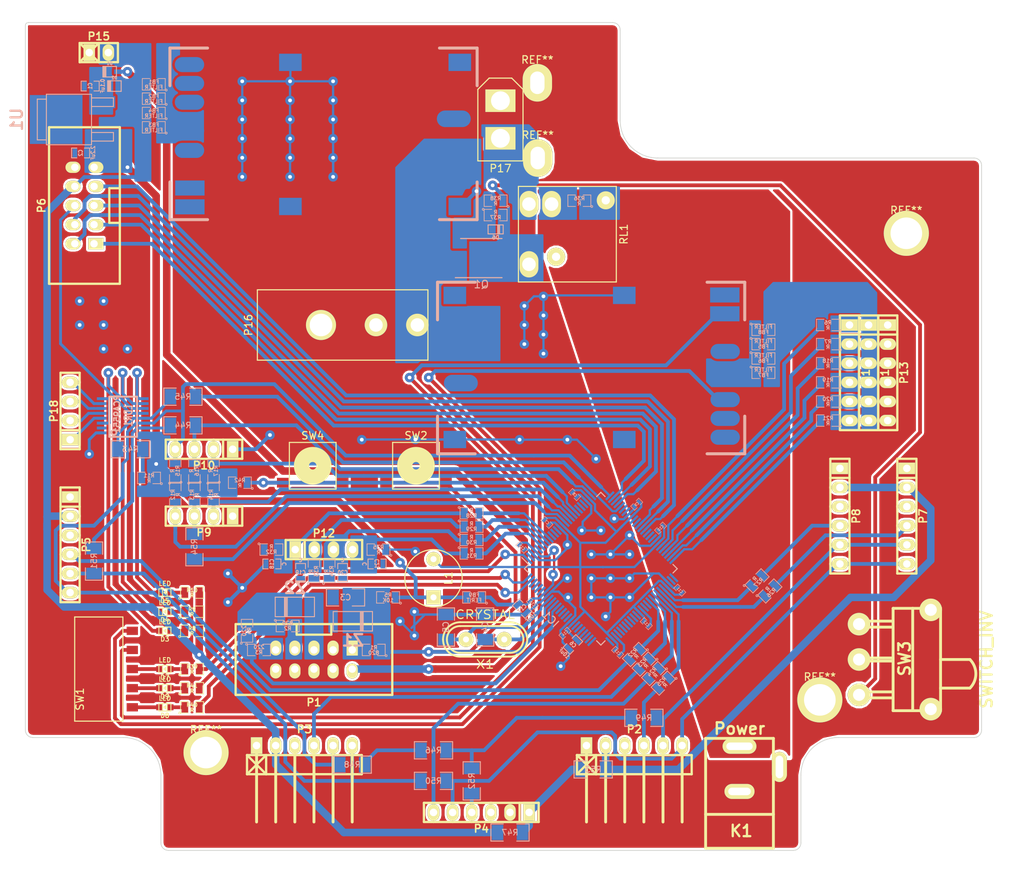
<source format=kicad_pcb>
(kicad_pcb (version 4) (host pcbnew 4.0.7)
  (layers (0 F.Cu signal hide) (31 B.Cu signal) (34 B.Paste user) (35 F.Paste user) (36 B.SilkS user) (37 F.SilkS user) (38 B.Mask user) (39 F.Mask user) (44 Edge.Cuts user))
  (net 0 "")
  (net 1 "Net-(C1-Pad1)")
  (net 2 GND)
  (net 3 +3v3)
  (net 4 CLK_PDI)
  (net 5 "Net-(C10-Pad2)")
  (net 6 "Net-(C15-Pad2)")
  (net 7 5Vin)
  (net 8 5Vout)
  (net 9 "Net-(IC1-Pad1)")
  (net 10 "Net-(IC1-Pad2)")
  (net 11 "Net-(IC1-Pad21)")
  (net 12 "Net-(IC1-Pad22)")
  (net 13 "Net-(IC1-Pad35)")
  (net 14 "Net-(IC1-Pad36)")
  (net 15 "Net-(IC1-Pad40)")
  (net 16 "Net-(IC1-Pad49)")
  (net 17 "Net-(IC1-Pad50)")
  (net 18 "Net-(IC1-Pad51)")
  (net 19 "Net-(IC1-Pad52)")
  (net 20 "Net-(IC1-Pad55)")
  (net 21 "Net-(IC1-Pad56)")
  (net 22 "Net-(IC1-Pad10)")
  (net 23 "Net-(IC1-Pad11)")
  (net 24 "Net-(IC1-Pad59)")
  (net 25 "Net-(IC1-Pad12)")
  (net 26 "Net-(IC1-Pad32)")
  (net 27 "Net-(IC1-Pad45)")
  (net 28 "Net-(IC1-Pad46)")
  (net 29 "Net-(IC1-Pad60)")
  (net 30 "Net-(IC1-Pad61)")
  (net 31 "Net-(IC1-Pad62)")
  (net 32 "Net-(IC1-Pad65)")
  (net 33 "Net-(IC1-Pad66)")
  (net 34 "Net-(IC1-Pad67)")
  (net 35 "Net-(IC1-Pad68)")
  (net 36 "Net-(IC1-Pad69)")
  (net 37 "Net-(IC1-Pad70)")
  (net 38 "Net-(IC1-Pad71)")
  (net 39 "Net-(IC1-Pad72)")
  (net 40 "Net-(IC1-Pad75)")
  (net 41 "Net-(IC1-Pad76)")
  (net 42 "Net-(IC1-Pad77)")
  (net 43 "Net-(IC1-Pad78)")
  (net 44 "Net-(IC1-Pad79)")
  (net 45 "Net-(IC1-Pad80)")
  (net 46 "Net-(IC1-Pad81)")
  (net 47 "Net-(IC1-Pad82)")
  (net 48 "Net-(IC1-Pad85)")
  (net 49 "Net-(IC1-Pad86)")
  (net 50 "Net-(IC1-Pad87)")
  (net 51 "Net-(IC1-Pad88)")
  (net 52 DT_PDI)
  (net 53 Light)
  (net 54 "Net-(P1-Pad9)")
  (net 55 "Net-(P1-Pad7)")
  (net 56 "Net-(P1-Pad1)")
  (net 57 "Net-(P1-Pad5)")
  (net 58 INT_A_0)
  (net 59 INT_B_0)
  (net 60 INT_A_1)
  (net 61 INT_B_1)
  (net 62 MTR_1)
  (net 63 "Net-(R2-Pad1)")
  (net 64 SW1)
  (net 65 SW0)
  (net 66 "Net-(IC1-Pad95)")
  (net 67 "Net-(IC1-Pad96)")
  (net 68 MTR_0)
  (net 69 "Net-(C4-Pad1)")
  (net 70 "Net-(C5-Pad1)")
  (net 71 "Net-(D3-Pad2)")
  (net 72 "Net-(D4-Pad2)")
  (net 73 "Net-(D5-Pad2)")
  (net 74 "Net-(P2-Pad3)")
  (net 75 sens0int)
  (net 76 "Net-(P3-Pad3)")
  (net 77 sens1int)
  (net 78 "Net-(P4-Pad3)")
  (net 79 speed_up)
  (net 80 "Net-(P5-Pad3)")
  (net 81 "Net-(P7-Pad3)")
  (net 82 "Net-(P8-Pad3)")
  (net 83 INT_0)
  (net 84 INT_1)
  (net 85 sens4int)
  (net 86 sens3int)
  (net 87 sens2int)
  (net 88 RST)
  (net 89 I2C_1+)
  (net 90 I2C_1-)
  (net 91 I2C_0+)
  (net 92 I2C_0-)
  (net 93 "Net-(P11-Pad1)")
  (net 94 "Net-(P11-Pad2)")
  (net 95 "Net-(P11-Pad3)")
  (net 96 "Net-(P11-Pad4)")
  (net 97 "Net-(P11-Pad5)")
  (net 98 "Net-(P11-Pad6)")
  (net 99 "Net-(C18-Pad1)")
  (net 100 "Net-(C19-Pad1)")
  (net 101 "Net-(C20-Pad1)")
  (net 102 "Net-(C21-Pad1)")
  (net 103 ADC_0)
  (net 104 ADC_1)
  (net 105 ADC_2)
  (net 106 ADC_3)
  (net 107 "Net-(FB1-Pad1)")
  (net 108 "Net-(S1-Pad3)")
  (net 109 +12V)
  (net 110 "Net-(S1-Pad4)")
  (net 111 "Net-(FB5-Pad1)")
  (net 112 +6Vout)
  (net 113 "Net-(P17-Pad2)")
  (net 114 "Net-(K1-Pad3)")
  (net 115 "Net-(R36-Pad1)")
  (net 116 "Net-(D6-Pad1)")
  (net 117 "Net-(D6-Pad2)")
  (net 118 ON/OFF)
  (net 119 "Net-(IC1-Pad41)")
  (net 120 "Net-(IC1-Pad42)")
  (net 121 "Net-(IC1-Pad47)")
  (net 122 "Net-(IC1-Pad48)")
  (net 123 "Net-(IC1-Pad57)")
  (net 124 "Net-(IC1-Pad58)")
  (net 125 "Net-(LDR1-Pad4)")
  (net 126 "Net-(LDR1-Pad5)")
  (net 127 "Net-(LDR1-Pad6)")
  (net 128 "Net-(LDR1-Pad7)")
  (net 129 "Net-(IC1-Pad18)")
  (net 130 "Net-(IC1-Pad97)")
  (net 131 "Net-(IC1-Pad98)")
  (net 132 "Net-(IC1-Pad99)")
  (net 133 "Net-(IC1-Pad100)")
  (net 134 "Net-(IC1-Pad31)")
  (net 135 "Net-(IC1-Pad30)")
  (net 136 "Net-(IC1-Pad5)")
  (net 137 "Net-(IC1-Pad20)")
  (net 138 "Net-(D3-Pad1)")
  (net 139 "Net-(D4-Pad1)")
  (net 140 "Net-(D5-Pad1)")
  (net 141 "Net-(D7-Pad1)")
  (net 142 SW4)
  (net 143 "Net-(D8-Pad1)")
  (net 144 SW3)
  (net 145 "Net-(D9-Pad1)")
  (net 146 SW2)
  (net 147 "Net-(P4-Pad4)")
  (net 148 "Net-(R11-Pad2)")
  (net 149 "Net-(P2-Pad2)")
  (net 150 "Net-(P4-Pad1)")
  (net 151 "Net-(IC1-Pad25)")
  (net 152 "Net-(P2-Pad5)")
  (net 153 "Net-(R46-Pad1)")
  (net 154 "Net-(R46-Pad2)")
  (net 155 "Net-(P3-Pad5)")
  (net 156 "Net-(P2-Pad6)")
  (net 157 "Net-(P9-Pad3)")
  (module myfootprint:TQFP-100_14x14mm_Pitch0.5mm (layer B.Cu) (at 138.43 115.57 315)
    (fp_text reference IC1 (at 0 9.45 315) (layer B.SilkS) (effects (justify mirror)))
    (fp_text value ATXMEGA64A1-A)
    (pad 1 smd rect (at -7.7 6 315) (size 1.5 0.3) (layers B.Cu B.Paste B.Mask) (net 9 "Net-(IC1-Pad1)"))
    (pad 2 smd rect (at -7.7 5.5 315) (size 1.5 0.3) (layers B.Cu B.Paste B.Mask) (net 10 "Net-(IC1-Pad2)"))
    (pad 3 smd rect (at -7.7 5 315) (size 1.5 0.3) (layers B.Cu B.Paste B.Mask) (net 2 GND))
    (pad 4 smd rect (at -7.7 4.5 315) (size 1.5 0.3) (layers B.Cu B.Paste B.Mask) (net 6 "Net-(C15-Pad2)"))
    (pad 5 smd rect (at -7.7 4 315) (size 1.5 0.3) (layers B.Cu B.Paste B.Mask) (net 136 "Net-(IC1-Pad5)"))
    (pad 6 smd rect (at -7.7 3.5 315) (size 1.5 0.3) (layers B.Cu B.Paste B.Mask) (net 103 ADC_0))
    (pad 7 smd rect (at -7.7 3 315) (size 1.5 0.3) (layers B.Cu B.Paste B.Mask) (net 104 ADC_1))
    (pad 8 smd rect (at -7.7 2.5 315) (size 1.5 0.3) (layers B.Cu B.Paste B.Mask) (net 105 ADC_2))
    (pad 9 smd rect (at -7.7 2 315) (size 1.5 0.3) (layers B.Cu B.Paste B.Mask) (net 106 ADC_3))
    (pad 10 smd rect (at -7.7 1.5 315) (size 1.5 0.3) (layers B.Cu B.Paste B.Mask) (net 22 "Net-(IC1-Pad10)"))
    (pad 11 smd rect (at -7.7 1 315) (size 1.5 0.3) (layers B.Cu B.Paste B.Mask) (net 23 "Net-(IC1-Pad11)"))
    (pad 12 smd rect (at -7.7 0.5 315) (size 1.5 0.3) (layers B.Cu B.Paste B.Mask) (net 25 "Net-(IC1-Pad12)"))
    (pad 13 smd rect (at -7.7 0 315) (size 1.5 0.3) (layers B.Cu B.Paste B.Mask) (net 2 GND))
    (pad 14 smd rect (at -7.7 -0.5 315) (size 1.5 0.3) (layers B.Cu B.Paste B.Mask) (net 5 "Net-(C10-Pad2)"))
    (pad 15 smd rect (at -7.7 -1 315) (size 1.5 0.3) (layers B.Cu B.Paste B.Mask) (net 89 I2C_1+))
    (pad 16 smd rect (at -7.7 -1.5 315) (size 1.5 0.3) (layers B.Cu B.Paste B.Mask) (net 90 I2C_1-))
    (pad 17 smd rect (at -7.7 -2 315) (size 1.5 0.3) (layers B.Cu B.Paste B.Mask) (net 84 INT_1))
    (pad 18 smd rect (at -7.7 -2.5 315) (size 1.5 0.3) (layers B.Cu B.Paste B.Mask) (net 129 "Net-(IC1-Pad18)"))
    (pad 19 smd rect (at -7.7 -3 315) (size 1.5 0.3) (layers B.Cu B.Paste B.Mask) (net 83 INT_0))
    (pad 20 smd rect (at -7.7 -3.5 315) (size 1.5 0.3) (layers B.Cu B.Paste B.Mask) (net 137 "Net-(IC1-Pad20)"))
    (pad 21 smd rect (at -7.7 -4 315) (size 1.5 0.3) (layers B.Cu B.Paste B.Mask) (net 11 "Net-(IC1-Pad21)"))
    (pad 22 smd rect (at -7.7 -4.5 315) (size 1.5 0.3) (layers B.Cu B.Paste B.Mask) (net 12 "Net-(IC1-Pad22)"))
    (pad 23 smd rect (at -7.7 -5 315) (size 1.5 0.3) (layers B.Cu B.Paste B.Mask) (net 2 GND))
    (pad 24 smd rect (at -7.7 -5.5 315) (size 1.5 0.3) (layers B.Cu B.Paste B.Mask) (net 5 "Net-(C10-Pad2)"))
    (pad 25 smd rect (at -7.7 -6 315) (size 1.5 0.3) (layers B.Cu B.Paste B.Mask) (net 151 "Net-(IC1-Pad25)"))
    (pad 26 smd rect (at -6 -7.7 225) (size 1.5 0.3) (layers B.Cu B.Paste B.Mask) (net 92 I2C_0-))
    (pad 27 smd rect (at -5.5 -7.7 225) (size 1.5 0.3) (layers B.Cu B.Paste B.Mask) (net 59 INT_B_0))
    (pad 28 smd rect (at -5 -7.7 225) (size 1.5 0.3) (layers B.Cu B.Paste B.Mask) (net 58 INT_A_0))
    (pad 29 smd rect (at -4.5 -7.7 225) (size 1.5 0.3) (layers B.Cu B.Paste B.Mask) (net 68 MTR_0))
    (pad 30 smd rect (at -4 -7.7 225) (size 1.5 0.3) (layers B.Cu B.Paste B.Mask) (net 135 "Net-(IC1-Pad30)"))
    (pad 31 smd rect (at -3.5 -7.7 225) (size 1.5 0.3) (layers B.Cu B.Paste B.Mask) (net 134 "Net-(IC1-Pad31)"))
    (pad 32 smd rect (at -3 -7.7 225) (size 1.5 0.3) (layers B.Cu B.Paste B.Mask) (net 26 "Net-(IC1-Pad32)"))
    (pad 33 smd rect (at -2.5 -7.7 225) (size 1.5 0.3) (layers B.Cu B.Paste B.Mask) (net 2 GND))
    (pad 34 smd rect (at -2 -7.7 225) (size 1.5 0.3) (layers B.Cu B.Paste B.Mask) (net 5 "Net-(C10-Pad2)"))
    (pad 35 smd rect (at -1.5 -7.7 225) (size 1.5 0.3) (layers B.Cu B.Paste B.Mask) (net 13 "Net-(IC1-Pad35)"))
    (pad 36 smd rect (at -1 -7.7 225) (size 1.5 0.3) (layers B.Cu B.Paste B.Mask) (net 14 "Net-(IC1-Pad36)"))
    (pad 37 smd rect (at -0.5 -7.7 225) (size 1.5 0.3) (layers B.Cu B.Paste B.Mask) (net 61 INT_B_1))
    (pad 38 smd rect (at 0 -7.7 225) (size 1.5 0.3) (layers B.Cu B.Paste B.Mask) (net 62 MTR_1))
    (pad 39 smd rect (at 0.5 -7.7 225) (size 1.5 0.3) (layers B.Cu B.Paste B.Mask) (net 60 INT_A_1))
    (pad 40 smd rect (at 1 -7.7 225) (size 1.5 0.3) (layers B.Cu B.Paste B.Mask) (net 15 "Net-(IC1-Pad40)"))
    (pad 41 smd rect (at 1.5 -7.7 225) (size 1.5 0.3) (layers B.Cu B.Paste B.Mask) (net 119 "Net-(IC1-Pad41)"))
    (pad 42 smd rect (at 2 -7.7 225) (size 1.5 0.3) (layers B.Cu B.Paste B.Mask) (net 120 "Net-(IC1-Pad42)"))
    (pad 43 smd rect (at 2.5 -7.7 225) (size 1.5 0.3) (layers B.Cu B.Paste B.Mask) (net 2 GND))
    (pad 44 smd rect (at 3 -7.7 225) (size 1.5 0.3) (layers B.Cu B.Paste B.Mask) (net 5 "Net-(C10-Pad2)"))
    (pad 45 smd rect (at 3.5 -7.7 225) (size 1.5 0.3) (layers B.Cu B.Paste B.Mask) (net 27 "Net-(IC1-Pad45)"))
    (pad 46 smd rect (at 4 -7.7 225) (size 1.5 0.3) (layers B.Cu B.Paste B.Mask) (net 28 "Net-(IC1-Pad46)"))
    (pad 47 smd rect (at 4.5 -7.7 225) (size 1.5 0.3) (layers B.Cu B.Paste B.Mask) (net 121 "Net-(IC1-Pad47)"))
    (pad 48 smd rect (at 5 -7.7 225) (size 1.5 0.3) (layers B.Cu B.Paste B.Mask) (net 122 "Net-(IC1-Pad48)"))
    (pad 49 smd rect (at 5.5 -7.7 225) (size 1.5 0.3) (layers B.Cu B.Paste B.Mask) (net 16 "Net-(IC1-Pad49)"))
    (pad 50 smd rect (at 6 -7.7 225) (size 1.5 0.3) (layers B.Cu B.Paste B.Mask) (net 17 "Net-(IC1-Pad50)"))
    (pad 51 smd rect (at 7.7 -6 315) (size 1.5 0.3) (layers B.Cu B.Paste B.Mask) (net 18 "Net-(IC1-Pad51)"))
    (pad 52 smd rect (at 7.7 -5.5 315) (size 1.5 0.3) (layers B.Cu B.Paste B.Mask) (net 19 "Net-(IC1-Pad52)"))
    (pad 53 smd rect (at 7.7 -5 315) (size 1.5 0.3) (layers B.Cu B.Paste B.Mask) (net 2 GND))
    (pad 54 smd rect (at 7.7 -4.5 315) (size 1.5 0.3) (layers B.Cu B.Paste B.Mask) (net 5 "Net-(C10-Pad2)"))
    (pad 55 smd rect (at 7.7 -4 315) (size 1.5 0.3) (layers B.Cu B.Paste B.Mask) (net 20 "Net-(IC1-Pad55)"))
    (pad 56 smd rect (at 7.7 -3.5 315) (size 1.5 0.3) (layers B.Cu B.Paste B.Mask) (net 21 "Net-(IC1-Pad56)"))
    (pad 57 smd rect (at 7.7 -3 315) (size 1.5 0.3) (layers B.Cu B.Paste B.Mask) (net 123 "Net-(IC1-Pad57)"))
    (pad 58 smd rect (at 7.7 -2.5 315) (size 1.5 0.3) (layers B.Cu B.Paste B.Mask) (net 124 "Net-(IC1-Pad58)"))
    (pad 59 smd rect (at 7.7 -2 315) (size 1.5 0.3) (layers B.Cu B.Paste B.Mask) (net 24 "Net-(IC1-Pad59)"))
    (pad 60 smd rect (at 7.7 -1.5 315) (size 1.5 0.3) (layers B.Cu B.Paste B.Mask) (net 29 "Net-(IC1-Pad60)"))
    (pad 61 smd rect (at 7.7 -1 315) (size 1.5 0.3) (layers B.Cu B.Paste B.Mask) (net 30 "Net-(IC1-Pad61)"))
    (pad 62 smd rect (at 7.7 -0.5 315) (size 1.5 0.3) (layers B.Cu B.Paste B.Mask) (net 31 "Net-(IC1-Pad62)"))
    (pad 63 smd rect (at 7.7 0 315) (size 1.5 0.3) (layers B.Cu B.Paste B.Mask) (net 2 GND))
    (pad 64 smd rect (at 7.7 0.5 315) (size 1.5 0.3) (layers B.Cu B.Paste B.Mask) (net 5 "Net-(C10-Pad2)"))
    (pad 65 smd rect (at 7.7 1 315) (size 1.5 0.3) (layers B.Cu B.Paste B.Mask) (net 32 "Net-(IC1-Pad65)"))
    (pad 66 smd rect (at 7.7 1.5 315) (size 1.5 0.3) (layers B.Cu B.Paste B.Mask) (net 33 "Net-(IC1-Pad66)"))
    (pad 67 smd rect (at 7.7 2 315) (size 1.5 0.3) (layers B.Cu B.Paste B.Mask) (net 34 "Net-(IC1-Pad67)"))
    (pad 68 smd rect (at 7.7 2.5 315) (size 1.5 0.3) (layers B.Cu B.Paste B.Mask) (net 35 "Net-(IC1-Pad68)"))
    (pad 69 smd rect (at 7.7 3 315) (size 1.5 0.3) (layers B.Cu B.Paste B.Mask) (net 36 "Net-(IC1-Pad69)"))
    (pad 70 smd rect (at 7.7 3.5 315) (size 1.5 0.3) (layers B.Cu B.Paste B.Mask) (net 37 "Net-(IC1-Pad70)"))
    (pad 71 smd rect (at 7.7 4 315) (size 1.5 0.3) (layers B.Cu B.Paste B.Mask) (net 38 "Net-(IC1-Pad71)"))
    (pad 72 smd rect (at 7.7 4.5 315) (size 1.5 0.3) (layers B.Cu B.Paste B.Mask) (net 39 "Net-(IC1-Pad72)"))
    (pad 73 smd rect (at 7.7 5 315) (size 1.5 0.3) (layers B.Cu B.Paste B.Mask) (net 2 GND))
    (pad 74 smd rect (at 7.7 5.5 315) (size 1.5 0.3) (layers B.Cu B.Paste B.Mask) (net 5 "Net-(C10-Pad2)"))
    (pad 75 smd rect (at 7.7 6 315) (size 1.5 0.3) (layers B.Cu B.Paste B.Mask) (net 40 "Net-(IC1-Pad75)"))
    (pad 76 smd rect (at 6 7.7 225) (size 1.5 0.3) (layers B.Cu B.Paste B.Mask) (net 41 "Net-(IC1-Pad76)"))
    (pad 77 smd rect (at 5.5 7.7 225) (size 1.5 0.3) (layers B.Cu B.Paste B.Mask) (net 42 "Net-(IC1-Pad77)"))
    (pad 78 smd rect (at 5 7.7 225) (size 1.5 0.3) (layers B.Cu B.Paste B.Mask) (net 43 "Net-(IC1-Pad78)"))
    (pad 79 smd rect (at 4.5 7.7 225) (size 1.5 0.3) (layers B.Cu B.Paste B.Mask) (net 44 "Net-(IC1-Pad79)"))
    (pad 80 smd rect (at 4 7.7 225) (size 1.5 0.3) (layers B.Cu B.Paste B.Mask) (net 45 "Net-(IC1-Pad80)"))
    (pad 81 smd rect (at 3.5 7.7 225) (size 1.5 0.3) (layers B.Cu B.Paste B.Mask) (net 46 "Net-(IC1-Pad81)"))
    (pad 82 smd rect (at 3 7.7 225) (size 1.5 0.3) (layers B.Cu B.Paste B.Mask) (net 47 "Net-(IC1-Pad82)"))
    (pad 83 smd rect (at 2.5 7.7 225) (size 1.5 0.3) (layers B.Cu B.Paste B.Mask) (net 5 "Net-(C10-Pad2)"))
    (pad 84 smd rect (at 2 7.7 225) (size 1.5 0.3) (layers B.Cu B.Paste B.Mask) (net 2 GND))
    (pad 85 smd rect (at 1.5 7.7 225) (size 1.5 0.3) (layers B.Cu B.Paste B.Mask) (net 48 "Net-(IC1-Pad85)"))
    (pad 86 smd rect (at 1 7.7 225) (size 1.5 0.3) (layers B.Cu B.Paste B.Mask) (net 49 "Net-(IC1-Pad86)"))
    (pad 87 smd rect (at 0.5 7.7 225) (size 1.5 0.3) (layers B.Cu B.Paste B.Mask) (net 50 "Net-(IC1-Pad87)"))
    (pad 88 smd rect (at 0 7.7 225) (size 1.5 0.3) (layers B.Cu B.Paste B.Mask) (net 51 "Net-(IC1-Pad88)"))
    (pad 89 smd rect (at -0.5 7.7 225) (size 1.5 0.3) (layers B.Cu B.Paste B.Mask) (net 52 DT_PDI))
    (pad 90 smd rect (at -1 7.7 225) (size 1.5 0.3) (layers B.Cu B.Paste B.Mask) (net 4 CLK_PDI))
    (pad 91 smd rect (at -1.5 7.7 225) (size 1.5 0.3) (layers B.Cu B.Paste B.Mask) (net 69 "Net-(C4-Pad1)"))
    (pad 92 smd rect (at -2 7.7 225) (size 1.5 0.3) (layers B.Cu B.Paste B.Mask) (net 70 "Net-(C5-Pad1)"))
    (pad 93 smd rect (at -2.5 7.7 225) (size 1.5 0.3) (layers B.Cu B.Paste B.Mask) (net 2 GND))
    (pad 94 smd rect (at -3 7.7 225) (size 1.5 0.3) (layers B.Cu B.Paste B.Mask) (net 6 "Net-(C15-Pad2)"))
    (pad 95 smd rect (at -3.5 7.7 225) (size 1.5 0.3) (layers B.Cu B.Paste B.Mask) (net 66 "Net-(IC1-Pad95)"))
    (pad 96 smd rect (at -4 7.7 225) (size 1.5 0.3) (layers B.Cu B.Paste B.Mask) (net 67 "Net-(IC1-Pad96)"))
    (pad 97 smd rect (at -4.5 7.7 225) (size 1.5 0.3) (layers B.Cu B.Paste B.Mask) (net 130 "Net-(IC1-Pad97)"))
    (pad 98 smd rect (at -5 7.7 225) (size 1.5 0.3) (layers B.Cu B.Paste B.Mask) (net 131 "Net-(IC1-Pad98)"))
    (pad 99 smd rect (at -5.5 7.7 225) (size 1.5 0.3) (layers B.Cu B.Paste B.Mask) (net 132 "Net-(IC1-Pad99)"))
    (pad 100 smd rect (at -6 7.7 225) (size 1.5 0.3) (layers B.Cu B.Paste B.Mask) (net 133 "Net-(IC1-Pad100)"))
  )
  (module myfootprint:UBEC_5A (layer B.Cu) (at 137.14 88.9)
    (fp_text reference S2)
    (fp_text value "UBEC(5A)")
    (pad 5 smd rect (at 17.75 -9.7) (size 3.9 2) (layers B.Cu B.Paste B.Mask) (net 2 GND))
    (pad 5 smd oval (at 17.8 9.2) (size 3.9 2) (layers B.Cu B.Paste B.Mask) (net 2 GND))
    (pad 5 smd oval (at 17.8 6.7) (size 3.9 2) (layers B.Cu B.Paste B.Mask) (net 2 GND))
    (pad 3 smd oval (at 17.8 4.2) (size 3.9 2) (layers B.Cu B.Paste B.Mask) (net 65 SW0))
    (pad 5 smd oval (at 17.8 -2.2) (size 3.9 2) (layers B.Cu B.Paste B.Mask) (net 2 GND))
    (pad 2 smd oval (at 17.8 0.4) (size 3.9 2) (layers B.Cu B.Paste B.Mask) (net 111 "Net-(FB5-Pad1)"))
    (pad 1 smd oval (at -17.3 -2.1) (size 4.5 2.2) (layers B.Cu B.Paste B.Mask) (net 109 +12V))
    (pad 5 smd rect (at 4.4 9.5) (size 3 2.3) (layers B.Cu B.Paste B.Mask) (net 2 GND))
    (pad 5 smd rect (at -18.1 -9.65) (size 3 2.3) (layers B.Cu B.Paste B.Mask) (net 2 GND))
    (pad 5 smd rect (at -18.1 9.5) (size 3 2.3) (layers B.Cu B.Paste B.Mask) (net 2 GND))
    (pad 5 smd rect (at 4.4 -9.65) (size 3 2.3) (layers B.Cu B.Paste B.Mask) (net 2 GND))
    (pad 5 smd oval (at -17.3 2) (size 4.5 2.2) (layers B.Cu B.Paste B.Mask) (net 2 GND))
    (pad 4 smd rect (at 17.75 -7.2) (size 3.9 2) (layers B.Cu B.Paste B.Mask) (net 64 SW1))
  )
  (module libcms:TSSOP16 (layer B.Cu) (at 74.93 95.25 90)
    (fp_text reference LDR1 (at 0 0.7493 90) (layer B.SilkS) (effects (font (size 1.016 0.762) (thickness 0.1905)) (justify mirror)))
    (fp_text value PCA9551 (at 0.24892 -0.7493 90) (layer B.SilkS) (effects (font (size 0.762 0.762) (thickness 0.1905)) (justify mirror)))
    (pad 1 smd rect (at -2.27584 -2.79908 90) (size 0.381 1.27) (layers B.Cu B.Paste B.Mask) (net 2 GND))
    (pad 2 smd rect (at -1.6256 -2.79908 90) (size 0.381 1.27) (layers B.Cu B.Paste B.Mask) (net 2 GND))
    (pad 3 smd rect (at -0.97536 -2.79908 90) (size 0.381 1.27) (layers B.Cu B.Paste B.Mask) (net 2 GND))
    (pad 4 smd rect (at -0.32512 -2.79908 90) (size 0.381 1.27) (layers B.Cu B.Paste B.Mask) (net 125 "Net-(LDR1-Pad4)"))
    (pad 5 smd rect (at 0.32512 -2.79908 90) (size 0.381 1.27) (layers B.Cu B.Paste B.Mask) (net 126 "Net-(LDR1-Pad5)"))
    (pad 6 smd rect (at 0.97536 -2.79908 90) (size 0.381 1.27) (layers B.Cu B.Paste B.Mask) (net 127 "Net-(LDR1-Pad6)"))
    (pad 7 smd rect (at 1.6256 -2.79908 90) (size 0.381 1.27) (layers B.Cu B.Paste B.Mask) (net 128 "Net-(LDR1-Pad7)"))
    (pad 8 smd rect (at 2.27584 -2.79908 90) (size 0.381 1.27) (layers B.Cu B.Paste B.Mask) (net 2 GND))
    (pad 9 smd rect (at 2.27584 2.79908 90) (size 0.381 1.27) (layers B.Cu B.Paste B.Mask) (net 73 "Net-(D5-Pad2)"))
    (pad 10 smd rect (at 1.6256 2.79908 90) (size 0.381 1.27) (layers B.Cu B.Paste B.Mask) (net 72 "Net-(D4-Pad2)"))
    (pad 11 smd rect (at 0.97536 2.79908 90) (size 0.381 1.27) (layers B.Cu B.Paste B.Mask) (net 71 "Net-(D3-Pad2)"))
    (pad 12 smd rect (at 0.32512 2.79908 90) (size 0.381 1.27) (layers B.Cu B.Paste B.Mask) (net 53 Light))
    (pad 13 smd rect (at -0.32512 2.79908 90) (size 0.381 1.27) (layers B.Cu B.Paste B.Mask) (net 88 RST))
    (pad 14 smd rect (at -0.97536 2.79908 90) (size 0.381 1.27) (layers B.Cu B.Paste B.Mask) (net 92 I2C_0-))
    (pad 15 smd rect (at -1.6256 2.79908 90) (size 0.381 1.27) (layers B.Cu B.Paste B.Mask) (net 91 I2C_0+))
    (pad 16 smd rect (at -2.27584 2.79908 90) (size 0.381 1.27) (layers B.Cu B.Paste B.Mask) (net 3 +3v3))
  )
  (module libcms:SM0805 (layer B.Cu) (at 90.4875 104.14 180)
    (fp_text reference R42 (at 0 0.3175 180) (layer B.SilkS) (effects (font (size 0.50038 0.50038) (thickness 0.10922)) (justify mirror)))
    (fp_text value R (at 0 -0.381 180) (layer B.SilkS) (effects (font (size 0.50038 0.50038) (thickness 0.10922)) (justify mirror)))
    (pad 1 smd rect (at -0.9525 0 180) (size 0.889 1.397) (layers B.Cu B.Paste B.Mask) (net 129 "Net-(IC1-Pad18)"))
    (pad 2 smd rect (at 0.9525 0 180) (size 0.889 1.397) (layers B.Cu B.Paste B.Mask) (net 3 +3v3))
  )
  (module w_pin_strip:pin_strip_6 (layer F.Cu) (at 179.07 108.585 270)
    (fp_text reference P7 (at 0 -2.159 270) (layer F.SilkS) (effects (font (size 1.016 1.016) (thickness 0.2032))))
    (fp_text value Sens0 hide)
    (pad 1 thru_hole rect (at -6.35 0 270) (size 1.524 2.19964) (drill 1.00076) (layers *.Cu *.Mask F.SilkS) (net 2 GND))
    (pad 2 thru_hole oval (at -3.81 0 270) (size 1.524 2.19964) (drill 1.00076) (layers *.Cu *.Mask F.SilkS) (net 149 "Net-(P2-Pad2)"))
    (pad 3 thru_hole oval (at -1.27 0 270) (size 1.524 2.19964) (drill 1.00076) (layers *.Cu *.Mask F.SilkS) (net 81 "Net-(P7-Pad3)"))
    (pad 4 thru_hole oval (at 1.27 0 270) (size 1.524 2.19964) (drill 1.00076) (layers *.Cu *.Mask F.SilkS) (net 75 sens0int))
    (pad 5 thru_hole oval (at 3.81 0 270) (size 1.524 2.19964) (drill 1.00076) (layers *.Cu *.Mask F.SilkS) (net 152 "Net-(P2-Pad5)"))
    (pad 6 thru_hole oval (at 6.35 0 270) (size 1.524 2.19964) (drill 1.00076) (layers *.Cu *.Mask F.SilkS) (net 156 "Net-(P2-Pad6)"))
  )
  (module w_pin_strip:pin_strip_6 (layer F.Cu) (at 170.18 108.585 270)
    (fp_text reference P8 (at 0 -2.159 270) (layer F.SilkS) (effects (font (size 1.016 1.016) (thickness 0.2032))))
    (fp_text value Sens1 hide)
    (pad 1 thru_hole rect (at -6.35 0 270) (size 1.524 2.19964) (drill 1.00076) (layers *.Cu *.Mask F.SilkS) (net 2 GND))
    (pad 2 thru_hole oval (at -3.81 0 270) (size 1.524 2.19964) (drill 1.00076) (layers *.Cu *.Mask F.SilkS) (net 149 "Net-(P2-Pad2)"))
    (pad 3 thru_hole oval (at -1.27 0 270) (size 1.524 2.19964) (drill 1.00076) (layers *.Cu *.Mask F.SilkS) (net 82 "Net-(P8-Pad3)"))
    (pad 4 thru_hole oval (at 1.27 0 270) (size 1.524 2.19964) (drill 1.00076) (layers *.Cu *.Mask F.SilkS) (net 77 sens1int))
    (pad 5 thru_hole oval (at 3.81 0 270) (size 1.524 2.19964) (drill 1.00076) (layers *.Cu *.Mask F.SilkS) (net 152 "Net-(P2-Pad5)"))
    (pad 6 thru_hole oval (at 6.35 0 270) (size 1.524 2.19964) (drill 1.00076) (layers *.Cu *.Mask F.SilkS) (net 156 "Net-(P2-Pad6)"))
  )
  (module libcms:SM0805 (layer B.Cu) (at 160.870481 118.529519 45)
    (fp_text reference R26 (at 0 0.3175 45) (layer B.SilkS) (effects (font (size 0.50038 0.50038) (thickness 0.10922)) (justify mirror)))
    (fp_text value R (at 0 -0.381 45) (layer B.SilkS) (effects (font (size 0.50038 0.50038) (thickness 0.10922)) (justify mirror)))
    (pad 1 smd rect (at -0.9525 0 45) (size 0.889 1.397) (layers B.Cu B.Paste B.Mask) (net 21 "Net-(IC1-Pad56)"))
    (pad 2 smd rect (at 0.9525 0 45) (size 0.889 1.397) (layers B.Cu B.Paste B.Mask) (net 75 sens0int))
  )
  (module w_pin_strip:pin_strip_6-90 (layer F.Cu) (at 99.06 139.065)
    (fp_text reference P3 (at 0 -2.159) (layer F.SilkS) (effects (font (size 1.016 1.016) (thickness 0.2032))))
    (fp_text value Sens2 hide)
    (pad 1 thru_hole rect (at -6.35 0) (size 1.524 2.19964) (drill 1.00076) (layers *.Cu *.Mask F.SilkS) (net 2 GND))
    (pad 2 thru_hole oval (at -3.81 0) (size 1.524 2.19964) (drill 1.00076) (layers *.Cu *.Mask F.SilkS) (net 8 5Vout))
    (pad 3 thru_hole oval (at -1.27 0) (size 1.524 2.19964) (drill 1.00076) (layers *.Cu *.Mask F.SilkS) (net 76 "Net-(P3-Pad3)"))
    (pad 4 thru_hole oval (at 1.27 0) (size 1.524 2.19964) (drill 1.00076) (layers *.Cu *.Mask F.SilkS) (net 87 sens2int))
    (pad 5 thru_hole oval (at 3.81 0) (size 1.524 2.19964) (drill 1.00076) (layers *.Cu *.Mask F.SilkS) (net 155 "Net-(P3-Pad5)"))
    (pad 6 thru_hole oval (at 6.35 0) (size 1.524 2.19964) (drill 1.00076) (layers *.Cu *.Mask F.SilkS) (net 92 I2C_0-))
  )
  (module libcms:SM1206 (layer B.Cu) (at 117.856 123.317 90)
    (fp_text reference C5 (at 0 0 90) (layer B.SilkS) (effects (font (size 0.762 0.762) (thickness 0.127)) (justify mirror)))
    (fp_text value 22pF hide)
    (pad 1 smd rect (at -1.651 0 90) (size 1.524 2.032) (layers B.Cu B.Paste B.Mask) (net 70 "Net-(C5-Pad1)"))
    (pad 2 smd rect (at 1.651 0 90) (size 1.524 2.032) (layers B.Cu B.Paste B.Mask) (net 2 GND))
  )
  (module libcms:SM1206 (layer B.Cu) (at 123.063 123.317 90)
    (fp_text reference C4 (at 0 0 90) (layer B.SilkS) (effects (font (size 0.762 0.762) (thickness 0.127)) (justify mirror)))
    (fp_text value 22pF hide)
    (pad 1 smd rect (at -1.651 0 90) (size 1.524 2.032) (layers B.Cu B.Paste B.Mask) (net 69 "Net-(C4-Pad1)"))
    (pad 2 smd rect (at 1.651 0 90) (size 1.524 2.032) (layers B.Cu B.Paste B.Mask) (net 2 GND))
  )
  (module w_crystal:crystal_hc-49s (layer F.Cu) (at 123.063 124.968 180)
    (fp_text reference X1 (at 0 -3.302 180) (layer F.SilkS) (effects (font (size 1.143 1.27) (thickness 0.1524))))
    (fp_text value CRYSTAL (at 0 3.302 180) (layer F.SilkS) (effects (font (size 1.143 1.27) (thickness 0.1524))))
    (pad 1 thru_hole circle (at -2.54 0 180) (size 1.99898 1.99898) (drill 0.8001) (layers *.Cu *.Mask F.SilkS) (net 69 "Net-(C4-Pad1)"))
    (pad 2 thru_hole circle (at 2.54 0 180) (size 1.99898 1.99898) (drill 0.8001) (layers *.Cu *.Mask F.SilkS) (net 70 "Net-(C5-Pad1)"))
  )
  (module libcms:SM0402 (layer B.Cu) (at 127.952099 112.712099 135)
    (fp_text reference C15 (at 0 0 135) (layer B.SilkS) (effects (font (size 0.35052 0.3048) (thickness 0.07112)) (justify mirror)))
    (fp_text value 100nF hide)
    (pad 1 smd rect (at -0.44958 0 135) (size 0.39878 0.59944) (layers B.Cu B.Paste B.Mask) (net 2 GND))
    (pad 2 smd rect (at 0.44958 0 135) (size 0.39878 0.59944) (layers B.Cu B.Paste B.Mask) (net 6 "Net-(C15-Pad2)"))
  )
  (module libcms:SM0402 (layer B.Cu) (at 131.254099 109.410099 135)
    (fp_text reference C7 (at 0 0 135) (layer B.SilkS) (effects (font (size 0.35052 0.3048) (thickness 0.07112)) (justify mirror)))
    (fp_text value 100nF hide)
    (pad 1 smd rect (at -0.44958 0 135) (size 0.39878 0.59944) (layers B.Cu B.Paste B.Mask) (net 2 GND))
    (pad 2 smd rect (at 0.44958 0 135) (size 0.39878 0.59944) (layers B.Cu B.Paste B.Mask) (net 5 "Net-(C10-Pad2)"))
  )
  (module libcms:SM0402 (layer B.Cu) (at 146.367901 110.172099 45)
    (fp_text reference C10 (at 0 0 45) (layer B.SilkS) (effects (font (size 0.35052 0.3048) (thickness 0.07112)) (justify mirror)))
    (fp_text value 100nF hide)
    (pad 1 smd rect (at -0.44958 0 45) (size 0.39878 0.59944) (layers B.Cu B.Paste B.Mask) (net 2 GND))
    (pad 2 smd rect (at 0.44958 0 45) (size 0.39878 0.59944) (layers B.Cu B.Paste B.Mask) (net 5 "Net-(C10-Pad2)"))
  )
  (module libcms:SM0402 (layer B.Cu) (at 148.907901 118.427901 315)
    (fp_text reference C11 (at 0 0 315) (layer B.SilkS) (effects (font (size 0.35052 0.3048) (thickness 0.07112)) (justify mirror)))
    (fp_text value 100nF hide)
    (pad 1 smd rect (at -0.44958 0 315) (size 0.39878 0.59944) (layers B.Cu B.Paste B.Mask) (net 2 GND))
    (pad 2 smd rect (at 0.44958 0 315) (size 0.39878 0.59944) (layers B.Cu B.Paste B.Mask) (net 5 "Net-(C10-Pad2)"))
  )
  (module libcms:SM0402 (layer B.Cu) (at 140.652901 126.682901 135)
    (fp_text reference C13 (at 0 0 135) (layer B.SilkS) (effects (font (size 0.35052 0.3048) (thickness 0.07112)) (justify mirror)))
    (fp_text value 100nF hide)
    (pad 1 smd rect (at -0.44958 0 135) (size 0.39878 0.59944) (layers B.Cu B.Paste B.Mask) (net 2 GND))
    (pad 2 smd rect (at 0.44958 0 135) (size 0.39878 0.59944) (layers B.Cu B.Paste B.Mask) (net 5 "Net-(C10-Pad2)"))
  )
  (module libcms:SM0402 (layer B.Cu) (at 144.462099 122.872099 135)
    (fp_text reference C12 (at 0 0 135) (layer B.SilkS) (effects (font (size 0.35052 0.3048) (thickness 0.07112)) (justify mirror)))
    (fp_text value 100nF hide)
    (pad 1 smd rect (at -0.44958 0 135) (size 0.39878 0.59944) (layers B.Cu B.Paste B.Mask) (net 2 GND))
    (pad 2 smd rect (at 0.44958 0 135) (size 0.39878 0.59944) (layers B.Cu B.Paste B.Mask) (net 5 "Net-(C10-Pad2)"))
  )
  (module libcms:SM0805 (layer B.Cu) (at 168.5925 88.265 180)
    (fp_text reference R18 (at 0 0.3175 180) (layer B.SilkS) (effects (font (size 0.50038 0.50038) (thickness 0.10922)) (justify mirror)))
    (fp_text value R (at 0 -0.381 180) (layer B.SilkS) (effects (font (size 0.50038 0.50038) (thickness 0.10922)) (justify mirror)))
    (pad 1 smd rect (at -0.9525 0 180) (size 0.889 1.397) (layers B.Cu B.Paste B.Mask) (net 95 "Net-(P11-Pad3)"))
    (pad 2 smd rect (at 0.9525 0 180) (size 0.889 1.397) (layers B.Cu B.Paste B.Mask) (net 121 "Net-(IC1-Pad47)"))
  )
  (module libcms:SM0805 (layer B.Cu) (at 168.5925 95.885 180)
    (fp_text reference R21 (at 0 0.3175 180) (layer B.SilkS) (effects (font (size 0.50038 0.50038) (thickness 0.10922)) (justify mirror)))
    (fp_text value R (at 0 -0.381 180) (layer B.SilkS) (effects (font (size 0.50038 0.50038) (thickness 0.10922)) (justify mirror)))
    (pad 1 smd rect (at -0.9525 0 180) (size 0.889 1.397) (layers B.Cu B.Paste B.Mask) (net 98 "Net-(P11-Pad6)"))
    (pad 2 smd rect (at 0.9525 0 180) (size 0.889 1.397) (layers B.Cu B.Paste B.Mask) (net 17 "Net-(IC1-Pad50)"))
  )
  (module libcms:SM0805 (layer B.Cu) (at 168.5925 90.805 180)
    (fp_text reference R19 (at 0 0.3175 180) (layer B.SilkS) (effects (font (size 0.50038 0.50038) (thickness 0.10922)) (justify mirror)))
    (fp_text value R (at 0 -0.381 180) (layer B.SilkS) (effects (font (size 0.50038 0.50038) (thickness 0.10922)) (justify mirror)))
    (pad 1 smd rect (at -0.9525 0 180) (size 0.889 1.397) (layers B.Cu B.Paste B.Mask) (net 96 "Net-(P11-Pad4)"))
    (pad 2 smd rect (at 0.9525 0 180) (size 0.889 1.397) (layers B.Cu B.Paste B.Mask) (net 122 "Net-(IC1-Pad48)"))
  )
  (module libcms:SM0603_Capa (layer B.Cu) (at 70.612 51.435 180)
    (fp_text reference C1 (at 0 0 450) (layer B.SilkS) (effects (font (size 0.508 0.4572) (thickness 0.1143)) (justify mirror)))
    (fp_text value 0.1uF (at -1.651 0 450) (layer B.SilkS) (effects (font (size 0.508 0.4572) (thickness 0.1143)) (justify mirror)))
    (pad 1 smd rect (at -0.762 0 180) (size 0.635 1.143) (layers B.Cu B.Paste B.Mask) (net 1 "Net-(C1-Pad1)"))
    (pad 2 smd rect (at 0.762 0 180) (size 0.635 1.143) (layers B.Cu B.Paste B.Mask) (net 2 GND))
  )
  (module libcms:SM0603_Capa (layer B.Cu) (at 69.342 60.325 180)
    (fp_text reference C2 (at 0 0 450) (layer B.SilkS) (effects (font (size 0.508 0.4572) (thickness 0.1143)) (justify mirror)))
    (fp_text value 2.2uF (at -1.651 0 450) (layer B.SilkS) (effects (font (size 0.508 0.4572) (thickness 0.1143)) (justify mirror)))
    (pad 1 smd rect (at -0.762 0 180) (size 0.635 1.143) (layers B.Cu B.Paste B.Mask) (net 3 +3v3))
    (pad 2 smd rect (at 0.762 0 180) (size 0.635 1.143) (layers B.Cu B.Paste B.Mask) (net 2 GND))
  )
  (module libcms:SM1206 (layer B.Cu) (at 104.521 119.38 180)
    (fp_text reference C3 (at 0 0 180) (layer B.SilkS) (effects (font (size 0.762 0.762) (thickness 0.127)) (justify mirror)))
    (fp_text value 22pF hide)
    (pad 1 smd rect (at -1.651 0 180) (size 1.524 2.032) (layers B.Cu B.Paste B.Mask) (net 4 CLK_PDI))
    (pad 2 smd rect (at 1.651 0 180) (size 1.524 2.032) (layers B.Cu B.Paste B.Mask) (net 2 GND))
  )
  (module libcms:SM0603_Capa (layer B.Cu) (at 134.716185 125.633815 45)
    (fp_text reference C6 (at 0 0 315) (layer B.SilkS) (effects (font (size 0.508 0.4572) (thickness 0.1143)) (justify mirror)))
    (fp_text value 10uF (at -1.651 0 315) (layer B.SilkS) (effects (font (size 0.508 0.4572) (thickness 0.1143)) (justify mirror)))
    (pad 1 smd rect (at -0.762 0 45) (size 0.635 1.143) (layers B.Cu B.Paste B.Mask) (net 2 GND))
    (pad 2 smd rect (at 0.762 0 45) (size 0.635 1.143) (layers B.Cu B.Paste B.Mask) (net 5 "Net-(C10-Pad2)"))
  )
  (module libcms:SM0402 (layer B.Cu) (at 134.937099 105.727099 135)
    (fp_text reference C8 (at 0 0 135) (layer B.SilkS) (effects (font (size 0.35052 0.3048) (thickness 0.07112)) (justify mirror)))
    (fp_text value 100nF hide)
    (pad 1 smd rect (at -0.44958 0 135) (size 0.39878 0.59944) (layers B.Cu B.Paste B.Mask) (net 2 GND))
    (pad 2 smd rect (at 0.44958 0 135) (size 0.39878 0.59944) (layers B.Cu B.Paste B.Mask) (net 5 "Net-(C10-Pad2)"))
  )
  (module libcms:SM0402 (layer B.Cu) (at 143.192099 106.997901 45)
    (fp_text reference C9 (at 0 0 45) (layer B.SilkS) (effects (font (size 0.35052 0.3048) (thickness 0.07112)) (justify mirror)))
    (fp_text value 100nF hide)
    (pad 1 smd rect (at -0.44958 0 45) (size 0.39878 0.59944) (layers B.Cu B.Paste B.Mask) (net 2 GND))
    (pad 2 smd rect (at 0.44958 0 45) (size 0.39878 0.59944) (layers B.Cu B.Paste B.Mask) (net 5 "Net-(C10-Pad2)"))
  )
  (module libcms:SM0402 (layer B.Cu) (at 133.667901 124.142099 45)
    (fp_text reference C14 (at 0 0 45) (layer B.SilkS) (effects (font (size 0.35052 0.3048) (thickness 0.07112)) (justify mirror)))
    (fp_text value 100nF hide)
    (pad 1 smd rect (at -0.44958 0 45) (size 0.39878 0.59944) (layers B.Cu B.Paste B.Mask) (net 2 GND))
    (pad 2 smd rect (at 0.44958 0 45) (size 0.39878 0.59944) (layers B.Cu B.Paste B.Mask) (net 5 "Net-(C10-Pad2)"))
  )
  (module libcms:SM0402 (layer B.Cu) (at 129.349901 120.205901 135)
    (fp_text reference C16 (at 0 0 135) (layer B.SilkS) (effects (font (size 0.35052 0.3048) (thickness 0.07112)) (justify mirror)))
    (fp_text value 100nF hide)
    (pad 1 smd rect (at -0.44958 0 135) (size 0.39878 0.59944) (layers B.Cu B.Paste B.Mask) (net 2 GND))
    (pad 2 smd rect (at 0.44958 0 135) (size 0.39878 0.59944) (layers B.Cu B.Paste B.Mask) (net 6 "Net-(C15-Pad2)"))
  )
  (module libcms:SM0603_Capa (layer B.Cu) (at 127.985185 120.873185 135)
    (fp_text reference C17 (at 0 0 405) (layer B.SilkS) (effects (font (size 0.508 0.4572) (thickness 0.1143)) (justify mirror)))
    (fp_text value 10uF (at -1.651 0 405) (layer B.SilkS) (effects (font (size 0.508 0.4572) (thickness 0.1143)) (justify mirror)))
    (pad 1 smd rect (at -0.762 0 135) (size 0.635 1.143) (layers B.Cu B.Paste B.Mask) (net 2 GND))
    (pad 2 smd rect (at 0.762 0 135) (size 0.635 1.143) (layers B.Cu B.Paste B.Mask) (net 6 "Net-(C15-Pad2)"))
  )
  (module libcms:SM0603_Capa (layer B.Cu) (at 94.742 114.935 180)
    (fp_text reference C18 (at 0 0 450) (layer B.SilkS) (effects (font (size 0.508 0.4572) (thickness 0.1143)) (justify mirror)))
    (fp_text value C (at -1.651 0 450) (layer B.SilkS) (effects (font (size 0.508 0.4572) (thickness 0.1143)) (justify mirror)))
    (pad 1 smd rect (at -0.762 0 180) (size 0.635 1.143) (layers B.Cu B.Paste B.Mask) (net 99 "Net-(C18-Pad1)"))
    (pad 2 smd rect (at 0.762 0 180) (size 0.635 1.143) (layers B.Cu B.Paste B.Mask) (net 2 GND))
  )
  (module libcms:SM0603_Capa (layer B.Cu) (at 98.552 116.078 270)
    (fp_text reference C19 (at 0 0 540) (layer B.SilkS) (effects (font (size 0.508 0.4572) (thickness 0.1143)) (justify mirror)))
    (fp_text value C (at -1.651 0 540) (layer B.SilkS) (effects (font (size 0.508 0.4572) (thickness 0.1143)) (justify mirror)))
    (pad 1 smd rect (at -0.762 0 270) (size 0.635 1.143) (layers B.Cu B.Paste B.Mask) (net 100 "Net-(C19-Pad1)"))
    (pad 2 smd rect (at 0.762 0 270) (size 0.635 1.143) (layers B.Cu B.Paste B.Mask) (net 2 GND))
  )
  (module libcms:SM0603_Capa (layer B.Cu) (at 104.14 116.078 270)
    (fp_text reference C20 (at 0 0 540) (layer B.SilkS) (effects (font (size 0.508 0.4572) (thickness 0.1143)) (justify mirror)))
    (fp_text value C (at -1.651 0 540) (layer B.SilkS) (effects (font (size 0.508 0.4572) (thickness 0.1143)) (justify mirror)))
    (pad 1 smd rect (at -0.762 0 270) (size 0.635 1.143) (layers B.Cu B.Paste B.Mask) (net 101 "Net-(C20-Pad1)"))
    (pad 2 smd rect (at 0.762 0 270) (size 0.635 1.143) (layers B.Cu B.Paste B.Mask) (net 2 GND))
  )
  (module libcms:SM0603_Capa (layer B.Cu) (at 108.712 114.935)
    (fp_text reference C21 (at 0 0 270) (layer B.SilkS) (effects (font (size 0.508 0.4572) (thickness 0.1143)) (justify mirror)))
    (fp_text value C (at -1.651 0 270) (layer B.SilkS) (effects (font (size 0.508 0.4572) (thickness 0.1143)) (justify mirror)))
    (pad 1 smd rect (at -0.762 0) (size 0.635 1.143) (layers B.Cu B.Paste B.Mask) (net 102 "Net-(C21-Pad1)"))
    (pad 2 smd rect (at 0.762 0) (size 0.635 1.143) (layers B.Cu B.Paste B.Mask) (net 2 GND))
  )
  (module w_smd_diode:sod323 (layer B.Cu) (at 73.19518 49.53 180)
    (fp_text reference D1 (at 0 1.09982 180) (layer B.SilkS) (effects (font (size 0.39878 0.39878) (thickness 0.09906)) (justify mirror)))
    (fp_text value DIODESCH hide)
    (pad 2 smd rect (at 1.09982 0 180) (size 1.00076 0.59944) (layers B.Cu B.Paste B.Mask) (net 1 "Net-(C1-Pad1)"))
    (pad 1 smd rect (at -1.09982 0 180) (size 1.00076 0.59944) (layers B.Cu B.Paste B.Mask) (net 7 5Vin))
  )
  (module w_smd_diode:sod323 (layer B.Cu) (at 73.83018 51.435 180)
    (fp_text reference D2 (at 0 1.09982 180) (layer B.SilkS) (effects (font (size 0.39878 0.39878) (thickness 0.09906)) (justify mirror)))
    (fp_text value DIODESCH hide)
    (pad 2 smd rect (at 1.09982 0 180) (size 1.00076 0.59944) (layers B.Cu B.Paste B.Mask) (net 1 "Net-(C1-Pad1)"))
    (pad 1 smd rect (at -1.09982 0 180) (size 1.00076 0.59944) (layers B.Cu B.Paste B.Mask) (net 8 5Vout))
  )
  (module w_smd_diode:micromelf (layer B.Cu) (at 124.46 70.485)
    (fp_text reference D6 (at 0 1.0668) (layer B.SilkS) (effects (font (size 0.50038 0.50038) (thickness 0.11938)) (justify mirror)))
    (fp_text value ZENER hide)
    (pad 1 smd rect (at -1.00076 0) (size 0.8001 1.30048) (layers B.Cu B.Paste B.Mask) (net 116 "Net-(D6-Pad1)"))
    (pad 2 smd rect (at 1.00076 0) (size 0.8001 1.30048) (layers B.Cu B.Paste B.Mask) (net 117 "Net-(D6-Pad2)"))
  )
  (module libcms:SM0805 (layer B.Cu) (at 79.0575 51.206106 180)
    (fp_text reference FB1 (at 0 0.3175 180) (layer B.SilkS) (effects (font (size 0.50038 0.50038) (thickness 0.10922)) (justify mirror)))
    (fp_text value FILTER (at 0 -0.381 180) (layer B.SilkS) (effects (font (size 0.50038 0.50038) (thickness 0.10922)) (justify mirror)))
    (pad 1 smd rect (at -0.9525 0 180) (size 0.889 1.397) (layers B.Cu B.Paste B.Mask) (net 107 "Net-(FB1-Pad1)"))
    (pad 2 smd rect (at 0.9525 0 180) (size 0.889 1.397) (layers B.Cu B.Paste B.Mask) (net 8 5Vout))
  )
  (module libcms:SM0805 (layer B.Cu) (at 79.0575 53.111106 180)
    (fp_text reference FB2 (at 0 0.3175 180) (layer B.SilkS) (effects (font (size 0.50038 0.50038) (thickness 0.10922)) (justify mirror)))
    (fp_text value FILTER (at 0 -0.381 180) (layer B.SilkS) (effects (font (size 0.50038 0.50038) (thickness 0.10922)) (justify mirror)))
    (pad 1 smd rect (at -0.9525 0 180) (size 0.889 1.397) (layers B.Cu B.Paste B.Mask) (net 107 "Net-(FB1-Pad1)"))
    (pad 2 smd rect (at 0.9525 0 180) (size 0.889 1.397) (layers B.Cu B.Paste B.Mask) (net 8 5Vout))
  )
  (module libcms:SM0805 (layer B.Cu) (at 79.0575 56.921106 180)
    (fp_text reference FB3 (at 0 0.3175 180) (layer B.SilkS) (effects (font (size 0.50038 0.50038) (thickness 0.10922)) (justify mirror)))
    (fp_text value FILTER (at 0 -0.381 180) (layer B.SilkS) (effects (font (size 0.50038 0.50038) (thickness 0.10922)) (justify mirror)))
    (pad 1 smd rect (at -0.9525 0 180) (size 0.889 1.397) (layers B.Cu B.Paste B.Mask) (net 107 "Net-(FB1-Pad1)"))
    (pad 2 smd rect (at 0.9525 0 180) (size 0.889 1.397) (layers B.Cu B.Paste B.Mask) (net 8 5Vout))
  )
  (module libcms:SM0805 (layer B.Cu) (at 79.0575 55.016106 180)
    (fp_text reference FB4 (at 0 0.3175 180) (layer B.SilkS) (effects (font (size 0.50038 0.50038) (thickness 0.10922)) (justify mirror)))
    (fp_text value FILTER (at 0 -0.381 180) (layer B.SilkS) (effects (font (size 0.50038 0.50038) (thickness 0.10922)) (justify mirror)))
    (pad 1 smd rect (at -0.9525 0 180) (size 0.889 1.397) (layers B.Cu B.Paste B.Mask) (net 107 "Net-(FB1-Pad1)"))
    (pad 2 smd rect (at 0.9525 0 180) (size 0.889 1.397) (layers B.Cu B.Paste B.Mask) (net 8 5Vout))
  )
  (module libcms:SM0805 (layer B.Cu) (at 160.02 85.725)
    (fp_text reference FB5 (at 0 0.3175) (layer B.SilkS) (effects (font (size 0.50038 0.50038) (thickness 0.10922)) (justify mirror)))
    (fp_text value FILTER (at 0 -0.381) (layer B.SilkS) (effects (font (size 0.50038 0.50038) (thickness 0.10922)) (justify mirror)))
    (pad 1 smd rect (at -0.9525 0) (size 0.889 1.397) (layers B.Cu B.Paste B.Mask) (net 111 "Net-(FB5-Pad1)"))
    (pad 2 smd rect (at 0.9525 0) (size 0.889 1.397) (layers B.Cu B.Paste B.Mask) (net 112 +6Vout))
  )
  (module libcms:SM0805 (layer B.Cu) (at 160.02 87.63)
    (fp_text reference FB6 (at 0 0.3175) (layer B.SilkS) (effects (font (size 0.50038 0.50038) (thickness 0.10922)) (justify mirror)))
    (fp_text value FILTER (at 0 -0.381) (layer B.SilkS) (effects (font (size 0.50038 0.50038) (thickness 0.10922)) (justify mirror)))
    (pad 1 smd rect (at -0.9525 0) (size 0.889 1.397) (layers B.Cu B.Paste B.Mask) (net 111 "Net-(FB5-Pad1)"))
    (pad 2 smd rect (at 0.9525 0) (size 0.889 1.397) (layers B.Cu B.Paste B.Mask) (net 112 +6Vout))
  )
  (module libcms:SM0805 (layer B.Cu) (at 160.02 89.535)
    (fp_text reference FB7 (at 0 0.3175) (layer B.SilkS) (effects (font (size 0.50038 0.50038) (thickness 0.10922)) (justify mirror)))
    (fp_text value FILTER (at 0 -0.381) (layer B.SilkS) (effects (font (size 0.50038 0.50038) (thickness 0.10922)) (justify mirror)))
    (pad 1 smd rect (at -0.9525 0) (size 0.889 1.397) (layers B.Cu B.Paste B.Mask) (net 111 "Net-(FB5-Pad1)"))
    (pad 2 smd rect (at 0.9525 0) (size 0.889 1.397) (layers B.Cu B.Paste B.Mask) (net 112 +6Vout))
  )
  (module libcms:SM0805 (layer B.Cu) (at 160.02 83.82)
    (fp_text reference FB8 (at 0 0.3175) (layer B.SilkS) (effects (font (size 0.50038 0.50038) (thickness 0.10922)) (justify mirror)))
    (fp_text value FILTER (at 0 -0.381) (layer B.SilkS) (effects (font (size 0.50038 0.50038) (thickness 0.10922)) (justify mirror)))
    (pad 1 smd rect (at -0.9525 0) (size 0.889 1.397) (layers B.Cu B.Paste B.Mask) (net 111 "Net-(FB5-Pad1)"))
    (pad 2 smd rect (at 0.9525 0) (size 0.889 1.397) (layers B.Cu B.Paste B.Mask) (net 112 +6Vout))
  )
  (module libcms:SM0805 (layer B.Cu) (at 121.6025 119.38 180)
    (fp_text reference FB9 (at 0 0.3175 180) (layer B.SilkS) (effects (font (size 0.50038 0.50038) (thickness 0.10922)) (justify mirror)))
    (fp_text value FERIT (at 0 -0.381 180) (layer B.SilkS) (effects (font (size 0.50038 0.50038) (thickness 0.10922)) (justify mirror)))
    (pad 1 smd rect (at -0.9525 0 180) (size 0.889 1.397) (layers B.Cu B.Paste B.Mask) (net 6 "Net-(C15-Pad2)"))
    (pad 2 smd rect (at 0.9525 0 180) (size 0.889 1.397) (layers B.Cu B.Paste B.Mask) (net 3 +3v3))
  )
  (module w_conn_misc:dc_socket (layer F.Cu) (at 156.845 145.415)
    (fp_text reference K1 (at 0.2286 5.0038) (layer F.SilkS) (effects (font (thickness 0.3048))))
    (fp_text value Power (at 0 -8.60044) (layer F.SilkS) (effects (font (thickness 0.3048))))
    (pad 1 thru_hole oval (at 5.30098 -3.50012) (size 1.99898 4.0005) (drill oval 1.00076 2.99974) (layers *.Cu *.Mask F.SilkS) (net 2 GND))
    (pad 2 thru_hole oval (at 0 -0.24892) (size 4.0005 1.99898) (drill oval 2.99974 1.00076) (layers *.Cu *.Mask F.SilkS) (net 2 GND))
    (pad 3 thru_hole oval (at 0 -6.25094) (size 4.50088 1.99898) (drill oval 3.50012 1.00076) (layers *.Cu *.Mask F.SilkS) (net 114 "Net-(K1-Pad3)"))
  )
  (module Inductors:INDUCTOR_V (layer F.Cu) (at 116.205 116.84 90)
    (fp_text reference L1 (at 0 1.99898 90) (layer F.SilkS))
    (fp_text value 10uH)
    (pad 1 thru_hole rect (at -2.54 0 90) (size 1.905 1.905) (drill 0.8128) (layers *.Cu *.Mask F.SilkS) (net 3 +3v3))
    (pad 2 thru_hole circle (at 2.54 0 90) (size 1.905 1.905) (drill 0.8128) (layers *.Cu *.Mask F.SilkS) (net 5 "Net-(C10-Pad2)"))
  )
  (module w_conn_strip:vasch_strip_5x2 (layer F.Cu) (at 100.33 127.635 180)
    (fp_text reference P1 (at 0 -5.7 180) (layer F.SilkS) (effects (font (thickness 0.2032))))
    (fp_text value CONN_5X2 hide)
    (pad 9 thru_hole oval (at 5.08 1.27 180) (size 1.5 2) (drill 1 (offset 0 0.25)) (layers *.Cu *.Mask F.SilkS) (net 54 "Net-(P1-Pad9)"))
    (pad 10 thru_hole oval (at 5.08 -1.27 180) (size 1.5 2) (drill 1 (offset 0 -0.25)) (layers *.Cu *.Mask F.SilkS) (net 2 GND))
    (pad 8 thru_hole oval (at 2.54 -1.27 180) (size 1.5 2) (drill 1 (offset 0 -0.25)) (layers *.Cu *.Mask F.SilkS) (net 2 GND))
    (pad 7 thru_hole oval (at 2.54 1.27 180) (size 1.5 2) (drill 1 (offset 0 0.25)) (layers *.Cu *.Mask F.SilkS) (net 55 "Net-(P1-Pad7)"))
    (pad 1 thru_hole rect (at -5.08 1.27 180) (size 1.5 2) (drill 1 (offset 0 0.25)) (layers *.Cu *.Mask F.SilkS) (net 56 "Net-(P1-Pad1)"))
    (pad 2 thru_hole oval (at -5.08 -1.27 180) (size 1.5 2) (drill 1 (offset 0 -0.25)) (layers *.Cu *.Mask F.SilkS) (net 7 5Vin))
    (pad 3 thru_hole oval (at -2.54 1.27 180) (size 1.5 2) (drill 1 (offset 0 0.25)) (layers *.Cu *.Mask F.SilkS) (net 2 GND))
    (pad 4 thru_hole oval (at -2.54 -1.27 180) (size 1.5 2) (drill 1 (offset 0 -0.25)) (layers *.Cu *.Mask F.SilkS) (net 2 GND))
    (pad 5 thru_hole oval (at 0 1.27 180) (size 1.5 2) (drill 1 (offset 0 0.25)) (layers *.Cu *.Mask F.SilkS) (net 57 "Net-(P1-Pad5)"))
    (pad 6 thru_hole oval (at 0 -1.27 180) (size 1.5 2) (drill 1 (offset 0 -0.25)) (layers *.Cu *.Mask F.SilkS) (net 2 GND))
  )
  (module w_pin_strip:pin_strip_6-90 (layer F.Cu) (at 142.875 139.065)
    (fp_text reference P2 (at 0 -2.159) (layer F.SilkS) (effects (font (size 1.016 1.016) (thickness 0.2032))))
    (fp_text value Sens3 hide)
    (pad 1 thru_hole rect (at -6.35 0) (size 1.524 2.19964) (drill 1.00076) (layers *.Cu *.Mask F.SilkS) (net 2 GND))
    (pad 2 thru_hole oval (at -3.81 0) (size 1.524 2.19964) (drill 1.00076) (layers *.Cu *.Mask F.SilkS) (net 149 "Net-(P2-Pad2)"))
    (pad 3 thru_hole oval (at -1.27 0) (size 1.524 2.19964) (drill 1.00076) (layers *.Cu *.Mask F.SilkS) (net 74 "Net-(P2-Pad3)"))
    (pad 4 thru_hole oval (at 1.27 0) (size 1.524 2.19964) (drill 1.00076) (layers *.Cu *.Mask F.SilkS) (net 86 sens3int))
    (pad 5 thru_hole oval (at 3.81 0) (size 1.524 2.19964) (drill 1.00076) (layers *.Cu *.Mask F.SilkS) (net 152 "Net-(P2-Pad5)"))
    (pad 6 thru_hole oval (at 6.35 0) (size 1.524 2.19964) (drill 1.00076) (layers *.Cu *.Mask F.SilkS) (net 156 "Net-(P2-Pad6)"))
  )
  (module w_pin_strip:pin_socket_6 (layer F.Cu) (at 122.555 147.955 180)
    (fp_text reference P4 (at 0 -2.159 180) (layer F.SilkS) (effects (font (size 1.016 1.016) (thickness 0.2032))))
    (fp_text value compss hide)
    (pad 1 thru_hole rect (at -6.35 0 180) (size 1.524 2.19964) (drill 1.00076) (layers *.Cu *.Mask F.SilkS) (net 150 "Net-(P4-Pad1)"))
    (pad 2 thru_hole oval (at -3.81 0 180) (size 1.524 2.19964) (drill 1.00076) (layers *.Cu *.Mask F.SilkS) (net 2 GND))
    (pad 3 thru_hole oval (at -1.27 0 180) (size 1.524 2.19964) (drill 1.00076) (layers *.Cu *.Mask F.SilkS) (net 78 "Net-(P4-Pad3)"))
    (pad 4 thru_hole oval (at 1.27 0 180) (size 1.524 2.19964) (drill 1.00076) (layers *.Cu *.Mask F.SilkS) (net 147 "Net-(P4-Pad4)"))
    (pad 5 thru_hole oval (at 3.81 0 180) (size 1.524 2.19964) (drill 1.00076) (layers *.Cu *.Mask F.SilkS) (net 156 "Net-(P2-Pad6)"))
    (pad 6 thru_hole oval (at 6.35 0 180) (size 1.524 2.19964) (drill 1.00076) (layers *.Cu *.Mask F.SilkS) (net 79 speed_up))
  )
  (module w_pin_strip:pin_strip_6 (layer F.Cu) (at 67.945 112.395 270)
    (fp_text reference P5 (at 0 -2.159 270) (layer F.SilkS) (effects (font (size 1.016 1.016) (thickness 0.2032))))
    (fp_text value Sens4 hide)
    (pad 1 thru_hole rect (at -6.35 0 270) (size 1.524 2.19964) (drill 1.00076) (layers *.Cu *.Mask F.SilkS) (net 2 GND))
    (pad 2 thru_hole oval (at -3.81 0 270) (size 1.524 2.19964) (drill 1.00076) (layers *.Cu *.Mask F.SilkS) (net 8 5Vout))
    (pad 3 thru_hole oval (at -1.27 0 270) (size 1.524 2.19964) (drill 1.00076) (layers *.Cu *.Mask F.SilkS) (net 80 "Net-(P5-Pad3)"))
    (pad 4 thru_hole oval (at 1.27 0 270) (size 1.524 2.19964) (drill 1.00076) (layers *.Cu *.Mask F.SilkS) (net 85 sens4int))
    (pad 5 thru_hole oval (at 3.81 0 270) (size 1.524 2.19964) (drill 1.00076) (layers *.Cu *.Mask F.SilkS) (net 155 "Net-(P3-Pad5)"))
    (pad 6 thru_hole oval (at 6.35 0 270) (size 1.524 2.19964) (drill 1.00076) (layers *.Cu *.Mask F.SilkS) (net 92 I2C_0-))
  )
  (module w_conn_strip:vasch_strip_5x2 (layer F.Cu) (at 69.85 67.31 90)
    (fp_text reference P6 (at 0 -5.7 90) (layer F.SilkS) (effects (font (thickness 0.2032))))
    (fp_text value Supp_board hide)
    (pad 9 thru_hole oval (at 5.08 1.27 90) (size 1.5 2) (drill 1 (offset 0 0.25)) (layers *.Cu *.Mask F.SilkS) (net 3 +3v3))
    (pad 10 thru_hole oval (at 5.08 -1.27 90) (size 1.5 2) (drill 1 (offset 0 -0.25)) (layers *.Cu *.Mask F.SilkS) (net 2 GND))
    (pad 8 thru_hole oval (at 2.54 -1.27 90) (size 1.5 2) (drill 1 (offset 0 -0.25)) (layers *.Cu *.Mask F.SilkS) (net 8 5Vout))
    (pad 7 thru_hole oval (at 2.54 1.27 90) (size 1.5 2) (drill 1 (offset 0 0.25)) (layers *.Cu *.Mask F.SilkS) (net 60 INT_A_1))
    (pad 1 thru_hole rect (at -5.08 1.27 90) (size 1.5 2) (drill 1 (offset 0 0.25)) (layers *.Cu *.Mask F.SilkS) (net 59 INT_B_0))
    (pad 2 thru_hole oval (at -5.08 -1.27 90) (size 1.5 2) (drill 1 (offset 0 -0.25)) (layers *.Cu *.Mask F.SilkS) (net 68 MTR_0))
    (pad 3 thru_hole oval (at -2.54 1.27 90) (size 1.5 2) (drill 1 (offset 0 0.25)) (layers *.Cu *.Mask F.SilkS) (net 58 INT_A_0))
    (pad 4 thru_hole oval (at -2.54 -1.27 90) (size 1.5 2) (drill 1 (offset 0 -0.25)) (layers *.Cu *.Mask F.SilkS) (net 62 MTR_1))
    (pad 5 thru_hole oval (at 0 1.27 90) (size 1.5 2) (drill 1 (offset 0 0.25)) (layers *.Cu *.Mask F.SilkS) (net 61 INT_B_1))
    (pad 6 thru_hole oval (at 0 -1.27 90) (size 1.5 2) (drill 1 (offset 0 -0.25)) (layers *.Cu *.Mask F.SilkS) (net 53 Light))
  )
  (module w_pin_strip:pin_strip_4 (layer F.Cu) (at 85.725 108.585 180)
    (fp_text reference P9 (at 0 -2.159 180) (layer F.SilkS) (effects (font (size 1.016 1.016) (thickness 0.2032))))
    (fp_text value I2C_1 hide)
    (pad 1 thru_hole rect (at -3.81 0 180) (size 1.524 2.19964) (drill 1.00076) (layers *.Cu *.Mask F.SilkS) (net 2 GND))
    (pad 2 thru_hole oval (at -1.27 0 180) (size 1.524 2.19964) (drill 1.00076) (layers *.Cu *.Mask F.SilkS) (net 84 INT_1))
    (pad 3 thru_hole oval (at 1.27 0 180) (size 1.524 2.19964) (drill 1.00076) (layers *.Cu *.Mask F.SilkS) (net 157 "Net-(P9-Pad3)"))
    (pad 4 thru_hole oval (at 3.81 0 180) (size 1.524 2.19964) (drill 1.00076) (layers *.Cu *.Mask F.SilkS) (net 90 I2C_1-))
  )
  (module w_pin_strip:pin_strip_4 (layer F.Cu) (at 85.725 99.695 180)
    (fp_text reference P10 (at 0 -2.159 180) (layer F.SilkS) (effects (font (size 1.016 1.016) (thickness 0.2032))))
    (fp_text value I2C_0 hide)
    (pad 1 thru_hole rect (at -3.81 0 180) (size 1.524 2.19964) (drill 1.00076) (layers *.Cu *.Mask F.SilkS) (net 2 GND))
    (pad 2 thru_hole oval (at -1.27 0 180) (size 1.524 2.19964) (drill 1.00076) (layers *.Cu *.Mask F.SilkS) (net 83 INT_0))
    (pad 3 thru_hole oval (at 1.27 0 180) (size 1.524 2.19964) (drill 1.00076) (layers *.Cu *.Mask F.SilkS) (net 151 "Net-(IC1-Pad25)"))
    (pad 4 thru_hole oval (at 3.81 0 180) (size 1.524 2.19964) (drill 1.00076) (layers *.Cu *.Mask F.SilkS) (net 92 I2C_0-))
  )
  (module w_pin_strip:pin_strip_6 (layer F.Cu) (at 171.45 89.535 270)
    (fp_text reference P11 (at 0 -2.159 270) (layer F.SilkS) (effects (font (size 1.016 1.016) (thickness 0.2032))))
    (fp_text value CONN_6 hide)
    (pad 1 thru_hole rect (at -6.35 0 270) (size 1.524 2.19964) (drill 1.00076) (layers *.Cu *.Mask F.SilkS) (net 93 "Net-(P11-Pad1)"))
    (pad 2 thru_hole oval (at -3.81 0 270) (size 1.524 2.19964) (drill 1.00076) (layers *.Cu *.Mask F.SilkS) (net 94 "Net-(P11-Pad2)"))
    (pad 3 thru_hole oval (at -1.27 0 270) (size 1.524 2.19964) (drill 1.00076) (layers *.Cu *.Mask F.SilkS) (net 95 "Net-(P11-Pad3)"))
    (pad 4 thru_hole oval (at 1.27 0 270) (size 1.524 2.19964) (drill 1.00076) (layers *.Cu *.Mask F.SilkS) (net 96 "Net-(P11-Pad4)"))
    (pad 5 thru_hole oval (at 3.81 0 270) (size 1.524 2.19964) (drill 1.00076) (layers *.Cu *.Mask F.SilkS) (net 97 "Net-(P11-Pad5)"))
    (pad 6 thru_hole oval (at 6.35 0 270) (size 1.524 2.19964) (drill 1.00076) (layers *.Cu *.Mask F.SilkS) (net 98 "Net-(P11-Pad6)"))
  )
  (module w_pin_strip:pin_strip_4 (layer F.Cu) (at 101.6508 113.03)
    (fp_text reference P12 (at 0 -2.159) (layer F.SilkS) (effects (font (size 1.016 1.016) (thickness 0.2032))))
    (fp_text value CONN_4 hide)
    (pad 1 thru_hole rect (at -3.81 0) (size 1.524 2.19964) (drill 1.00076) (layers *.Cu *.Mask F.SilkS) (net 99 "Net-(C18-Pad1)"))
    (pad 2 thru_hole oval (at -1.27 0) (size 1.524 2.19964) (drill 1.00076) (layers *.Cu *.Mask F.SilkS) (net 100 "Net-(C19-Pad1)"))
    (pad 3 thru_hole oval (at 1.27 0) (size 1.524 2.19964) (drill 1.00076) (layers *.Cu *.Mask F.SilkS) (net 101 "Net-(C20-Pad1)"))
    (pad 4 thru_hole oval (at 3.81 0) (size 1.524 2.19964) (drill 1.00076) (layers *.Cu *.Mask F.SilkS) (net 102 "Net-(C21-Pad1)"))
  )
  (module w_pin_strip:pin_strip_6 (layer F.Cu) (at 176.53 89.535 270)
    (fp_text reference P13 (at 0 -2.159 270) (layer F.SilkS) (effects (font (size 1.016 1.016) (thickness 0.2032))))
    (fp_text value CONN_6 hide)
    (pad 1 thru_hole rect (at -6.35 0 270) (size 1.524 2.19964) (drill 1.00076) (layers *.Cu *.Mask F.SilkS) (net 2 GND))
    (pad 2 thru_hole oval (at -3.81 0 270) (size 1.524 2.19964) (drill 1.00076) (layers *.Cu *.Mask F.SilkS) (net 2 GND))
    (pad 3 thru_hole oval (at -1.27 0 270) (size 1.524 2.19964) (drill 1.00076) (layers *.Cu *.Mask F.SilkS) (net 2 GND))
    (pad 4 thru_hole oval (at 1.27 0 270) (size 1.524 2.19964) (drill 1.00076) (layers *.Cu *.Mask F.SilkS) (net 2 GND))
    (pad 5 thru_hole oval (at 3.81 0 270) (size 1.524 2.19964) (drill 1.00076) (layers *.Cu *.Mask F.SilkS) (net 2 GND))
    (pad 6 thru_hole oval (at 6.35 0 270) (size 1.524 2.19964) (drill 1.00076) (layers *.Cu *.Mask F.SilkS) (net 2 GND))
  )
  (module w_pin_strip:pin_strip_6 (layer F.Cu) (at 173.99 89.535 270)
    (fp_text reference P14 (at 0 -2.159 270) (layer F.SilkS) (effects (font (size 1.016 1.016) (thickness 0.2032))))
    (fp_text value CONN_6 hide)
    (pad 1 thru_hole rect (at -6.35 0 270) (size 1.524 2.19964) (drill 1.00076) (layers *.Cu *.Mask F.SilkS) (net 112 +6Vout))
    (pad 2 thru_hole oval (at -3.81 0 270) (size 1.524 2.19964) (drill 1.00076) (layers *.Cu *.Mask F.SilkS) (net 112 +6Vout))
    (pad 3 thru_hole oval (at -1.27 0 270) (size 1.524 2.19964) (drill 1.00076) (layers *.Cu *.Mask F.SilkS) (net 112 +6Vout))
    (pad 4 thru_hole oval (at 1.27 0 270) (size 1.524 2.19964) (drill 1.00076) (layers *.Cu *.Mask F.SilkS) (net 112 +6Vout))
    (pad 5 thru_hole oval (at 3.81 0 270) (size 1.524 2.19964) (drill 1.00076) (layers *.Cu *.Mask F.SilkS) (net 112 +6Vout))
    (pad 6 thru_hole oval (at 6.35 0 270) (size 1.524 2.19964) (drill 1.00076) (layers *.Cu *.Mask F.SilkS) (net 112 +6Vout))
  )
  (module w_pin_strip:pin_strip_2 (layer F.Cu) (at 71.755 46.99)
    (fp_text reference P15 (at 0 -2.159) (layer F.SilkS) (effects (font (size 1.016 1.016) (thickness 0.2032))))
    (fp_text value RPI_supp hide)
    (pad 1 thru_hole rect (at -1.27 0) (size 1.524 2.19964) (drill 1.00076) (layers *.Cu *.Mask F.SilkS) (net 2 GND))
    (pad 2 thru_hole oval (at 1.27 0) (size 1.524 2.19964) (drill 1.00076) (layers *.Cu *.Mask F.SilkS) (net 8 5Vout))
  )
  (module myfootprint:MOLEX_mega_fit_2 (layer F.Cu) (at 104.14 83.185 270)
    (fp_text reference P16 (at 0 12.5 270) (layer F.SilkS))
    (fp_text value Add_BRD)
    (pad 3 thru_hole circle (at 0 2.875 270) (size 4 4) (drill 3) (layers *.Cu *.Mask F.SilkS) (net 2 GND))
    (pad 1 thru_hole circle (at 0 -4.425 270) (size 3 3) (drill 1.8) (layers *.Cu *.Mask F.SilkS) (net 2 GND))
    (pad 2 thru_hole circle (at 0 -9.925 270) (size 3 3) (drill 1.8) (layers *.Cu *.Mask F.SilkS) (net 109 +12V))
  )
  (module myfootprint:XT30 (layer F.Cu) (at 125.095 55.88 270)
    (fp_text reference P17 (at 6.5 0 360) (layer F.SilkS))
    (fp_text value BATT)
    (pad 1 thru_hole trapezoid (at -2.5 0 270) (size 3 4) (drill 2.5) (layers *.Cu *.Mask F.SilkS) (net 2 GND))
    (pad 2 thru_hole trapezoid (at 2.5 0 270) (size 3 4) (drill 2.5) (layers *.Cu *.Mask F.SilkS) (net 113 "Net-(P17-Pad2)"))
  )
  (module w_pin_strip:pin_strip_4 (layer F.Cu) (at 67.945 94.615 90)
    (fp_text reference P18 (at 0 -2.159 90) (layer F.SilkS) (effects (font (size 1.016 1.016) (thickness 0.2032))))
    (fp_text value GPIOs hide)
    (pad 1 thru_hole rect (at -3.81 0 90) (size 1.524 2.19964) (drill 1.00076) (layers *.Cu *.Mask F.SilkS) (net 125 "Net-(LDR1-Pad4)"))
    (pad 2 thru_hole oval (at -1.27 0 90) (size 1.524 2.19964) (drill 1.00076) (layers *.Cu *.Mask F.SilkS) (net 126 "Net-(LDR1-Pad5)"))
    (pad 3 thru_hole oval (at 1.27 0 90) (size 1.524 2.19964) (drill 1.00076) (layers *.Cu *.Mask F.SilkS) (net 127 "Net-(LDR1-Pad6)"))
    (pad 4 thru_hole oval (at 3.81 0 90) (size 1.524 2.19964) (drill 1.00076) (layers *.Cu *.Mask F.SilkS) (net 128 "Net-(LDR1-Pad7)"))
  )
  (module myfootprint:SO-8_PowerPAK_Vishay (layer B.Cu) (at 122.555 74.295)
    (fp_text reference Q1 (at 0 3.5) (layer B.SilkS) (effects (justify mirror)))
    (fp_text value MOS_P)
    (pad 1 smd rect (at -2.67 1.905) (size 1.27 0.61) (layers B.Cu B.Paste B.Mask) (net 109 +12V))
    (pad 1 smd rect (at -2.67 0.635) (size 1.27 0.61) (layers B.Cu B.Paste B.Mask) (net 109 +12V))
    (pad 1 smd rect (at -2.67 -0.635) (size 1.27 0.61) (layers B.Cu B.Paste B.Mask) (net 109 +12V))
    (pad 2 smd rect (at -2.67 -1.905) (size 1.27 0.61) (layers B.Cu B.Paste B.Mask) (net 116 "Net-(D6-Pad1)"))
    (pad 3 smd rect (at 2.795 -1.905) (size 1.02 0.61) (layers B.Cu B.Paste B.Mask) (net 117 "Net-(D6-Pad2)"))
    (pad 3 smd rect (at 2.795 -0.635) (size 1.02 0.61) (layers B.Cu B.Paste B.Mask) (net 117 "Net-(D6-Pad2)"))
    (pad 3 smd rect (at 2.795 0.635) (size 1.02 0.61) (layers B.Cu B.Paste B.Mask) (net 117 "Net-(D6-Pad2)"))
    (pad 3 smd rect (at 2.795 1.905) (size 1.02 0.61) (layers B.Cu B.Paste B.Mask) (net 117 "Net-(D6-Pad2)"))
    (pad 3 smd rect (at 0.69 0) (size 3.81 3.91) (layers B.Cu B.Paste B.Mask) (net 117 "Net-(D6-Pad2)"))
  )
  (module libcms:SM0805 (layer B.Cu) (at 108.2675 126.365 180)
    (fp_text reference R1 (at 0 0.3175 180) (layer B.SilkS) (effects (font (size 0.50038 0.50038) (thickness 0.10922)) (justify mirror)))
    (fp_text value 820 (at 0 -0.381 180) (layer B.SilkS) (effects (font (size 0.50038 0.50038) (thickness 0.10922)) (justify mirror)))
    (pad 1 smd rect (at -0.9525 0 180) (size 0.889 1.397) (layers B.Cu B.Paste B.Mask) (net 4 CLK_PDI))
    (pad 2 smd rect (at 0.9525 0 180) (size 0.889 1.397) (layers B.Cu B.Paste B.Mask) (net 56 "Net-(P1-Pad1)"))
  )
  (module libcms:SM0805 (layer B.Cu) (at 96.8375 123.19)
    (fp_text reference R2 (at 0 0.3175) (layer B.SilkS) (effects (font (size 0.50038 0.50038) (thickness 0.10922)) (justify mirror)))
    (fp_text value 820 (at 0 -0.381) (layer B.SilkS) (effects (font (size 0.50038 0.50038) (thickness 0.10922)) (justify mirror)))
    (pad 1 smd rect (at -0.9525 0) (size 0.889 1.397) (layers B.Cu B.Paste B.Mask) (net 63 "Net-(R2-Pad1)"))
    (pad 2 smd rect (at 0.9525 0) (size 0.889 1.397) (layers B.Cu B.Paste B.Mask) (net 55 "Net-(P1-Pad7)"))
  )
  (module libcms:SM0805 (layer B.Cu) (at 93.0275 126.365)
    (fp_text reference R3 (at 0 0.3175) (layer B.SilkS) (effects (font (size 0.50038 0.50038) (thickness 0.10922)) (justify mirror)))
    (fp_text value 220 (at 0 -0.381) (layer B.SilkS) (effects (font (size 0.50038 0.50038) (thickness 0.10922)) (justify mirror)))
    (pad 1 smd rect (at -0.9525 0) (size 0.889 1.397) (layers B.Cu B.Paste B.Mask) (net 52 DT_PDI))
    (pad 2 smd rect (at 0.9525 0) (size 0.889 1.397) (layers B.Cu B.Paste B.Mask) (net 54 "Net-(P1-Pad9)"))
  )
  (module libcms:SM0805 (layer B.Cu) (at 91.44 123.825 90)
    (fp_text reference R4 (at 0 0.3175 90) (layer B.SilkS) (effects (font (size 0.50038 0.50038) (thickness 0.10922)) (justify mirror)))
    (fp_text value 220 (at 0 -0.381 90) (layer B.SilkS) (effects (font (size 0.50038 0.50038) (thickness 0.10922)) (justify mirror)))
    (pad 1 smd rect (at -0.9525 0 90) (size 0.889 1.397) (layers B.Cu B.Paste B.Mask) (net 52 DT_PDI))
    (pad 2 smd rect (at 0.9525 0 90) (size 0.889 1.397) (layers B.Cu B.Paste B.Mask) (net 63 "Net-(R2-Pad1)"))
  )
  (module libcms:SM0805 (layer B.Cu) (at 110.1725 119.38 180)
    (fp_text reference R5 (at 0 0.3175 180) (layer B.SilkS) (effects (font (size 0.50038 0.50038) (thickness 0.10922)) (justify mirror)))
    (fp_text value 10K (at 0 -0.381 180) (layer B.SilkS) (effects (font (size 0.50038 0.50038) (thickness 0.10922)) (justify mirror)))
    (pad 1 smd rect (at -0.9525 0 180) (size 0.889 1.397) (layers B.Cu B.Paste B.Mask) (net 3 +3v3))
    (pad 2 smd rect (at 0.9525 0 180) (size 0.889 1.397) (layers B.Cu B.Paste B.Mask) (net 4 CLK_PDI))
  )
  (module libcms:SM0805 (layer B.Cu) (at 168.5925 83.185 180)
    (fp_text reference R6 (at 0 0.3175 180) (layer B.SilkS) (effects (font (size 0.50038 0.50038) (thickness 0.10922)) (justify mirror)))
    (fp_text value R (at 0 -0.381 180) (layer B.SilkS) (effects (font (size 0.50038 0.50038) (thickness 0.10922)) (justify mirror)))
    (pad 1 smd rect (at -0.9525 0 180) (size 0.889 1.397) (layers B.Cu B.Paste B.Mask) (net 93 "Net-(P11-Pad1)"))
    (pad 2 smd rect (at 0.9525 0 180) (size 0.889 1.397) (layers B.Cu B.Paste B.Mask) (net 27 "Net-(IC1-Pad45)"))
  )
  (module libcms:SM0805 (layer B.Cu) (at 168.5925 85.725 180)
    (fp_text reference R7 (at 0 0.3175 180) (layer B.SilkS) (effects (font (size 0.50038 0.50038) (thickness 0.10922)) (justify mirror)))
    (fp_text value R (at 0 -0.381 180) (layer B.SilkS) (effects (font (size 0.50038 0.50038) (thickness 0.10922)) (justify mirror)))
    (pad 1 smd rect (at -0.9525 0 180) (size 0.889 1.397) (layers B.Cu B.Paste B.Mask) (net 94 "Net-(P11-Pad2)"))
    (pad 2 smd rect (at 0.9525 0 180) (size 0.889 1.397) (layers B.Cu B.Paste B.Mask) (net 28 "Net-(IC1-Pad46)"))
  )
  (module libcms:SM0805 (layer B.Cu) (at 78.4225 103.505 180)
    (fp_text reference R11 (at 0 0.3175 180) (layer B.SilkS) (effects (font (size 0.50038 0.50038) (thickness 0.10922)) (justify mirror)))
    (fp_text value R (at 0 -0.381 180) (layer B.SilkS) (effects (font (size 0.50038 0.50038) (thickness 0.10922)) (justify mirror)))
    (pad 1 smd rect (at -0.9525 0 180) (size 0.889 1.397) (layers B.Cu B.Paste B.Mask) (net 3 +3v3))
    (pad 2 smd rect (at 0.9525 0 180) (size 0.889 1.397) (layers B.Cu B.Paste B.Mask) (net 148 "Net-(R11-Pad2)"))
  )
  (module libcms:SM0805 (layer B.Cu) (at 81.915 105.7275 270)
    (fp_text reference R12 (at 0 0.3175 270) (layer B.SilkS) (effects (font (size 0.50038 0.50038) (thickness 0.10922)) (justify mirror)))
    (fp_text value R (at 0 -0.381 270) (layer B.SilkS) (effects (font (size 0.50038 0.50038) (thickness 0.10922)) (justify mirror)))
    (pad 1 smd rect (at -0.9525 0 270) (size 0.889 1.397) (layers B.Cu B.Paste B.Mask) (net 3 +3v3))
    (pad 2 smd rect (at 0.9525 0 270) (size 0.889 1.397) (layers B.Cu B.Paste B.Mask) (net 90 I2C_1-))
  )
  (module libcms:SM0805 (layer B.Cu) (at 84.455 105.7275 270)
    (fp_text reference R13 (at 0 0.3175 270) (layer B.SilkS) (effects (font (size 0.50038 0.50038) (thickness 0.10922)) (justify mirror)))
    (fp_text value R (at 0 -0.381 270) (layer B.SilkS) (effects (font (size 0.50038 0.50038) (thickness 0.10922)) (justify mirror)))
    (pad 1 smd rect (at -0.9525 0 270) (size 0.889 1.397) (layers B.Cu B.Paste B.Mask) (net 3 +3v3))
    (pad 2 smd rect (at 0.9525 0 270) (size 0.889 1.397) (layers B.Cu B.Paste B.Mask) (net 157 "Net-(P9-Pad3)"))
  )
  (module libcms:SM0805 (layer B.Cu) (at 86.995 105.7275 270)
    (fp_text reference R14 (at 0 0.3175 270) (layer B.SilkS) (effects (font (size 0.50038 0.50038) (thickness 0.10922)) (justify mirror)))
    (fp_text value R (at 0 -0.381 270) (layer B.SilkS) (effects (font (size 0.50038 0.50038) (thickness 0.10922)) (justify mirror)))
    (pad 1 smd rect (at -0.9525 0 270) (size 0.889 1.397) (layers B.Cu B.Paste B.Mask) (net 3 +3v3))
    (pad 2 smd rect (at 0.9525 0 270) (size 0.889 1.397) (layers B.Cu B.Paste B.Mask) (net 84 INT_1))
  )
  (module libcms:SM0805 (layer B.Cu) (at 81.915 102.5525 90)
    (fp_text reference R15 (at 0 0.3175 90) (layer B.SilkS) (effects (font (size 0.50038 0.50038) (thickness 0.10922)) (justify mirror)))
    (fp_text value R (at 0 -0.381 90) (layer B.SilkS) (effects (font (size 0.50038 0.50038) (thickness 0.10922)) (justify mirror)))
    (pad 1 smd rect (at -0.9525 0 90) (size 0.889 1.397) (layers B.Cu B.Paste B.Mask) (net 3 +3v3))
    (pad 2 smd rect (at 0.9525 0 90) (size 0.889 1.397) (layers B.Cu B.Paste B.Mask) (net 92 I2C_0-))
  )
  (module libcms:SM0805 (layer B.Cu) (at 84.455 102.5525 90)
    (fp_text reference R16 (at 0 0.3175 90) (layer B.SilkS) (effects (font (size 0.50038 0.50038) (thickness 0.10922)) (justify mirror)))
    (fp_text value R (at 0 -0.381 90) (layer B.SilkS) (effects (font (size 0.50038 0.50038) (thickness 0.10922)) (justify mirror)))
    (pad 1 smd rect (at -0.9525 0 90) (size 0.889 1.397) (layers B.Cu B.Paste B.Mask) (net 3 +3v3))
    (pad 2 smd rect (at 0.9525 0 90) (size 0.889 1.397) (layers B.Cu B.Paste B.Mask) (net 151 "Net-(IC1-Pad25)"))
  )
  (module libcms:SM0805 (layer B.Cu) (at 86.995 102.5525 90)
    (fp_text reference R17 (at 0 0.3175 90) (layer B.SilkS) (effects (font (size 0.50038 0.50038) (thickness 0.10922)) (justify mirror)))
    (fp_text value R (at 0 -0.381 90) (layer B.SilkS) (effects (font (size 0.50038 0.50038) (thickness 0.10922)) (justify mirror)))
    (pad 1 smd rect (at -0.9525 0 90) (size 0.889 1.397) (layers B.Cu B.Paste B.Mask) (net 3 +3v3))
    (pad 2 smd rect (at 0.9525 0 90) (size 0.889 1.397) (layers B.Cu B.Paste B.Mask) (net 83 INT_0))
  )
  (module libcms:SM0805 (layer B.Cu) (at 168.5925 93.345 180)
    (fp_text reference R20 (at 0 0.3175 180) (layer B.SilkS) (effects (font (size 0.50038 0.50038) (thickness 0.10922)) (justify mirror)))
    (fp_text value R (at 0 -0.381 180) (layer B.SilkS) (effects (font (size 0.50038 0.50038) (thickness 0.10922)) (justify mirror)))
    (pad 1 smd rect (at -0.9525 0 180) (size 0.889 1.397) (layers B.Cu B.Paste B.Mask) (net 97 "Net-(P11-Pad5)"))
    (pad 2 smd rect (at 0.9525 0 180) (size 0.889 1.397) (layers B.Cu B.Paste B.Mask) (net 16 "Net-(IC1-Pad49)"))
  )
  (module libcms:SM0805 (layer B.Cu) (at 142.913519 126.961481 225)
    (fp_text reference R22 (at 0 0.3175 225) (layer B.SilkS) (effects (font (size 0.50038 0.50038) (thickness 0.10922)) (justify mirror)))
    (fp_text value R (at 0 -0.381 225) (layer B.SilkS) (effects (font (size 0.50038 0.50038) (thickness 0.10922)) (justify mirror)))
    (pad 1 smd rect (at -0.9525 0 225) (size 0.889 1.397) (layers B.Cu B.Paste B.Mask) (net 29 "Net-(IC1-Pad60)"))
    (pad 2 smd rect (at 0.9525 0 225) (size 0.889 1.397) (layers B.Cu B.Paste B.Mask) (net 85 sens4int))
  )
  (module libcms:SM0805 (layer B.Cu) (at 144.183519 128.231481 225)
    (fp_text reference R23 (at 0 0.3175 225) (layer B.SilkS) (effects (font (size 0.50038 0.50038) (thickness 0.10922)) (justify mirror)))
    (fp_text value R (at 0 -0.381 225) (layer B.SilkS) (effects (font (size 0.50038 0.50038) (thickness 0.10922)) (justify mirror)))
    (pad 1 smd rect (at -0.9525 0 225) (size 0.889 1.397) (layers B.Cu B.Paste B.Mask) (net 24 "Net-(IC1-Pad59)"))
    (pad 2 smd rect (at 0.9525 0 225) (size 0.889 1.397) (layers B.Cu B.Paste B.Mask) (net 87 sens2int))
  )
  (module libcms:SM0805 (layer B.Cu) (at 145.453519 129.501481 225)
    (fp_text reference R24 (at 0 0.3175 225) (layer B.SilkS) (effects (font (size 0.50038 0.50038) (thickness 0.10922)) (justify mirror)))
    (fp_text value R (at 0 -0.381 225) (layer B.SilkS) (effects (font (size 0.50038 0.50038) (thickness 0.10922)) (justify mirror)))
    (pad 1 smd rect (at -0.9525 0 225) (size 0.889 1.397) (layers B.Cu B.Paste B.Mask) (net 124 "Net-(IC1-Pad58)"))
    (pad 2 smd rect (at 0.9525 0 225) (size 0.889 1.397) (layers B.Cu B.Paste B.Mask) (net 79 speed_up))
  )
  (module libcms:SM0805 (layer B.Cu) (at 146.723519 130.771481 225)
    (fp_text reference R25 (at 0 0.3175 225) (layer B.SilkS) (effects (font (size 0.50038 0.50038) (thickness 0.10922)) (justify mirror)))
    (fp_text value R (at 0 -0.381 225) (layer B.SilkS) (effects (font (size 0.50038 0.50038) (thickness 0.10922)) (justify mirror)))
    (pad 1 smd rect (at -0.9525 0 225) (size 0.889 1.397) (layers B.Cu B.Paste B.Mask) (net 123 "Net-(IC1-Pad57)"))
    (pad 2 smd rect (at 0.9525 0 225) (size 0.889 1.397) (layers B.Cu B.Paste B.Mask) (net 86 sens3int))
  )
  (module libcms:SM0805 (layer B.Cu) (at 159.169519 117.182481 45)
    (fp_text reference R27 (at 0 0.3175 45) (layer B.SilkS) (effects (font (size 0.50038 0.50038) (thickness 0.10922)) (justify mirror)))
    (fp_text value R (at 0 -0.381 45) (layer B.SilkS) (effects (font (size 0.50038 0.50038) (thickness 0.10922)) (justify mirror)))
    (pad 1 smd rect (at -0.9525 0 45) (size 0.889 1.397) (layers B.Cu B.Paste B.Mask) (net 20 "Net-(IC1-Pad55)"))
    (pad 2 smd rect (at 0.9525 0 45) (size 0.889 1.397) (layers B.Cu B.Paste B.Mask) (net 77 sens1int))
  )
  (module libcms:SM0805 (layer B.Cu) (at 121.258761 108.204)
    (fp_text reference R28 (at 0 0.3175) (layer B.SilkS) (effects (font (size 0.50038 0.50038) (thickness 0.10922)) (justify mirror)))
    (fp_text value R (at 0 -0.381) (layer B.SilkS) (effects (font (size 0.50038 0.50038) (thickness 0.10922)) (justify mirror)))
    (pad 1 smd rect (at -0.9525 0) (size 0.889 1.397) (layers B.Cu B.Paste B.Mask) (net 99 "Net-(C18-Pad1)"))
    (pad 2 smd rect (at 0.9525 0) (size 0.889 1.397) (layers B.Cu B.Paste B.Mask) (net 106 ADC_3))
  )
  (module libcms:SM0805 (layer B.Cu) (at 121.258761 109.982)
    (fp_text reference R29 (at 0 0.3175) (layer B.SilkS) (effects (font (size 0.50038 0.50038) (thickness 0.10922)) (justify mirror)))
    (fp_text value R (at 0 -0.381) (layer B.SilkS) (effects (font (size 0.50038 0.50038) (thickness 0.10922)) (justify mirror)))
    (pad 1 smd rect (at -0.9525 0) (size 0.889 1.397) (layers B.Cu B.Paste B.Mask) (net 100 "Net-(C19-Pad1)"))
    (pad 2 smd rect (at 0.9525 0) (size 0.889 1.397) (layers B.Cu B.Paste B.Mask) (net 105 ADC_2))
  )
  (module libcms:SM0805 (layer B.Cu) (at 121.258761 111.76)
    (fp_text reference R30 (at 0 0.3175) (layer B.SilkS) (effects (font (size 0.50038 0.50038) (thickness 0.10922)) (justify mirror)))
    (fp_text value R (at 0 -0.381) (layer B.SilkS) (effects (font (size 0.50038 0.50038) (thickness 0.10922)) (justify mirror)))
    (pad 1 smd rect (at -0.9525 0) (size 0.889 1.397) (layers B.Cu B.Paste B.Mask) (net 101 "Net-(C20-Pad1)"))
    (pad 2 smd rect (at 0.9525 0) (size 0.889 1.397) (layers B.Cu B.Paste B.Mask) (net 104 ADC_1))
  )
  (module libcms:SM0805 (layer B.Cu) (at 121.258761 113.538)
    (fp_text reference R31 (at 0 0.3175) (layer B.SilkS) (effects (font (size 0.50038 0.50038) (thickness 0.10922)) (justify mirror)))
    (fp_text value R (at 0 -0.381) (layer B.SilkS) (effects (font (size 0.50038 0.50038) (thickness 0.10922)) (justify mirror)))
    (pad 1 smd rect (at -0.9525 0) (size 0.889 1.397) (layers B.Cu B.Paste B.Mask) (net 102 "Net-(C21-Pad1)"))
    (pad 2 smd rect (at 0.9525 0) (size 0.889 1.397) (layers B.Cu B.Paste B.Mask) (net 103 ADC_0))
  )
  (module libcms:SM0805 (layer B.Cu) (at 94.6785 113.03)
    (fp_text reference R32 (at 0 0.3175) (layer B.SilkS) (effects (font (size 0.50038 0.50038) (thickness 0.10922)) (justify mirror)))
    (fp_text value R (at 0 -0.381) (layer B.SilkS) (effects (font (size 0.50038 0.50038) (thickness 0.10922)) (justify mirror)))
    (pad 1 smd rect (at -0.9525 0) (size 0.889 1.397) (layers B.Cu B.Paste B.Mask) (net 2 GND))
    (pad 2 smd rect (at 0.9525 0) (size 0.889 1.397) (layers B.Cu B.Paste B.Mask) (net 99 "Net-(C18-Pad1)"))
  )
  (module libcms:SM0805 (layer B.Cu) (at 100.33 115.8875 90)
    (fp_text reference R33 (at 0 0.3175 90) (layer B.SilkS) (effects (font (size 0.50038 0.50038) (thickness 0.10922)) (justify mirror)))
    (fp_text value R (at 0 -0.381 90) (layer B.SilkS) (effects (font (size 0.50038 0.50038) (thickness 0.10922)) (justify mirror)))
    (pad 1 smd rect (at -0.9525 0 90) (size 0.889 1.397) (layers B.Cu B.Paste B.Mask) (net 2 GND))
    (pad 2 smd rect (at 0.9525 0 90) (size 0.889 1.397) (layers B.Cu B.Paste B.Mask) (net 100 "Net-(C19-Pad1)"))
  )
  (module libcms:SM0805 (layer B.Cu) (at 102.362 115.8875 90)
    (fp_text reference R34 (at 0 0.3175 90) (layer B.SilkS) (effects (font (size 0.50038 0.50038) (thickness 0.10922)) (justify mirror)))
    (fp_text value R (at 0 -0.381 90) (layer B.SilkS) (effects (font (size 0.50038 0.50038) (thickness 0.10922)) (justify mirror)))
    (pad 1 smd rect (at -0.9525 0 90) (size 0.889 1.397) (layers B.Cu B.Paste B.Mask) (net 2 GND))
    (pad 2 smd rect (at 0.9525 0 90) (size 0.889 1.397) (layers B.Cu B.Paste B.Mask) (net 101 "Net-(C20-Pad1)"))
  )
  (module libcms:SM0805 (layer B.Cu) (at 108.9025 113.03 180)
    (fp_text reference R35 (at 0 0.3175 180) (layer B.SilkS) (effects (font (size 0.50038 0.50038) (thickness 0.10922)) (justify mirror)))
    (fp_text value R (at 0 -0.381 180) (layer B.SilkS) (effects (font (size 0.50038 0.50038) (thickness 0.10922)) (justify mirror)))
    (pad 1 smd rect (at -0.9525 0 180) (size 0.889 1.397) (layers B.Cu B.Paste B.Mask) (net 2 GND))
    (pad 2 smd rect (at 0.9525 0 180) (size 0.889 1.397) (layers B.Cu B.Paste B.Mask) (net 102 "Net-(C21-Pad1)"))
  )
  (module libcms:SM0805 (layer B.Cu) (at 135.5725 66.675 180)
    (fp_text reference R36 (at 0 0.3175 180) (layer B.SilkS) (effects (font (size 0.50038 0.50038) (thickness 0.10922)) (justify mirror)))
    (fp_text value R (at 0 -0.381 180) (layer B.SilkS) (effects (font (size 0.50038 0.50038) (thickness 0.10922)) (justify mirror)))
    (pad 1 smd rect (at -0.9525 0 180) (size 0.889 1.397) (layers B.Cu B.Paste B.Mask) (net 115 "Net-(R36-Pad1)"))
    (pad 2 smd rect (at 0.9525 0 180) (size 0.889 1.397) (layers B.Cu B.Paste B.Mask) (net 114 "Net-(K1-Pad3)"))
  )
  (module libcms:SM0805 (layer B.Cu) (at 124.46 68.58)
    (fp_text reference R37 (at 0 0.3175) (layer B.SilkS) (effects (font (size 0.50038 0.50038) (thickness 0.10922)) (justify mirror)))
    (fp_text value R (at 0 -0.381) (layer B.SilkS) (effects (font (size 0.50038 0.50038) (thickness 0.10922)) (justify mirror)))
    (pad 1 smd rect (at -0.9525 0) (size 0.889 1.397) (layers B.Cu B.Paste B.Mask) (net 116 "Net-(D6-Pad1)"))
    (pad 2 smd rect (at 0.9525 0) (size 0.889 1.397) (layers B.Cu B.Paste B.Mask) (net 117 "Net-(D6-Pad2)"))
  )
  (module libcms:SM0805 (layer B.Cu) (at 124.46 66.675 180)
    (fp_text reference R38 (at 0 0.3175 180) (layer B.SilkS) (effects (font (size 0.50038 0.50038) (thickness 0.10922)) (justify mirror)))
    (fp_text value R (at 0 -0.381 180) (layer B.SilkS) (effects (font (size 0.50038 0.50038) (thickness 0.10922)) (justify mirror)))
    (pad 1 smd rect (at -0.9525 0 180) (size 0.889 1.397) (layers B.Cu B.Paste B.Mask) (net 118 ON/OFF))
    (pad 2 smd rect (at 0.9525 0 180) (size 0.889 1.397) (layers B.Cu B.Paste B.Mask) (net 116 "Net-(D6-Pad1)"))
  )
  (module myfootprint:relay_TRS_L_12 (layer F.Cu) (at 133.985 71.12 90)
    (fp_text reference RL1 (at 0 7.5 90) (layer F.SilkS))
    (fp_text value relay)
    (pad 1 thru_hole oval (at 4 -5.1 90) (size 3.5 2.5) (drill 1.8) (layers *.Cu *.Mask F.SilkS) (net 113 "Net-(P17-Pad2)"))
    (pad 3 thru_hole oval (at -4 -5.1 90) (size 3.5 2.5) (drill 1.8) (layers *.Cu *.Mask F.SilkS) (net 117 "Net-(D6-Pad2)"))
    (pad 2 thru_hole oval (at 4 -2.1 90) (size 3.5 2.5) (drill 1.8) (layers *.Cu *.Mask F.SilkS) (net 114 "Net-(K1-Pad3)"))
    (pad 5 thru_hole circle (at -3 -1.5 90) (size 2.4 2.4) (drill 1.1) (layers *.Cu *.Mask F.SilkS) (net 2 GND))
    (pad 4 thru_hole circle (at 4.5 5.1 90) (size 2.4 2.4) (drill 1.1) (layers *.Cu *.Mask F.SilkS) (net 115 "Net-(R36-Pad1)"))
  )
  (module w_switch:switch_mfp116dg-ra (layer F.Cu) (at 182.245 127.635 90)
    (fp_text reference SW3 (at 0.127 -3.4798 90) (layer F.SilkS) (effects (font (thickness 0.3048))))
    (fp_text value SWITCH_INV (at 0 7.39902 90) (layer F.SilkS) (effects (font (thickness 0.3048))))
    (pad 1 thru_hole circle (at -4.699 -9.525 90) (size 3 3) (drill 1.6) (layers *.Cu *.Mask F.SilkS) (net 118 ON/OFF))
    (pad 2 thru_hole circle (at 0 -9.52754 90) (size 3 3) (drill 1.6) (layers *.Cu *.Mask F.SilkS) (net 2 GND))
    (pad 3 thru_hole circle (at 4.699 -9.52754 90) (size 3 3) (drill 1.6) (layers *.Cu *.Mask F.SilkS) (net 2 GND))
    (pad "" thru_hole circle (at -6.59638 0 90) (size 3 3) (drill 1.6) (layers *.Cu *.Mask F.SilkS) (net 2 GND))
    (pad "" thru_hole circle (at 6.59638 0 90) (size 3 3) (drill 1.6) (layers *.Cu *.Mask F.SilkS) (net 2 GND))
  )
  (module w_smd_trans:d-pak (layer B.Cu) (at 69.215 55.88 270)
    (fp_text reference U1 (at 0 8.3566 270) (layer B.SilkS) (effects (font (thickness 0.3048)) (justify mirror)))
    (fp_text value LF33CDT hide)
    (pad 1 smd rect (at -2.30124 -3.1242 270) (size 1.6002 3.2004) (layers B.Cu B.Paste B.Mask) (net 1 "Net-(C1-Pad1)"))
    (pad 3 smd rect (at 2.30124 -3.1242 270) (size 1.6002 3.2004) (layers B.Cu B.Paste B.Mask) (net 3 +3v3))
    (pad 2 smd rect (at 0 3.1242 270) (size 6.49986 7.00024) (layers B.Cu B.Paste B.Mask) (net 2 GND))
  )
  (module w_smd_diode:melf (layer B.Cu) (at 105.49382 122.555)
    (fp_text reference Z1 (at 0 2.54) (layer B.SilkS) (effects (font (thickness 0.3048)) (justify mirror)))
    (fp_text value 3V6 hide)
    (pad 1 smd rect (at -2.62382 0) (size 1.24968 2.99974) (layers B.Cu B.Paste B.Mask) (net 2 GND))
    (pad 2 smd rect (at 2.62382 0) (size 1.24968 2.99974) (layers B.Cu B.Paste B.Mask) (net 4 CLK_PDI))
  )
  (module w_smd_diode:melf (layer B.Cu) (at 97.79 120.65 180)
    (fp_text reference Z2 (at 0 2.54 180) (layer B.SilkS) (effects (font (thickness 0.3048)) (justify mirror)))
    (fp_text value 3V6 hide)
    (pad 1 smd rect (at -2.62382 0 180) (size 1.24968 2.99974) (layers B.Cu B.Paste B.Mask) (net 57 "Net-(P1-Pad5)"))
    (pad 2 smd rect (at 2.62382 0 180) (size 1.24968 2.99974) (layers B.Cu B.Paste B.Mask) (net 63 "Net-(R2-Pad1)"))
  )
  (module libcms:SM1206 (layer B.Cu) (at 82.931 96.52 180)
    (fp_text reference R44 (at 0 0 180) (layer B.SilkS) (effects (font (size 0.762 0.762) (thickness 0.127)) (justify mirror)))
    (fp_text value 0 hide)
    (pad 1 smd rect (at -1.651 0 180) (size 1.524 2.032) (layers B.Cu B.Paste B.Mask) (net 151 "Net-(IC1-Pad25)"))
    (pad 2 smd rect (at 1.651 0 180) (size 1.524 2.032) (layers B.Cu B.Paste B.Mask) (net 91 I2C_0+))
  )
  (module libcms:SM1206 (layer B.Cu) (at 75.946 99.695)
    (fp_text reference R43 (at 0 0) (layer B.SilkS) (effects (font (size 0.762 0.762) (thickness 0.127)) (justify mirror)))
    (fp_text value 0 hide)
    (pad 1 smd rect (at -1.651 0) (size 1.524 2.032) (layers B.Cu B.Paste B.Mask) (net 88 RST))
    (pad 2 smd rect (at 1.651 0) (size 1.524 2.032) (layers B.Cu B.Paste B.Mask) (net 148 "Net-(R11-Pad2)"))
  )
  (module libcms:SM1206 (layer B.Cu) (at 82.931 92.71)
    (fp_text reference R45 (at 0 0) (layer B.SilkS) (effects (font (size 0.762 0.762) (thickness 0.127)) (justify mirror)))
    (fp_text value R hide)
    (pad 1 smd rect (at -1.651 0) (size 1.524 2.032) (layers B.Cu B.Paste B.Mask) (net 88 RST))
    (pad 2 smd rect (at 1.651 0) (size 1.524 2.032) (layers B.Cu B.Paste B.Mask) (net 135 "Net-(IC1-Pad30)"))
  )
  (module libcms:SM1206 (layer B.Cu) (at 71.12 114.554 270)
    (fp_text reference R51 (at 0 0 270) (layer B.SilkS) (effects (font (size 0.762 0.762) (thickness 0.127)) (justify mirror)))
    (fp_text value R hide)
    (pad 1 smd rect (at -1.651 0 270) (size 1.524 2.032) (layers B.Cu B.Paste B.Mask) (net 91 I2C_0+))
    (pad 2 smd rect (at 1.651 0 270) (size 1.524 2.032) (layers B.Cu B.Paste B.Mask) (net 155 "Net-(P3-Pad5)"))
  )
  (module w_smd_leds:Led_0603 (layer F.Cu) (at 80.5307 123.825 180)
    (fp_text reference D3 (at 0 -1.09982 180) (layer F.SilkS) (effects (font (size 0.59944 0.59944) (thickness 0.11938))))
    (fp_text value LED (at 0 1.19888 180) (layer F.SilkS) (effects (font (size 0.59944 0.59944) (thickness 0.11938))))
    (pad 1 smd rect (at -0.7493 0 180) (size 0.79756 0.79756) (layers F.Cu F.Paste F.Mask) (net 138 "Net-(D3-Pad1)"))
    (pad 2 smd rect (at 0.7493 0 180) (size 0.79756 0.79756) (layers F.Cu F.Paste F.Mask) (net 71 "Net-(D3-Pad2)"))
  )
  (module w_smd_leds:Led_0603 (layer F.Cu) (at 80.5307 121.285 180)
    (fp_text reference D4 (at 0 -1.09982 180) (layer F.SilkS) (effects (font (size 0.59944 0.59944) (thickness 0.11938))))
    (fp_text value LED (at 0 1.19888 180) (layer F.SilkS) (effects (font (size 0.59944 0.59944) (thickness 0.11938))))
    (pad 1 smd rect (at -0.7493 0 180) (size 0.79756 0.79756) (layers F.Cu F.Paste F.Mask) (net 139 "Net-(D4-Pad1)"))
    (pad 2 smd rect (at 0.7493 0 180) (size 0.79756 0.79756) (layers F.Cu F.Paste F.Mask) (net 72 "Net-(D4-Pad2)"))
  )
  (module w_smd_leds:Led_0603 (layer F.Cu) (at 80.5307 118.745 180)
    (fp_text reference D5 (at 0 -1.09982 180) (layer F.SilkS) (effects (font (size 0.59944 0.59944) (thickness 0.11938))))
    (fp_text value LED (at 0 1.19888 180) (layer F.SilkS) (effects (font (size 0.59944 0.59944) (thickness 0.11938))))
    (pad 1 smd rect (at -0.7493 0 180) (size 0.79756 0.79756) (layers F.Cu F.Paste F.Mask) (net 140 "Net-(D5-Pad1)"))
    (pad 2 smd rect (at 0.7493 0 180) (size 0.79756 0.79756) (layers F.Cu F.Paste F.Mask) (net 73 "Net-(D5-Pad2)"))
  )
  (module w_smd_leds:Led_0603 (layer F.Cu) (at 80.5307 128.905 180)
    (fp_text reference D7 (at 0 -1.09982 180) (layer F.SilkS) (effects (font (size 0.59944 0.59944) (thickness 0.11938))))
    (fp_text value LED (at 0 1.19888 180) (layer F.SilkS) (effects (font (size 0.59944 0.59944) (thickness 0.11938))))
    (pad 1 smd rect (at -0.7493 0 180) (size 0.79756 0.79756) (layers F.Cu F.Paste F.Mask) (net 141 "Net-(D7-Pad1)"))
    (pad 2 smd rect (at 0.7493 0 180) (size 0.79756 0.79756) (layers F.Cu F.Paste F.Mask) (net 142 SW4))
  )
  (module w_smd_leds:Led_0603 (layer F.Cu) (at 80.5307 133.985 180)
    (fp_text reference D8 (at 0 -1.09982 180) (layer F.SilkS) (effects (font (size 0.59944 0.59944) (thickness 0.11938))))
    (fp_text value LED (at 0 1.19888 180) (layer F.SilkS) (effects (font (size 0.59944 0.59944) (thickness 0.11938))))
    (pad 1 smd rect (at -0.7493 0 180) (size 0.79756 0.79756) (layers F.Cu F.Paste F.Mask) (net 143 "Net-(D8-Pad1)"))
    (pad 2 smd rect (at 0.7493 0 180) (size 0.79756 0.79756) (layers F.Cu F.Paste F.Mask) (net 144 SW3))
  )
  (module w_smd_leds:Led_0603 (layer F.Cu) (at 80.5307 131.445 180)
    (fp_text reference D9 (at 0 -1.09982 180) (layer F.SilkS) (effects (font (size 0.59944 0.59944) (thickness 0.11938))))
    (fp_text value LED (at 0 1.19888 180) (layer F.SilkS) (effects (font (size 0.59944 0.59944) (thickness 0.11938))))
    (pad 1 smd rect (at -0.7493 0 180) (size 0.79756 0.79756) (layers F.Cu F.Paste F.Mask) (net 145 "Net-(D9-Pad1)"))
    (pad 2 smd rect (at 0.7493 0 180) (size 0.79756 0.79756) (layers F.Cu F.Paste F.Mask) (net 146 SW2))
  )
  (module libcms:SM0805 (layer F.Cu) (at 84.1375 123.825)
    (fp_text reference R8 (at 0 -0.3175) (layer F.SilkS) (effects (font (size 0.50038 0.50038) (thickness 0.10922))))
    (fp_text value R (at 0 0.381) (layer F.SilkS) (effects (font (size 0.50038 0.50038) (thickness 0.10922))))
    (pad 1 smd rect (at -0.9525 0) (size 0.889 1.397) (layers F.Cu F.Paste F.Mask) (net 138 "Net-(D3-Pad1)"))
    (pad 2 smd rect (at 0.9525 0) (size 0.889 1.397) (layers F.Cu F.Paste F.Mask) (net 8 5Vout))
  )
  (module libcms:SM0805 (layer F.Cu) (at 84.1375 121.285)
    (fp_text reference R9 (at 0 -0.3175) (layer F.SilkS) (effects (font (size 0.50038 0.50038) (thickness 0.10922))))
    (fp_text value R (at 0 0.381) (layer F.SilkS) (effects (font (size 0.50038 0.50038) (thickness 0.10922))))
    (pad 1 smd rect (at -0.9525 0) (size 0.889 1.397) (layers F.Cu F.Paste F.Mask) (net 139 "Net-(D4-Pad1)"))
    (pad 2 smd rect (at 0.9525 0) (size 0.889 1.397) (layers F.Cu F.Paste F.Mask) (net 8 5Vout))
  )
  (module libcms:SM0805 (layer F.Cu) (at 84.1375 118.745)
    (fp_text reference R10 (at 0 -0.3175) (layer F.SilkS) (effects (font (size 0.50038 0.50038) (thickness 0.10922))))
    (fp_text value R (at 0 0.381) (layer F.SilkS) (effects (font (size 0.50038 0.50038) (thickness 0.10922))))
    (pad 1 smd rect (at -0.9525 0) (size 0.889 1.397) (layers F.Cu F.Paste F.Mask) (net 140 "Net-(D5-Pad1)"))
    (pad 2 smd rect (at 0.9525 0) (size 0.889 1.397) (layers F.Cu F.Paste F.Mask) (net 8 5Vout))
  )
  (module libcms:SM0805 (layer F.Cu) (at 84.1375 128.905)
    (fp_text reference R39 (at 0 -0.3175) (layer F.SilkS) (effects (font (size 0.50038 0.50038) (thickness 0.10922))))
    (fp_text value R (at 0 0.381) (layer F.SilkS) (effects (font (size 0.50038 0.50038) (thickness 0.10922))))
    (pad 1 smd rect (at -0.9525 0) (size 0.889 1.397) (layers F.Cu F.Paste F.Mask) (net 141 "Net-(D7-Pad1)"))
    (pad 2 smd rect (at 0.9525 0) (size 0.889 1.397) (layers F.Cu F.Paste F.Mask) (net 9 "Net-(IC1-Pad1)"))
  )
  (module libcms:SM0805 (layer F.Cu) (at 84.1375 133.985)
    (fp_text reference R40 (at 0 -0.3175) (layer F.SilkS) (effects (font (size 0.50038 0.50038) (thickness 0.10922))))
    (fp_text value R (at 0 0.381) (layer F.SilkS) (effects (font (size 0.50038 0.50038) (thickness 0.10922))))
    (pad 1 smd rect (at -0.9525 0) (size 0.889 1.397) (layers F.Cu F.Paste F.Mask) (net 143 "Net-(D8-Pad1)"))
    (pad 2 smd rect (at 0.9525 0) (size 0.889 1.397) (layers F.Cu F.Paste F.Mask) (net 132 "Net-(IC1-Pad99)"))
  )
  (module libcms:SM0805 (layer F.Cu) (at 84.1375 131.445)
    (fp_text reference R41 (at 0 -0.3175) (layer F.SilkS) (effects (font (size 0.50038 0.50038) (thickness 0.10922))))
    (fp_text value R (at 0 0.381) (layer F.SilkS) (effects (font (size 0.50038 0.50038) (thickness 0.10922))))
    (pad 1 smd rect (at -0.9525 0) (size 0.889 1.397) (layers F.Cu F.Paste F.Mask) (net 145 "Net-(D9-Pad1)"))
    (pad 2 smd rect (at 0.9525 0) (size 0.889 1.397) (layers F.Cu F.Paste F.Mask) (net 133 "Net-(IC1-Pad100)"))
  )
  (module myfootprint:dip_switch_5 (layer F.Cu) (at 71.755 128.905 270)
    (fp_text reference SW1 (at 4 2.5 270) (layer F.SilkS))
    (fp_text value DIPS_05)
    (pad 1 smd rect (at -5.08 4.45 270) (size 1.1 1.5) (layers F.Cu F.Paste F.Mask) (net 2 GND))
    (pad 2 smd rect (at -2.54 4.45 270) (size 1.1 1.5) (layers F.Cu F.Paste F.Mask) (net 2 GND))
    (pad 3 smd rect (at 0 4.45 270) (size 1.1 1.5) (layers F.Cu F.Paste F.Mask) (net 2 GND))
    (pad 4 smd rect (at 2.54 4.45 270) (size 1.1 1.5) (layers F.Cu F.Paste F.Mask) (net 2 GND))
    (pad 10 smd rect (at -5.08 -4.45 270) (size 1.1 1.5) (layers F.Cu F.Paste F.Mask) (net 65 SW0))
    (pad 9 smd rect (at -2.54 -4.45 270) (size 1.1 1.5) (layers F.Cu F.Paste F.Mask) (net 64 SW1))
    (pad 8 smd rect (at 0 -4.45 270) (size 1.1 1.5) (layers F.Cu F.Paste F.Mask) (net 142 SW4))
    (pad 7 smd rect (at 2.54 -4.45 270) (size 1.1 1.5) (layers F.Cu F.Paste F.Mask) (net 146 SW2))
    (pad 6 smd rect (at 5.08 -4.45 270) (size 1.1 1.5) (layers F.Cu F.Paste F.Mask) (net 144 SW3))
    (pad 5 smd rect (at 5.08 4.45 270) (size 1.1 1.5) (layers F.Cu F.Paste F.Mask) (net 2 GND))
  )
  (module myfootprint:Button_smd (layer F.Cu) (at 113.881 101.89 180)
    (fp_text reference SW2 (at 0 4 180) (layer F.SilkS))
    (fp_text value REBOOT)
    (pad 2 smd trapezoid (at 3.975 2.25 180) (size 1.55 1.3) (layers F.Cu F.Paste F.Mask) (net 2 GND))
    (pad 1 smd trapezoid (at 3.975 -2.25 180) (size 1.55 1.3) (layers F.Cu F.Paste F.Mask) (net 4 CLK_PDI))
    (pad 1 smd trapezoid (at -3.975 -2.25 180) (size 1.55 1.3) (layers F.Cu F.Paste F.Mask) (net 4 CLK_PDI))
    (pad 2 smd trapezoid (at -3.975 2.25 180) (size 1.55 1.3) (layers F.Cu F.Paste F.Mask) (net 2 GND))
  )
  (module myfootprint:Button_smd (layer F.Cu) (at 100.165 101.89 180)
    (fp_text reference SW4 (at 0 4 180) (layer F.SilkS))
    (fp_text value MODE)
    (pad 2 smd trapezoid (at 3.975 2.25 180) (size 1.55 1.3) (layers F.Cu F.Paste F.Mask) (net 2 GND))
    (pad 1 smd trapezoid (at 3.975 -2.25 180) (size 1.55 1.3) (layers F.Cu F.Paste F.Mask) (net 129 "Net-(IC1-Pad18)"))
    (pad 1 smd trapezoid (at -3.975 -2.25 180) (size 1.55 1.3) (layers F.Cu F.Paste F.Mask) (net 129 "Net-(IC1-Pad18)"))
    (pad 2 smd trapezoid (at -3.975 2.25 180) (size 1.55 1.3) (layers F.Cu F.Paste F.Mask) (net 2 GND))
  )
  (module myfootprint:1pin (layer F.Cu) (at 130 51)
    (fp_text reference REF** (at 0 -3.048) (layer F.SilkS))
    (fp_text value 1pin)
    (pad 2 thru_hole oval (at 0 0) (size 3.9 5) (drill oval 1.9 3) (layers *.Cu *.Mask F.SilkS) (net 2 GND))
  )
  (module myfootprint:1pin (layer F.Cu) (at 130.048 61)
    (fp_text reference REF** (at 0 -3.048) (layer F.SilkS))
    (fp_text value 1pin)
    (pad 1 thru_hole oval (at 0 0) (size 3.9 5) (drill oval 1.9 3) (layers *.Cu *.Mask F.SilkS) (net 113 "Net-(P17-Pad2)"))
  )
  (module libcms:SM1206 (layer B.Cu) (at 105.41 141.605)
    (fp_text reference R48 (at 0 0) (layer B.SilkS) (effects (font (size 0.762 0.762) (thickness 0.127)) (justify mirror)))
    (fp_text value R hide)
    (pad 1 smd rect (at -1.651 0) (size 1.524 2.032) (layers B.Cu B.Paste B.Mask) (net 155 "Net-(P3-Pad5)"))
    (pad 2 smd rect (at 1.651 0) (size 1.524 2.032) (layers B.Cu B.Paste B.Mask) (net 153 "Net-(R46-Pad1)"))
  )
  (module libcms:SM1206 (layer B.Cu) (at 116.205 139.7)
    (fp_text reference R46 (at 0 0) (layer B.SilkS) (effects (font (size 0.762 0.762) (thickness 0.127)) (justify mirror)))
    (fp_text value R hide)
    (pad 1 smd rect (at -1.651 0) (size 1.524 2.032) (layers B.Cu B.Paste B.Mask) (net 153 "Net-(R46-Pad1)"))
    (pad 2 smd rect (at 1.651 0) (size 1.524 2.032) (layers B.Cu B.Paste B.Mask) (net 154 "Net-(R46-Pad2)"))
  )
  (module libcms:SM1206 (layer B.Cu) (at 126.365 150.622)
    (fp_text reference R47 (at 0 0) (layer B.SilkS) (effects (font (size 0.762 0.762) (thickness 0.127)) (justify mirror)))
    (fp_text value R hide)
    (pad 1 smd rect (at -1.651 0) (size 1.524 2.032) (layers B.Cu B.Paste B.Mask) (net 8 5Vout))
    (pad 2 smd rect (at 1.651 0) (size 1.524 2.032) (layers B.Cu B.Paste B.Mask) (net 150 "Net-(P4-Pad1)"))
  )
  (module libcms:SM1206 (layer B.Cu) (at 116.205 143.764)
    (fp_text reference R50 (at 0 0) (layer B.SilkS) (effects (font (size 0.762 0.762) (thickness 0.127)) (justify mirror)))
    (fp_text value R hide)
    (pad 1 smd rect (at -1.651 0) (size 1.524 2.032) (layers B.Cu B.Paste B.Mask) (net 92 I2C_0-))
    (pad 2 smd rect (at 1.651 0) (size 1.524 2.032) (layers B.Cu B.Paste B.Mask) (net 156 "Net-(P2-Pad6)"))
  )
  (module libcms:SM1206 (layer B.Cu) (at 144.145 135.382)
    (fp_text reference R49 (at 0 0) (layer B.SilkS) (effects (font (size 0.762 0.762) (thickness 0.127)) (justify mirror)))
    (fp_text value R hide)
    (pad 1 smd rect (at -1.651 0) (size 1.524 2.032) (layers B.Cu B.Paste B.Mask) (net 154 "Net-(R46-Pad2)"))
    (pad 2 smd rect (at 1.651 0) (size 1.524 2.032) (layers B.Cu B.Paste B.Mask) (net 152 "Net-(P2-Pad5)"))
  )
  (module libcms:SM1206 (layer B.Cu) (at 121.285 143.764 90)
    (fp_text reference R52 (at 0 0 90) (layer B.SilkS) (effects (font (size 0.762 0.762) (thickness 0.127)) (justify mirror)))
    (fp_text value 0 hide)
    (pad 1 smd rect (at -1.651 0 90) (size 1.524 2.032) (layers B.Cu B.Paste B.Mask) (net 147 "Net-(P4-Pad4)"))
    (pad 2 smd rect (at 1.651 0 90) (size 1.524 2.032) (layers B.Cu B.Paste B.Mask) (net 154 "Net-(R46-Pad2)"))
  )
  (module libcms:SM1206 (layer B.Cu) (at 137.414 142.24)
    (fp_text reference R53 (at 0 0) (layer B.SilkS) (effects (font (size 0.762 0.762) (thickness 0.127)) (justify mirror)))
    (fp_text value R hide)
    (pad 1 smd rect (at -1.651 0) (size 1.524 2.032) (layers B.Cu B.Paste B.Mask) (net 150 "Net-(P4-Pad1)"))
    (pad 2 smd rect (at 1.651 0) (size 1.524 2.032) (layers B.Cu B.Paste B.Mask) (net 149 "Net-(P2-Pad2)"))
  )
  (module Connect:1pin (layer F.Cu) (at 86 140)
    (fp_text reference REF** (at 0 -3.048) (layer F.SilkS))
    (fp_text value 1pin)
    (pad 5 thru_hole circle (at 0 0) (size 6 6) (drill 4.2) (layers *.Cu *.Mask F.SilkS) (net 2 GND))
  )
  (module Connect:1pin (layer F.Cu) (at 167.513 133)
    (fp_text reference REF** (at 0 -3.048) (layer F.SilkS))
    (fp_text value 1pin)
    (pad 4 thru_hole circle (at 0 0) (size 6 6) (drill 4.2) (layers *.Cu *.Mask F.SilkS) (net 2 GND))
  )
  (module Connect:1pin (layer F.Cu) (at 179 71)
    (fp_text reference REF** (at 0 -3.048) (layer F.SilkS))
    (fp_text value 1pin)
    (pad 3 thru_hole circle (at 0 0) (size 6 6) (drill 4.2) (layers *.Cu *.Mask F.SilkS) (net 2 GND))
  )
  (module myfootprint:UBEC_5A (layer B.Cu) (at 101.6 57.785 180)
    (fp_text reference S1)
    (fp_text value "UBEC(5A)")
    (pad 5 smd rect (at 17.75 -9.7 180) (size 3.9 2) (layers B.Cu B.Paste B.Mask) (net 2 GND))
    (pad 5 smd oval (at 17.8 9.2 180) (size 3.9 2) (layers B.Cu B.Paste B.Mask) (net 2 GND))
    (pad 5 smd oval (at 17.8 6.7 180) (size 3.9 2) (layers B.Cu B.Paste B.Mask) (net 2 GND))
    (pad 3 smd oval (at 17.8 4.2 180) (size 3.9 2) (layers B.Cu B.Paste B.Mask) (net 108 "Net-(S1-Pad3)"))
    (pad 5 smd oval (at 17.8 -2.2 180) (size 3.9 2) (layers B.Cu B.Paste B.Mask) (net 2 GND))
    (pad 2 smd oval (at 17.8 0.4 180) (size 3.9 2) (layers B.Cu B.Paste B.Mask) (net 107 "Net-(FB1-Pad1)"))
    (pad 1 smd oval (at -17.3 -2.1 180) (size 4.5 2.2) (layers B.Cu B.Paste B.Mask) (net 109 +12V))
    (pad 5 smd rect (at 4.4 9.5 180) (size 3 2.3) (layers B.Cu B.Paste B.Mask) (net 2 GND))
    (pad 5 smd rect (at -18.1 -9.65 180) (size 3 2.3) (layers B.Cu B.Paste B.Mask) (net 2 GND))
    (pad 5 smd rect (at -18.1 9.5 180) (size 3 2.3) (layers B.Cu B.Paste B.Mask) (net 2 GND))
    (pad 5 smd rect (at 4.4 -9.65 180) (size 3 2.3) (layers B.Cu B.Paste B.Mask) (net 2 GND))
    (pad 5 smd oval (at -17.3 2 180) (size 4.5 2.2) (layers B.Cu B.Paste B.Mask) (net 2 GND))
    (pad 4 smd rect (at 17.75 -7.2 180) (size 3.9 2) (layers B.Cu B.Paste B.Mask) (net 110 "Net-(S1-Pad4)"))
  )
  (module libcms:SM1206 (layer B.Cu) (at 84.455 112.649 90)
    (fp_text reference R54 (at 0 0 90) (layer B.SilkS) (effects (font (size 0.762 0.762) (thickness 0.127)) (justify mirror)))
    (fp_text value 0 hide)
    (pad 1 smd rect (at -1.651 0 90) (size 1.524 2.032) (layers B.Cu B.Paste B.Mask) (net 89 I2C_1+))
    (pad 2 smd rect (at 1.651 0 90) (size 1.524 2.032) (layers B.Cu B.Paste B.Mask) (net 157 "Net-(P9-Pad3)"))
  )
  (gr_line (start 62.4 43) (end 140 43) (angle 90) (layer Edge.Cuts) (width 0.1))
  (gr_line (start 62 137) (end 62 43.4) (angle 90) (layer Edge.Cuts) (width 0.1))
  (gr_arc (start 62.4 43.4) (end 62 43.4) (angle 90) (layer Edge.Cuts) (width 0.1))
  (gr_line (start 80 152) (end 80 143) (angle 90) (layer Edge.Cuts) (width 0.1))
  (gr_line (start 164 153) (end 81 153) (angle 90) (layer Edge.Cuts) (width 0.1))
  (gr_arc (start 81 152) (end 81 153) (angle 90) (layer Edge.Cuts) (width 0.1))
  (gr_line (start 165 152) (end 165 143) (angle 90) (layer Edge.Cuts) (width 0.1))
  (gr_arc (start 164 152) (end 165 152) (angle 90) (layer Edge.Cuts) (width 0.1))
  (gr_line (start 170 138) (end 188 138) (angle 90) (layer Edge.Cuts) (width 0.1))
  (gr_arc (start 170 143) (end 165 143) (angle 90) (layer Edge.Cuts) (width 0.1))
  (gr_line (start 189 62) (end 189 137) (angle 90) (layer Edge.Cuts) (width 0.1))
  (gr_line (start 146 61) (end 188 61) (angle 90) (layer Edge.Cuts) (width 0.1))
  (gr_arc (start 188 137) (end 189 137) (angle 90) (layer Edge.Cuts) (width 0.1))
  (gr_arc (start 188 62) (end 188 61) (angle 90) (layer Edge.Cuts) (width 0.1))
  (gr_line (start 141 44) (end 141 56) (angle 90) (layer Edge.Cuts) (width 0.1))
  (gr_arc (start 146 56) (end 146 61) (angle 90) (layer Edge.Cuts) (width 0.1))
  (gr_arc (start 140 44) (end 140 43) (angle 90) (layer Edge.Cuts) (width 0.1))
  (gr_line (start 63 138) (end 75 138) (angle 90) (layer Edge.Cuts) (width 0.1))
  (gr_arc (start 63 137) (end 63 138) (angle 90) (layer Edge.Cuts) (width 0.1))
  (gr_arc (start 75 143) (end 75 138) (angle 90) (layer Edge.Cuts) (width 0.1))
  (segment (start 90.805 118.11) (end 88.9 116.205) (width 0.5) (layer B.Cu) (net 2))
  (via (at 88.9 116.205) (size 1.27) (drill 0.5) (layers F.Cu B.Cu) (net 2))
  (segment (start 90.805 118.11) (end 88.9 120.015) (width 0.5) (layer B.Cu) (net 2))
  (via (at 88.9 120.015) (size 1.27) (drill 0.5) (layers F.Cu B.Cu) (net 2))
  (segment (start 93.98 114.935) (end 90.805 118.11) (width 0.5) (layer B.Cu) (net 2))
  (via (at 90.805 118.11) (size 1.27) (drill 0.5) (layers F.Cu B.Cu) (net 2))
  (segment (start 113.665 124.46) (end 111.76 122.555) (width 0.3) (layer B.Cu) (net 2))
  (via (at 111.76 122.555) (size 1.27) (drill 0.5) (layers F.Cu B.Cu) (net 2))
  (segment (start 113.665 121.285) (end 113.665 124.46) (width 0.3) (layer B.Cu) (net 2))
  (via (at 113.665 124.46) (size 1.27) (drill 0.5) (layers F.Cu B.Cu) (net 2))
  (segment (start 117.856 121.666) (end 114.046 121.666) (width 0.3) (layer B.Cu) (net 2))
  (segment (start 114.046 121.666) (end 113.665 121.285) (width 0.3) (layer B.Cu) (net 2))
  (via (at 113.665 121.285) (size 1.27) (drill 0.5) (layers F.Cu B.Cu) (net 2))
  (segment (start 102.87 60.96) (end 102.87 63.5) (width 0.3) (layer B.Cu) (net 2))
  (via (at 102.87 63.5) (size 1.27) (drill 0.5) (layers F.Cu B.Cu) (net 2))
  (segment (start 102.87 60.96) (end 102.87 61.67748) (width 0.3) (layer B.Cu) (net 2))
  (segment (start 102.87 63.5) (end 102.87 61.67748) (width 0.3) (layer B.Cu) (net 2))
  (segment (start 102.87 58.42) (end 102.87 60.96) (width 0.3) (layer B.Cu) (net 2))
  (via (at 102.87 60.96) (size 1.27) (drill 0.5) (layers F.Cu B.Cu) (net 2))
  (segment (start 102.87 55.88) (end 102.87 58.42) (width 0.3) (layer B.Cu) (net 2))
  (via (at 102.87 58.42) (size 1.27) (drill 0.5) (layers F.Cu B.Cu) (net 2))
  (via (at 102.87 55.88) (size 1.27) (drill 0.5) (layers F.Cu B.Cu) (net 2))
  (segment (start 102.87 53.34) (end 102.87 55.88) (width 0.3) (layer B.Cu) (net 2))
  (segment (start 102.87 50.8) (end 102.87 53.34) (width 0.3) (layer B.Cu) (net 2))
  (via (at 102.87 53.34) (size 1.27) (drill 0.5) (layers F.Cu B.Cu) (net 2))
  (segment (start 97.155 50.8) (end 102.87 50.8) (width 0.3) (layer B.Cu) (net 2))
  (via (at 102.87 50.8) (size 1.27) (drill 0.5) (layers F.Cu B.Cu) (net 2))
  (segment (start 90.805 60.96) (end 90.805 63.5) (width 0.3) (layer B.Cu) (net 2))
  (via (at 90.805 63.5) (size 1.27) (drill 0.5) (layers F.Cu B.Cu) (net 2))
  (segment (start 90.805 58.42) (end 90.805 60.96) (width 0.3) (layer B.Cu) (net 2))
  (via (at 90.805 60.96) (size 1.27) (drill 0.5) (layers F.Cu B.Cu) (net 2))
  (segment (start 90.805 55.88) (end 90.805 58.42) (width 0.3) (layer B.Cu) (net 2))
  (via (at 90.805 58.42) (size 1.27) (drill 0.5) (layers F.Cu B.Cu) (net 2))
  (segment (start 90.805 53.34) (end 90.805 55.88) (width 0.3) (layer B.Cu) (net 2))
  (via (at 90.805 55.88) (size 1.27) (drill 0.5) (layers F.Cu B.Cu) (net 2))
  (segment (start 90.805 50.8) (end 90.805 53.34) (width 0.3) (layer B.Cu) (net 2))
  (via (at 90.805 53.34) (size 1.27) (drill 0.5) (layers F.Cu B.Cu) (net 2))
  (segment (start 97.155 50.8) (end 90.805 50.8) (width 0.3) (layer B.Cu) (net 2))
  (via (at 90.805 50.8) (size 1.27) (drill 0.5) (layers F.Cu B.Cu) (net 2))
  (segment (start 97.155 60.96) (end 97.155 63.5) (width 0.3) (layer B.Cu) (net 2))
  (via (at 97.155 63.5) (size 1.27) (drill 0.5) (layers F.Cu B.Cu) (net 2))
  (segment (start 97.155 58.42) (end 97.155 60.96) (width 0.3) (layer B.Cu) (net 2))
  (via (at 97.155 60.96) (size 1.27) (drill 0.5) (layers F.Cu B.Cu) (net 2))
  (segment (start 97.155 55.88) (end 97.155 58.42) (width 0.3) (layer B.Cu) (net 2))
  (via (at 97.155 58.42) (size 1.27) (drill 0.5) (layers F.Cu B.Cu) (net 2))
  (segment (start 97.155 53.34) (end 97.155 55.88) (width 0.3) (layer B.Cu) (net 2))
  (via (at 97.155 55.88) (size 1.27) (drill 0.5) (layers F.Cu B.Cu) (net 2))
  (segment (start 97.155 50.8) (end 97.155 53.34) (width 0.3) (layer B.Cu) (net 2))
  (via (at 97.155 53.34) (size 1.27) (drill 0.5) (layers F.Cu B.Cu) (net 2))
  (segment (start 97.2 48.285) (end 97.2 50.755) (width 0.3) (layer B.Cu) (net 2))
  (segment (start 97.2 50.755) (end 97.155 50.8) (width 0.3) (layer B.Cu) (net 2))
  (via (at 97.155 50.8) (size 1.27) (drill 0.5) (layers F.Cu B.Cu) (net 2))
  (segment (start 128.27 83.185) (end 128.27 85.725) (width 0.3) (layer B.Cu) (net 2))
  (via (at 128.27 85.725) (size 1.27) (drill 0.5) (layers F.Cu B.Cu) (net 2))
  (segment (start 128.27 80.645) (end 128.27 83.185) (width 0.3) (layer B.Cu) (net 2))
  (via (at 128.27 83.185) (size 1.27) (drill 0.5) (layers F.Cu B.Cu) (net 2))
  (segment (start 130.81 79.375) (end 129.54 79.375) (width 0.3) (layer B.Cu) (net 2))
  (segment (start 129.54 79.375) (end 128.27 80.645) (width 0.3) (layer B.Cu) (net 2))
  (via (at 128.27 80.645) (size 1.27) (drill 0.5) (layers F.Cu B.Cu) (net 2))
  (segment (start 130.81 84.455) (end 130.81 86.995) (width 0.3) (layer B.Cu) (net 2))
  (via (at 130.81 86.995) (size 1.27) (drill 0.5) (layers F.Cu B.Cu) (net 2))
  (segment (start 130.81 81.915) (end 130.81 84.455) (width 0.3) (layer B.Cu) (net 2))
  (via (at 130.81 84.455) (size 1.27) (drill 0.5) (layers F.Cu B.Cu) (net 2))
  (segment (start 130.81 79.375) (end 130.81 81.915) (width 0.3) (layer B.Cu) (net 2))
  (via (at 130.81 81.915) (size 1.27) (drill 0.5) (layers F.Cu B.Cu) (net 2))
  (segment (start 141.54 79.25) (end 130.935 79.25) (width 0.3) (layer B.Cu) (net 2))
  (segment (start 130.935 79.25) (end 130.81 79.375) (width 0.3) (layer B.Cu) (net 2))
  (via (at 130.81 79.375) (size 1.27) (drill 0.5) (layers F.Cu B.Cu) (net 2))
  (segment (start 69.215 83.185) (end 72.39 86.36) (width 0.3) (layer F.Cu) (net 2))
  (via (at 72.39 86.36) (size 1.27) (drill 0.5) (layers F.Cu B.Cu) (net 2))
  (segment (start 72.39 83.185) (end 75.565 86.36) (width 0.3) (layer F.Cu) (net 2))
  (via (at 75.565 86.36) (size 1.27) (drill 0.5) (layers F.Cu B.Cu) (net 2))
  (segment (start 69.215 83.185) (end 72.39 83.185) (width 0.3) (layer F.Cu) (net 2))
  (via (at 72.39 83.185) (size 1.27) (drill 0.5) (layers F.Cu B.Cu) (net 2))
  (segment (start 69.215 80.01) (end 69.215 83.185) (width 0.3) (layer F.Cu) (net 2))
  (via (at 69.215 83.185) (size 1.27) (drill 0.5) (layers F.Cu B.Cu) (net 2))
  (segment (start 69.215 80.01) (end 72.39 80.01) (width 0.3) (layer F.Cu) (net 2))
  (via (at 72.39 80.01) (size 1.27) (drill 0.5) (layers F.Cu B.Cu) (net 2))
  (segment (start 66.04 64.135) (end 66.04 76.835) (width 0.3) (layer F.Cu) (net 2))
  (segment (start 66.04 76.835) (end 69.215 80.01) (width 0.3) (layer F.Cu) (net 2))
  (via (at 69.215 80.01) (size 1.27) (drill 0.5) (layers F.Cu B.Cu) (net 2))
  (segment (start 66.98099 63.19401) (end 66.04 64.135) (width 0.3) (layer F.Cu) (net 2))
  (segment (start 67.945 62.23) (end 66.98099 63.19401) (width 0.3) (layer F.Cu) (net 2))
  (segment (start 68.58 62.23) (end 67.945 62.23) (width 0.3) (layer F.Cu) (net 2))
  (segment (start 133.985 98.425) (end 135.255 98.425) (width 0.3) (layer B.Cu) (net 2))
  (segment (start 135.255 98.425) (end 137.795 100.965) (width 0.3) (layer B.Cu) (net 2))
  (via (at 137.795 100.965) (size 1.27) (drill 0.5) (layers F.Cu B.Cu) (net 2))
  (segment (start 127.635 98.425) (end 133.985 98.425) (width 0.3) (layer B.Cu) (net 2))
  (via (at 133.985 98.425) (size 1.27) (drill 0.5) (layers F.Cu B.Cu) (net 2))
  (segment (start 119.04 98.4) (end 127.61 98.4) (width 0.3) (layer B.Cu) (net 2))
  (segment (start 127.61 98.4) (end 127.635 98.425) (width 0.3) (layer B.Cu) (net 2))
  (via (at 127.635 98.425) (size 1.27) (drill 0.5) (layers F.Cu B.Cu) (net 2))
  (segment (start 119.04 98.4) (end 113.803262 98.4) (width 0.3) (layer B.Cu) (net 2))
  (via (at 113.803262 98.4) (size 1.27) (drill 0.5) (layers F.Cu B.Cu) (net 2))
  (segment (start 119.04 98.4) (end 106.705 98.4) (width 0.3) (layer B.Cu) (net 2))
  (segment (start 106.705 98.4) (end 106.68 98.425) (width 0.3) (layer B.Cu) (net 2))
  (via (at 106.68 98.425) (size 1.27) (drill 0.5) (layers F.Cu B.Cu) (net 2))
  (segment (start 139.7 113.665) (end 142.24 113.665) (width 0.3) (layer B.Cu) (net 2))
  (via (at 142.24 113.665) (size 1.27) (drill 0.5) (layers F.Cu B.Cu) (net 2))
  (segment (start 142.24 116.84) (end 139.7 116.84) (width 0.3) (layer B.Cu) (net 2))
  (segment (start 145.414999 116.205001) (end 142.874999 116.205001) (width 0.3) (layer B.Cu) (net 2))
  (segment (start 142.874999 116.205001) (end 142.24 116.84) (width 0.3) (layer B.Cu) (net 2))
  (via (at 142.24 116.84) (size 1.27) (drill 0.5) (layers F.Cu B.Cu) (net 2))
  (segment (start 144.78 116.84) (end 145.414999 116.205001) (width 0.3) (layer B.Cu) (net 2))
  (segment (start 145.414999 116.205001) (end 146.136069 116.205001) (width 0.3) (layer B.Cu) (net 2))
  (segment (start 146.136069 116.205001) (end 147.410256 117.479188) (width 0.3) (layer B.Cu) (net 2))
  (segment (start 131.217511 119.246955) (end 133.624466 116.84) (width 0.3) (layer B.Cu) (net 2))
  (segment (start 133.624466 116.84) (end 133.985 116.84) (width 0.3) (layer B.Cu) (net 2))
  (via (at 133.985 116.84) (size 1.27) (drill 0.5) (layers F.Cu B.Cu) (net 2))
  (segment (start 132.985278 110.125278) (end 133.985 111.125) (width 0.3) (layer B.Cu) (net 2))
  (segment (start 133.985 111.125) (end 133.985 112.395) (width 0.3) (layer B.Cu) (net 2))
  (segment (start 139.7 113.665) (end 137.16 113.665) (width 0.3) (layer B.Cu) (net 2))
  (via (at 137.16 113.665) (size 1.27) (drill 0.5) (layers F.Cu B.Cu) (net 2))
  (segment (start 142.24 111.125) (end 139.7 113.665) (width 0.3) (layer B.Cu) (net 2))
  (via (at 139.7 113.665) (size 1.27) (drill 0.5) (layers F.Cu B.Cu) (net 2))
  (segment (start 145.010637 112.524897) (end 143.639897 112.524897) (width 0.3) (layer B.Cu) (net 2))
  (segment (start 143.639897 112.524897) (end 142.24 111.125) (width 0.3) (layer B.Cu) (net 2))
  (via (at 142.24 111.125) (size 1.27) (drill 0.5) (layers F.Cu B.Cu) (net 2))
  (segment (start 142.24 119.38) (end 144.78 116.84) (width 0.3) (layer B.Cu) (net 2))
  (segment (start 139.7 119.38) (end 142.24 119.38) (width 0.3) (layer B.Cu) (net 2))
  (via (at 142.24 119.38) (size 1.27) (drill 0.5) (layers F.Cu B.Cu) (net 2))
  (segment (start 139.7 119.38) (end 139.7 121.285) (width 0.3) (layer B.Cu) (net 2))
  (segment (start 139.7 121.285) (end 139.065 121.92) (width 0.3) (layer B.Cu) (net 2))
  (via (at 139.065 121.92) (size 1.27) (drill 0.5) (layers F.Cu B.Cu) (net 2))
  (segment (start 137.16 119.38) (end 139.7 119.38) (width 0.3) (layer B.Cu) (net 2))
  (via (at 139.7 119.38) (size 1.27) (drill 0.5) (layers F.Cu B.Cu) (net 2))
  (segment (start 137.16 116.84) (end 137.16 119.38) (width 0.3) (layer B.Cu) (net 2))
  (via (at 137.16 119.38) (size 1.27) (drill 0.5) (layers F.Cu B.Cu) (net 2))
  (via (at 137.16 116.84) (size 1.27) (drill 0.5) (layers F.Cu B.Cu) (net 2))
  (segment (start 139.7 116.84) (end 137.16 116.84) (width 0.3) (layer B.Cu) (net 2))
  (via (at 137.16 116.84) (size 1.27) (drill 0.5) (layers F.Cu B.Cu) (net 2))
  (via (at 139.7 116.84) (size 1.27) (drill 0.5) (layers F.Cu B.Cu) (net 2))
  (segment (start 135.89 110.49) (end 138.43 110.49) (width 0.3) (layer B.Cu) (net 2))
  (via (at 138.43 110.49) (size 1.27) (drill 0.5) (layers F.Cu B.Cu) (net 2))
  (segment (start 136.016951 109.331142) (end 136.016951 110.363049) (width 0.3) (layer B.Cu) (net 2))
  (segment (start 136.016951 110.363049) (end 135.89 110.49) (width 0.3) (layer B.Cu) (net 2))
  (via (at 135.89 110.49) (size 1.27) (drill 0.5) (layers F.Cu B.Cu) (net 2))
  (segment (start 119.7 67.435) (end 119.89 67.435) (width 0.5) (layer B.Cu) (net 2))
  (segment (start 119.89 67.435) (end 121.92 65.405) (width 0.5) (layer B.Cu) (net 2))
  (via (at 121.92 65.405) (size 1.27) (drill 0.5) (layers F.Cu B.Cu) (net 2))
  (segment (start 119.7 67.435) (end 120.05 67.435) (width 0.3) (layer B.Cu) (net 2))
  (segment (start 117.856 121.666) (end 115.062 121.666) (width 0.3) (layer B.Cu) (net 2))
  (segment (start 115.062 121.666) (end 113.284 123.444) (width 0.3) (layer B.Cu) (net 2))
  (segment (start 134.17737 126.17263) (end 134.17737 127.44263) (width 0.3) (layer B.Cu) (net 2))
  (segment (start 134.17737 127.44263) (end 133.096 128.524) (width 0.3) (layer B.Cu) (net 2))
  (via (at 133.096 128.524) (size 1.27) (drill 0.5) (layers F.Cu B.Cu) (net 2))
  (segment (start 109.855 113.03) (end 113.538 113.03) (width 0.3) (layer B.Cu) (net 2))
  (segment (start 113.538 113.03) (end 113.792 113.284) (width 0.3) (layer B.Cu) (net 2))
  (via (at 113.792 113.284) (size 1.27) (drill 0.5) (layers F.Cu B.Cu) (net 2))
  (segment (start 132.985278 110.125278) (end 132.305356 109.445356) (width 0.3) (layer B.Cu) (net 2))
  (segment (start 132.305356 109.445356) (end 131.854644 109.445356) (width 0.3) (layer B.Cu) (net 2))
  (segment (start 131.854644 109.445356) (end 131.572 109.728) (width 0.3) (layer B.Cu) (net 2))
  (segment (start 89.535 99.695) (end 92.59801 99.695) (width 0.5) (layer B.Cu) (net 2))
  (segment (start 92.59801 99.695) (end 94.488 97.80501) (width 0.5) (layer B.Cu) (net 2))
  (via (at 94.488 97.80501) (size 1.27) (drill 0.5) (layers F.Cu B.Cu) (net 2))
  (segment (start 129.449744 113.660812) (end 128.817891 113.028959) (width 0.3) (layer B.Cu) (net 2))
  (segment (start 128.817891 113.028959) (end 128.271041 113.028959) (width 0.3) (layer B.Cu) (net 2))
  (segment (start 128.271041 113.028959) (end 128.27 113.03) (width 0.3) (layer B.Cu) (net 2))
  (segment (start 71.38416 97.52584) (end 70.485 98.425) (width 0.38) (layer B.Cu) (net 2))
  (segment (start 70.485 98.425) (end 70.485 100.33) (width 0.38) (layer B.Cu) (net 2))
  (via (at 70.485 100.33) (size 1.27) (drill 0.5) (layers F.Cu B.Cu) (net 2))
  (segment (start 72.13092 97.52584) (end 71.38416 97.52584) (width 0.38) (layer B.Cu) (net 2))
  (segment (start 131.217511 119.246955) (end 131.849363 118.615103) (width 0.3) (layer B.Cu) (net 2))
  (segment (start 131.849363 118.615103) (end 132.825787 118.615103) (width 0.3) (layer B.Cu) (net 2))
  (segment (start 132.825787 118.615103) (end 133.442782 119.232098) (width 0.3) (layer B.Cu) (net 2))
  (segment (start 133.442782 119.232098) (end 134.077781 119.867097) (width 0.3) (layer B.Cu) (net 2))
  (segment (start 134.399491 122.428936) (end 135.031344 121.797083) (width 0.3) (layer B.Cu) (net 2))
  (segment (start 135.031344 121.797083) (end 135.031344 120.82066) (width 0.3) (layer B.Cu) (net 2))
  (segment (start 135.031344 120.82066) (end 134.077781 119.867097) (width 0.3) (layer B.Cu) (net 2))
  (via (at 134.077781 119.38) (size 1.27) (drill 0.5) (layers F.Cu B.Cu) (net 2))
  (segment (start 147.410256 117.479188) (end 146.632948 116.70188) (width 0.3) (layer B.Cu) (net 2))
  (segment (start 129.449744 113.660812) (end 130.227053 114.438121) (width 0.3) (layer B.Cu) (net 2))
  (segment (start 133.985 112.821929) (end 133.985 112.395) (width 0.3) (layer B.Cu) (net 2))
  (segment (start 130.227053 114.438121) (end 132.368808 114.438121) (width 0.3) (layer B.Cu) (net 2))
  (segment (start 132.368808 114.438121) (end 133.985 112.821929) (width 0.3) (layer B.Cu) (net 2))
  (via (at 133.985 112.395) (size 1.27) (drill 0.5) (layers F.Cu B.Cu) (net 2))
  (segment (start 136.520812 106.589744) (end 137.152664 107.221596) (width 0.3) (layer B.Cu) (net 2))
  (segment (start 137.152664 107.221596) (end 137.152664 108.195429) (width 0.3) (layer B.Cu) (net 2))
  (segment (start 137.152664 108.195429) (end 136.016951 109.331142) (width 0.3) (layer B.Cu) (net 2))
  (segment (start 145.642489 111.893045) (end 145.010637 112.524897) (width 0.3) (layer B.Cu) (net 2))
  (segment (start 142.106955 108.357511) (end 141.475103 108.989363) (width 0.3) (layer B.Cu) (net 2))
  (segment (start 141.475103 108.989363) (end 140.282382 108.989363) (width 0.3) (layer B.Cu) (net 2))
  (segment (start 140.282382 108.989363) (end 140.205732 108.912713) (width 0.3) (layer B.Cu) (net 2))
  (via (at 140.205732 108.912713) (size 1.27) (drill 0.5) (layers F.Cu B.Cu) (net 2))
  (segment (start 142.106955 108.357511) (end 142.874198 107.590268) (width 0.3) (layer B.Cu) (net 2))
  (segment (start 142.874198 107.590268) (end 142.874198 107.315802) (width 0.3) (layer B.Cu) (net 2))
  (segment (start 147.410256 117.479188) (end 148.042109 118.111041) (width 0.3) (layer B.Cu) (net 2))
  (segment (start 148.042109 118.111041) (end 148.588959 118.111041) (width 0.3) (layer B.Cu) (net 2))
  (segment (start 148.588959 118.111041) (end 148.59 118.11) (width 0.3) (layer B.Cu) (net 2))
  (segment (start 143.874722 121.014722) (end 145.062644 122.202644) (width 0.3) (layer B.Cu) (net 2))
  (segment (start 145.062644 122.202644) (end 145.062644 122.907356) (width 0.3) (layer B.Cu) (net 2))
  (segment (start 145.062644 122.907356) (end 144.78 123.19) (width 0.3) (layer B.Cu) (net 2))
  (segment (start 140.339188 124.550256) (end 141.499298 125.710366) (width 0.3) (layer B.Cu) (net 2))
  (segment (start 141.253446 126.718158) (end 140.970802 127.000802) (width 0.3) (layer B.Cu) (net 2))
  (segment (start 141.499298 125.710366) (end 141.499298 126.472306) (width 0.3) (layer B.Cu) (net 2))
  (segment (start 141.499298 126.472306) (end 141.253446 126.718158) (width 0.3) (layer B.Cu) (net 2))
  (segment (start 134.399491 122.428936) (end 133.067356 123.761071) (width 0.3) (layer B.Cu) (net 2))
  (segment (start 133.067356 123.761071) (end 133.067356 124.177356) (width 0.3) (layer B.Cu) (net 2))
  (segment (start 133.067356 124.177356) (end 133.35 124.46) (width 0.3) (layer B.Cu) (net 2))
  (segment (start 131.217511 119.246955) (end 130.440202 120.024264) (width 0.3) (layer B.Cu) (net 2))
  (segment (start 130.440202 120.024264) (end 130.16734 120.024264) (width 0.3) (layer B.Cu) (net 2))
  (segment (start 130.16734 120.024264) (end 129.667802 120.523802) (width 0.3) (layer B.Cu) (net 2))
  (segment (start 135.537644 105.762356) (end 135.255 106.045) (width 0.3) (layer B.Cu) (net 2))
  (segment (start 136.520812 106.589744) (end 135.693424 105.762356) (width 0.3) (layer B.Cu) (net 2))
  (segment (start 135.693424 105.762356) (end 135.537644 105.762356) (width 0.3) (layer B.Cu) (net 2))
  (segment (start 146.05 110.49) (end 146.332644 110.772644) (width 0.3) (layer B.Cu) (net 2))
  (segment (start 146.332644 110.772644) (end 146.332644 111.20289) (width 0.3) (layer B.Cu) (net 2))
  (segment (start 146.332644 111.20289) (end 146.243529 111.292005) (width 0.3) (layer B.Cu) (net 2))
  (segment (start 146.243529 111.292005) (end 145.642489 111.893045) (width 0.3) (layer B.Cu) (net 2))
  (segment (start 72.13092 92.97416) (end 73.14592 92.97416) (width 0.38) (layer B.Cu) (net 2))
  (segment (start 73.14592 92.97416) (end 73.155921 92.984161) (width 0.38) (layer B.Cu) (net 2))
  (segment (start 73.155921 92.984161) (end 73.155921 96.215359) (width 0.38) (layer B.Cu) (net 2))
  (segment (start 73.155921 96.215359) (end 73.14592 96.22536) (width 0.38) (layer B.Cu) (net 2))
  (segment (start 73.14592 96.22536) (end 72.13092 96.22536) (width 0.38) (layer B.Cu) (net 2))
  (segment (start 123.063 121.666) (end 121.547 121.666) (width 0.5) (layer B.Cu) (net 2))
  (segment (start 121.547 121.666) (end 117.856 121.666) (width 0.5) (layer B.Cu) (net 2))
  (segment (start 123.063 121.666) (end 128.27 121.666) (width 0.5) (layer B.Cu) (net 2))
  (segment (start 128.27 121.666) (end 128.524 121.412) (width 0.5) (layer B.Cu) (net 2))
  (segment (start 128.524 121.412) (end 128.779604 121.412) (width 0.3) (layer B.Cu) (net 2))
  (segment (start 128.779604 121.412) (end 129.667802 120.523802) (width 0.3) (layer B.Cu) (net 2))
  (segment (start 133.35 124.46) (end 133.35 125.34526) (width 0.3) (layer B.Cu) (net 2))
  (segment (start 133.35 125.34526) (end 134.17737 126.17263) (width 0.3) (layer B.Cu) (net 2))
  (segment (start 79.375 101.652922) (end 84.307257 106.585179) (width 1) (layer F.Cu) (net 3))
  (segment (start 111.745 114.752491) (end 111.76 114.752491) (width 1) (layer F.Cu) (net 3))
  (segment (start 84.307257 106.585179) (end 103.577688 106.585179) (width 1) (layer F.Cu) (net 3))
  (segment (start 103.577688 106.585179) (end 111.745 114.752491) (width 1) (layer F.Cu) (net 3))
  (segment (start 79.375 101.652922) (end 79.375 66.04) (width 1) (layer F.Cu) (net 3))
  (segment (start 79.375 66.04) (end 75.565 62.23) (width 1) (layer F.Cu) (net 3))
  (segment (start 79.375 101.893273) (end 79.375 101.652922) (width 0.5) (layer F.Cu) (net 3))
  (via (at 79.375 101.652922) (size 1.27) (drill 0.5) (layers F.Cu B.Cu) (net 3))
  (segment (start 113.277095 119.38) (end 113.772847 119.38) (width 0.5) (layer B.Cu) (net 3))
  (segment (start 113.772847 119.38) (end 114.4745 119.38) (width 0.5) (layer B.Cu) (net 3))
  (segment (start 113.8395 116.846991) (end 113.8395 119.313347) (width 0.5) (layer B.Cu) (net 3))
  (segment (start 113.8395 119.313347) (end 113.772847 119.38) (width 0.5) (layer B.Cu) (net 3))
  (segment (start 113.8395 116.846991) (end 111.76 114.767491) (width 0.5) (layer B.Cu) (net 3))
  (via (at 111.76 114.767491) (size 1.27) (drill 0.5) (layers F.Cu B.Cu) (net 3))
  (segment (start 114.4745 119.38) (end 116.205 119.38) (width 0.5) (layer B.Cu) (net 3))
  (segment (start 71.12 60.325) (end 73.66 60.325) (width 0.5) (layer B.Cu) (net 3))
  (segment (start 73.66 60.325) (end 75.565 62.23) (width 0.5) (layer B.Cu) (net 3))
  (via (at 75.565 62.23) (size 1.27) (drill 0.5) (layers F.Cu B.Cu) (net 3))
  (segment (start 111.125 119.38) (end 113.277095 119.38) (width 0.5) (layer B.Cu) (net 3))
  (segment (start 116.205 119.38) (end 120.65 119.38) (width 0.5) (layer B.Cu) (net 3))
  (segment (start 109.906 104.14) (end 117.856 104.14) (width 0.5) (layer F.Cu) (net 4))
  (segment (start 132.278171 120.307615) (end 131.500862 121.084924) (width 0.3) (layer B.Cu) (net 4))
  (segment (start 131.500862 121.084924) (end 131.500862 122.50475) (width 0.3) (layer B.Cu) (net 4))
  (segment (start 131.500862 122.50475) (end 131.148832 122.85678) (width 0.3) (layer B.Cu) (net 4))
  (segment (start 121.092757 126.617491) (end 120.902491 126.617491) (width 0.5) (layer F.Cu) (net 4))
  (segment (start 120.902491 126.617491) (end 115.57 126.617491) (width 0.5) (layer F.Cu) (net 4))
  (segment (start 127.388121 126.617491) (end 115.959953 126.617491) (width 0.5) (layer B.Cu) (net 4))
  (segment (start 115.959953 126.617491) (end 109.853491 126.617491) (width 0.5) (layer B.Cu) (net 4))
  (segment (start 117.856 104.14) (end 127.102491 113.386491) (width 0.5) (layer F.Cu) (net 4))
  (segment (start 127.102491 113.386491) (end 127.102491 120.607757) (width 0.5) (layer F.Cu) (net 4))
  (segment (start 127.102491 120.607757) (end 121.092757 126.617491) (width 0.5) (layer F.Cu) (net 4))
  (via (at 115.57 126.617491) (size 1.27) (drill 0.5) (layers F.Cu B.Cu) (net 4))
  (segment (start 131.320806 122.684806) (end 131.148832 122.85678) (width 0.5) (layer B.Cu) (net 4))
  (segment (start 131.148832 122.85678) (end 127.388121 126.617491) (width 0.5) (layer B.Cu) (net 4))
  (segment (start 109.853491 126.617491) (end 109.601 126.365) (width 0.5) (layer B.Cu) (net 4))
  (segment (start 109.601 126.365) (end 109.22 126.365) (width 0.5) (layer B.Cu) (net 4))
  (segment (start 131.21797 108.81203) (end 130.937802 109.092198) (width 0.3) (layer B.Cu) (net 5))
  (segment (start 130.937802 109.092198) (end 130.936198 109.092198) (width 0.3) (layer B.Cu) (net 5))
  (segment (start 147.056703 117.832742) (end 148.252407 119.028446) (width 0.3) (layer B.Cu) (net 5))
  (segment (start 148.252407 119.028446) (end 148.943158 119.028446) (width 0.3) (layer B.Cu) (net 5))
  (segment (start 148.943158 119.028446) (end 149.225802 118.745802) (width 0.3) (layer B.Cu) (net 5))
  (segment (start 135.706007 120.624182) (end 136.374863 121.293038) (width 0.3) (layer B.Cu) (net 5))
  (segment (start 136.374863 121.293038) (end 137.436089 122.354264) (width 0.3) (layer B.Cu) (net 5))
  (segment (start 134.753045 122.782489) (end 136.242496 121.293038) (width 0.3) (layer B.Cu) (net 5))
  (segment (start 136.242496 121.293038) (end 136.374863 121.293038) (width 0.3) (layer B.Cu) (net 5))
  (segment (start 137.232462 122.150637) (end 137.436089 122.354264) (width 0.3) (layer B.Cu) (net 5))
  (segment (start 137.436089 122.354264) (end 139.141059 124.059234) (width 0.3) (layer B.Cu) (net 5))
  (segment (start 135.706007 115.353333) (end 135.706007 120.624182) (width 0.3) (layer B.Cu) (net 5))
  (segment (start 129.022344 115.353333) (end 135.706007 115.353333) (width 0.3) (layer B.Cu) (net 5))
  (segment (start 135.706007 115.353333) (end 138.676097 115.353333) (width 0.3) (layer B.Cu) (net 5))
  (segment (start 135.688154 112.121047) (end 135.688154 115.33548) (width 0.3) (layer B.Cu) (net 5))
  (segment (start 135.688154 115.33548) (end 135.706007 115.353333) (width 0.3) (layer B.Cu) (net 5))
  (segment (start 139.141059 124.059234) (end 139.353782 124.271957) (width 0.3) (layer B.Cu) (net 5))
  (segment (start 142.745811 120.592918) (end 142.742291 120.592918) (width 0.3) (layer B.Cu) (net 5))
  (segment (start 142.742291 120.592918) (end 139.275975 124.059234) (width 0.3) (layer B.Cu) (net 5))
  (segment (start 139.275975 124.059234) (end 139.141059 124.059234) (width 0.3) (layer B.Cu) (net 5))
  (segment (start 138.676097 115.353333) (end 142.889308 115.353333) (width 0.3) (layer B.Cu) (net 5))
  (segment (start 138.715999 115.393235) (end 138.676097 115.353333) (width 0.3) (layer B.Cu) (net 5))
  (segment (start 142.74229 120.592918) (end 142.745811 120.592918) (width 0.3) (layer B.Cu) (net 5))
  (segment (start 117.25451 115.34951) (end 129.018521 115.34951) (width 0.3) (layer B.Cu) (net 5))
  (segment (start 129.018521 115.34951) (end 129.022344 115.353333) (width 0.3) (layer B.Cu) (net 5))
  (segment (start 142.889308 115.353333) (end 145.395003 112.847638) (width 0.3) (layer B.Cu) (net 5))
  (segment (start 145.395003 112.847638) (end 145.996043 112.246598) (width 0.3) (layer B.Cu) (net 5))
  (segment (start 139.050526 112.121047) (end 140.554153 110.61742) (width 0.3) (layer B.Cu) (net 5))
  (segment (start 140.554153 110.61742) (end 141.251053 109.92052) (width 0.3) (layer B.Cu) (net 5))
  (segment (start 137.651673 107.814976) (end 140.454117 110.61742) (width 0.3) (layer B.Cu) (net 5))
  (segment (start 140.454117 110.61742) (end 140.554153 110.61742) (width 0.3) (layer B.Cu) (net 5))
  (segment (start 140.986924 110.184649) (end 141.251053 109.92052) (width 0.3) (layer B.Cu) (net 5))
  (segment (start 141.251053 109.92052) (end 142.460509 108.711064) (width 0.3) (layer B.Cu) (net 5))
  (segment (start 135.688154 112.121047) (end 139.050526 112.121047) (width 0.3) (layer B.Cu) (net 5))
  (segment (start 136.874365 106.23619) (end 137.651673 107.013498) (width 0.3) (layer B.Cu) (net 5))
  (segment (start 137.651673 107.013498) (end 137.651673 107.814976) (width 0.3) (layer B.Cu) (net 5))
  (segment (start 139.384595 124.30277) (end 139.985635 124.90381) (width 0.3) (layer B.Cu) (net 5))
  (segment (start 142.745811 120.589397) (end 146.134319 117.200889) (width 0.3) (layer B.Cu) (net 5))
  (segment (start 143.521169 121.368276) (end 142.745811 120.592918) (width 0.3) (layer B.Cu) (net 5))
  (segment (start 142.745811 120.592918) (end 142.745811 120.589397) (width 0.3) (layer B.Cu) (net 5))
  (segment (start 146.134319 117.200889) (end 146.42485 117.200889) (width 0.3) (layer B.Cu) (net 5))
  (segment (start 146.42485 117.200889) (end 146.455663 117.231702) (width 0.3) (layer B.Cu) (net 5))
  (segment (start 146.455663 117.231702) (end 147.056703 117.832742) (width 0.3) (layer B.Cu) (net 5))
  (segment (start 139.985635 124.90381) (end 139.353782 124.271957) (width 0.3) (layer B.Cu) (net 5))
  (segment (start 133.338831 109.771724) (end 135.688154 112.121047) (width 0.3) (layer B.Cu) (net 5))
  (segment (start 116.205 114.3) (end 117.25451 115.34951) (width 0.3) (layer B.Cu) (net 5))
  (segment (start 142.460509 108.711064) (end 143.792644 107.378929) (width 0.3) (layer B.Cu) (net 5))
  (segment (start 143.792644 107.378929) (end 143.792644 106.962644) (width 0.3) (layer B.Cu) (net 5))
  (segment (start 143.792644 106.962644) (end 143.51 106.68) (width 0.3) (layer B.Cu) (net 5))
  (segment (start 149.158066 118.811934) (end 149.225 118.745) (width 0.3) (layer B.Cu) (net 5))
  (segment (start 147.056703 117.832742) (end 148.035895 118.811934) (width 0.3) (layer B.Cu) (net 5))
  (segment (start 143.521169 121.368276) (end 144.153021 122.000128) (width 0.3) (layer B.Cu) (net 5))
  (segment (start 144.153021 122.000128) (end 144.153021 122.545375) (width 0.3) (layer B.Cu) (net 5))
  (segment (start 144.153021 122.545375) (end 144.144198 122.554198) (width 0.3) (layer B.Cu) (net 5))
  (segment (start 139.985635 124.90381) (end 140.617644 125.535819) (width 0.3) (layer B.Cu) (net 5))
  (segment (start 140.617644 125.535819) (end 140.617644 126.082356) (width 0.3) (layer B.Cu) (net 5))
  (segment (start 140.617644 126.082356) (end 140.335 126.365) (width 0.3) (layer B.Cu) (net 5))
  (segment (start 133.985802 123.824198) (end 133.985802 123.549732) (width 0.3) (layer B.Cu) (net 5))
  (segment (start 133.985802 123.549732) (end 134.753045 122.782489) (width 0.3) (layer B.Cu) (net 5))
  (segment (start 133.338831 109.771724) (end 132.379137 108.81203) (width 0.3) (layer B.Cu) (net 5))
  (segment (start 132.379137 108.81203) (end 131.21797 108.81203) (width 0.3) (layer B.Cu) (net 5))
  (segment (start 136.874365 106.23619) (end 135.764729 105.126554) (width 0.3) (layer B.Cu) (net 5))
  (segment (start 135.764729 105.126554) (end 134.901842 105.126554) (width 0.3) (layer B.Cu) (net 5))
  (segment (start 134.901842 105.126554) (end 134.619198 105.409198) (width 0.3) (layer B.Cu) (net 5))
  (segment (start 146.831654 110.001654) (end 146.685802 109.855802) (width 0.3) (layer B.Cu) (net 5))
  (segment (start 146.685802 109.855802) (end 146.685802 109.854198) (width 0.3) (layer B.Cu) (net 5))
  (segment (start 145.996043 112.246598) (end 146.831654 111.410987) (width 0.3) (layer B.Cu) (net 5))
  (segment (start 146.831654 111.410987) (end 146.831654 110.001654) (width 0.3) (layer B.Cu) (net 5))
  (segment (start 133.985802 123.824198) (end 133.985802 123.825802) (width 0.3) (layer B.Cu) (net 5))
  (segment (start 133.985802 123.825802) (end 135.255 125.095) (width 0.3) (layer B.Cu) (net 5))
  (segment (start 149.157066 118.812934) (end 149.225 118.745) (width 0.3) (layer B.Cu) (net 5))
  (segment (start 127.634198 112.394198) (end 127.916842 112.111554) (width 0.3) (layer B.Cu) (net 6))
  (segment (start 127.916842 112.111554) (end 128.607593 112.111554) (width 0.3) (layer B.Cu) (net 6))
  (segment (start 128.607593 112.111554) (end 129.202257 112.706218) (width 0.3) (layer B.Cu) (net 6))
  (segment (start 129.202257 112.706218) (end 129.803297 113.307258) (width 0.3) (layer B.Cu) (net 6))
  (segment (start 132.08 116.337334) (end 132.08 117.677359) (width 0.3) (layer B.Cu) (net 6))
  (segment (start 132.08 117.677359) (end 130.863957 118.893402) (width 0.3) (layer B.Cu) (net 6))
  (segment (start 132.224722 113.125885) (end 132.224722 116.192612) (width 0.3) (layer F.Cu) (net 6))
  (segment (start 132.224722 116.192612) (end 132.08 116.337334) (width 0.3) (layer F.Cu) (net 6))
  (via (at 132.08 116.337334) (size 1.27) (drill 0.5) (layers F.Cu B.Cu) (net 6))
  (segment (start 129.803297 113.307258) (end 130.43515 113.939111) (width 0.3) (layer B.Cu) (net 6))
  (segment (start 130.43515 113.939111) (end 131.411496 113.939111) (width 0.3) (layer B.Cu) (net 6))
  (segment (start 131.411496 113.939111) (end 132.224722 113.125885) (width 0.3) (layer B.Cu) (net 6))
  (via (at 132.224722 113.125885) (size 1.27) (drill 0.5) (layers F.Cu B.Cu) (net 6))
  (segment (start 130.863957 118.893402) (end 130.232105 119.525254) (width 0.3) (layer B.Cu) (net 6))
  (segment (start 130.232105 119.525254) (end 129.394746 119.525254) (width 0.3) (layer B.Cu) (net 6))
  (segment (start 129.394746 119.525254) (end 129.314644 119.605356) (width 0.3) (layer B.Cu) (net 6))
  (segment (start 129.314644 119.605356) (end 129.032 119.888) (width 0.3) (layer B.Cu) (net 6))
  (segment (start 122.555 119.38) (end 123.725002 119.38) (width 0.5) (layer B.Cu) (net 6))
  (segment (start 123.725002 119.38) (end 124.679372 120.33437) (width 0.5) (layer B.Cu) (net 6))
  (segment (start 127.44637 120.33437) (end 124.679372 120.33437) (width 0.5) (layer B.Cu) (net 6))
  (segment (start 127.38474 120.396) (end 127.44637 120.33437) (width 0.5) (layer B.Cu) (net 6))
  (segment (start 127.44637 120.33437) (end 128.58563 120.33437) (width 0.3) (layer B.Cu) (net 6))
  (segment (start 128.58563 120.33437) (end 129.032 119.888) (width 0.3) (layer B.Cu) (net 6))
  (segment (start 80.77501 54.74001) (end 80.77501 87.12501) (width 1) (layer F.Cu) (net 7))
  (segment (start 75.565 49.53) (end 80.77501 54.74001) (width 1) (layer F.Cu) (net 7))
  (segment (start 80.77501 87.12501) (end 96.23999 102.58999) (width 1) (layer F.Cu) (net 7))
  (segment (start 96.23999 102.58999) (end 119.003798 102.58999) (width 1) (layer F.Cu) (net 7))
  (segment (start 119.003798 102.58999) (end 128.252501 111.838693) (width 1) (layer F.Cu) (net 7))
  (segment (start 128.252501 111.838693) (end 128.252501 125.129747) (width 1) (layer F.Cu) (net 7))
  (segment (start 128.252501 125.129747) (end 124.477248 128.905) (width 1) (layer F.Cu) (net 7))
  (segment (start 124.477248 128.905) (end 116.468025 128.905) (width 1) (layer F.Cu) (net 7))
  (segment (start 116.468025 128.905) (end 115.57 128.905) (width 1) (layer F.Cu) (net 7))
  (segment (start 105.41 128.905) (end 115.57 128.905) (width 1) (layer B.Cu) (net 7))
  (via (at 115.57 128.905) (size 1.27) (drill 0.5) (layers F.Cu B.Cu) (net 7))
  (segment (start 74.295 49.53) (end 75.565 49.53) (width 0.5) (layer B.Cu) (net 7))
  (via (at 75.565 49.53) (size 1.27) (drill 0.5) (layers F.Cu B.Cu) (net 7))
  (segment (start 64.88999 68.166544) (end 64.88999 108.650294) (width 1) (layer B.Cu) (net 8))
  (segment (start 64.88999 108.650294) (end 64.88999 110.330053) (width 1) (layer B.Cu) (net 8))
  (segment (start 64.955284 108.585) (end 64.88999 108.650294) (width 1) (layer B.Cu) (net 8))
  (segment (start 67.945 108.585) (end 64.955284 108.585) (width 1) (layer B.Cu) (net 8))
  (segment (start 64.88999 109.54019) (end 64.88999 110.330053) (width 1) (layer B.Cu) (net 8))
  (segment (start 64.88999 110.330053) (end 64.88999 118.378247) (width 1) (layer B.Cu) (net 8))
  (segment (start 68.58 64.77) (end 68.286534 64.77) (width 1) (layer B.Cu) (net 8))
  (segment (start 68.286534 64.77) (end 64.88999 68.166544) (width 1) (layer B.Cu) (net 8))
  (segment (start 85.09 123.825) (end 85.09 127) (width 1) (layer F.Cu) (net 8))
  (segment (start 85.09 121.285) (end 85.09 123.825) (width 1) (layer F.Cu) (net 8))
  (segment (start 85.09 121.285) (end 85.09 118.745) (width 1) (layer F.Cu) (net 8))
  (segment (start 85.09 127) (end 95.25 137.16) (width 1) (layer B.Cu) (net 8))
  (segment (start 67.161743 120.65) (end 78.74 120.65) (width 1) (layer B.Cu) (net 8))
  (segment (start 78.74 120.65) (end 85.09 127) (width 1) (layer B.Cu) (net 8))
  (via (at 85.09 127) (size 1.27) (drill 0.5) (layers F.Cu B.Cu) (net 8))
  (segment (start 64.88999 118.378247) (end 67.161743 120.65) (width 1) (layer B.Cu) (net 8))
  (segment (start 68.58 64.77) (end 68.427955 64.77) (width 0.8) (layer B.Cu) (net 8))
  (segment (start 78.08501 63.51999) (end 78.105 63.5) (width 0.5) (layer B.Cu) (net 8))
  (segment (start 78.105 63.5) (end 78.105 56.921106) (width 0.5) (layer B.Cu) (net 8))
  (segment (start 69.83001 63.51999) (end 78.08501 63.51999) (width 0.5) (layer B.Cu) (net 8))
  (segment (start 68.58 64.77) (end 69.83001 63.51999) (width 0.5) (layer B.Cu) (net 8))
  (segment (start 67.945 108.585) (end 68.16499 108.80499) (width 0.8) (layer B.Cu) (net 8))
  (segment (start 68.28282 108.585) (end 67.945 108.585) (width 0.5) (layer B.Cu) (net 8))
  (segment (start 122.952 150.622) (end 124.714 150.622) (width 1) (layer B.Cu) (net 8))
  (segment (start 95.25 137.16) (end 95.25 139.065) (width 1) (layer B.Cu) (net 8))
  (segment (start 95.25 139.065) (end 95.25 141.580358) (width 1) (layer B.Cu) (net 8))
  (segment (start 95.25 141.580358) (end 104.291642 150.622) (width 1) (layer B.Cu) (net 8))
  (segment (start 104.291642 150.622) (end 122.952 150.622) (width 1) (layer B.Cu) (net 8))
  (segment (start 128.110784 113.736065) (end 125.801065 113.736065) (width 0.3) (layer B.Cu) (net 9))
  (segment (start 125.801065 113.736065) (end 125.73 113.665) (width 0.3) (layer B.Cu) (net 9))
  (via (at 125.73 113.665) (size 1.27) (drill 0.5) (layers F.Cu B.Cu) (net 9))
  (segment (start 128.742637 114.367918) (end 128.110784 113.736065) (width 0.3) (layer B.Cu) (net 9))
  (segment (start 123.492499 115.902501) (end 125.73 113.665) (width 0.5) (layer F.Cu) (net 9))
  (segment (start 99.036999 115.902501) (end 123.492499 115.902501) (width 0.5) (layer F.Cu) (net 9))
  (segment (start 85.09 128.905) (end 86.0345 128.905) (width 0.5) (layer F.Cu) (net 9))
  (segment (start 86.0345 128.905) (end 99.036999 115.902501) (width 0.5) (layer F.Cu) (net 9))
  (segment (start 151.124388 111.130612) (end 149.775332 112.479668) (width 0.3) (layer B.Cu) (net 16))
  (segment (start 149.775332 112.479668) (end 149.298507 112.479668) (width 0.3) (layer B.Cu) (net 16))
  (segment (start 151.135612 111.130612) (end 151.124388 111.130612) (width 0.3) (layer B.Cu) (net 16))
  (segment (start 166.369996 95.896228) (end 151.135612 111.130612) (width 0.5) (layer B.Cu) (net 16))
  (segment (start 166.37 94.869) (end 166.37 95.896224) (width 0.5) (layer B.Cu) (net 16))
  (segment (start 166.37 95.896224) (end 166.369996 95.896228) (width 0.5) (layer B.Cu) (net 16))
  (segment (start 147.76381 114.014365) (end 149.298507 112.479668) (width 0.3) (layer B.Cu) (net 16))
  (segment (start 167.64 93.599) (end 166.37 94.869) (width 0.5) (layer B.Cu) (net 16))
  (segment (start 167.64 93.345) (end 167.64 93.599) (width 0.5) (layer B.Cu) (net 16))
  (segment (start 151.772015 111.767015) (end 150.558952 112.980078) (width 0.3) (layer B.Cu) (net 17))
  (segment (start 150.558952 112.980078) (end 149.505203 112.980078) (width 0.3) (layer B.Cu) (net 17))
  (segment (start 167.270005 96.269025) (end 151.772015 111.767015) (width 0.5) (layer B.Cu) (net 17))
  (segment (start 167.27001 96.26902) (end 167.270005 96.269025) (width 0.5) (layer B.Cu) (net 17))
  (segment (start 167.64 95.885) (end 167.27001 96.25499) (width 0.5) (layer B.Cu) (net 17))
  (segment (start 167.27001 96.25499) (end 167.27001 96.26902) (width 0.5) (layer B.Cu) (net 17))
  (segment (start 148.117363 114.367918) (end 149.505203 112.980078) (width 0.3) (layer B.Cu) (net 17))
  (segment (start 149.505203 112.980078) (end 149.505203 112.978678) (width 0.3) (layer B.Cu) (net 17))
  (segment (start 167.64 95.885) (end 167.64 96.139) (width 0.5) (layer B.Cu) (net 17))
  (segment (start 146.703149 118.186295) (end 148.266844 119.74999) (width 0.3) (layer B.Cu) (net 20))
  (segment (start 148.266844 119.74999) (end 149.352 119.74999) (width 0.3) (layer B.Cu) (net 20))
  (segment (start 156.60201 119.74999) (end 149.352 119.74999) (width 0.5) (layer B.Cu) (net 20))
  (segment (start 158.496 117.856) (end 156.60201 119.74999) (width 0.5) (layer B.Cu) (net 20))
  (segment (start 146.349596 118.539848) (end 148.459748 120.65) (width 0.3) (layer B.Cu) (net 21))
  (segment (start 148.459748 120.65) (end 149.352 120.65) (width 0.3) (layer B.Cu) (net 21))
  (segment (start 156.974806 120.65) (end 149.352 120.65) (width 0.5) (layer B.Cu) (net 21))
  (segment (start 160.196962 119.203038) (end 158.75 120.65) (width 0.5) (layer B.Cu) (net 21))
  (segment (start 158.75 120.65) (end 156.974806 120.65) (width 0.5) (layer B.Cu) (net 21))
  (segment (start 146.95001 121.261583) (end 146.95001 122.18501) (width 0.3) (layer B.Cu) (net 24))
  (segment (start 146.95001 122.18501) (end 146.95001 122.555) (width 0.3) (layer B.Cu) (net 24))
  (segment (start 146.95001 125.46499) (end 146.95001 122.555) (width 0.5) (layer B.Cu) (net 24))
  (segment (start 145.288936 119.600509) (end 146.95001 121.261583) (width 0.3) (layer B.Cu) (net 24))
  (segment (start 144.857038 127.557962) (end 146.95001 125.46499) (width 0.5) (layer B.Cu) (net 24))
  (segment (start 146.349596 112.600152) (end 147.387736 111.562012) (width 0.3) (layer B.Cu) (net 27))
  (segment (start 147.387736 111.562012) (end 147.387736 109.787264) (width 0.3) (layer B.Cu) (net 27))
  (segment (start 147.387736 109.787264) (end 148.59 108.585) (width 0.3) (layer B.Cu) (net 27))
  (segment (start 162.76996 94.40504) (end 148.59 108.585) (width 0.5) (layer B.Cu) (net 27))
  (segment (start 162.76996 88.30904) (end 162.76996 94.40504) (width 0.5) (layer B.Cu) (net 27))
  (segment (start 167.64 83.185) (end 167.64 83.439) (width 0.5) (layer B.Cu) (net 27))
  (segment (start 167.64 83.439) (end 162.76996 88.30904) (width 0.5) (layer B.Cu) (net 27))
  (segment (start 146.703149 112.953705) (end 147.955 111.701854) (width 0.3) (layer B.Cu) (net 28))
  (segment (start 147.955 111.701854) (end 147.955 110.492806) (width 0.3) (layer B.Cu) (net 28))
  (segment (start 147.955 110.492806) (end 149.226403 109.221403) (width 0.3) (layer B.Cu) (net 28))
  (segment (start 163.669969 94.777837) (end 149.226403 109.221403) (width 0.5) (layer B.Cu) (net 28))
  (segment (start 163.66997 89.94903) (end 163.669969 94.777837) (width 0.5) (layer B.Cu) (net 28))
  (segment (start 167.64 85.979) (end 163.66997 89.94903) (width 0.5) (layer B.Cu) (net 28))
  (segment (start 167.64 85.725) (end 167.64 85.979) (width 0.5) (layer B.Cu) (net 28))
  (segment (start 146.05 121.06868) (end 146.05 122.555) (width 0.3) (layer B.Cu) (net 29))
  (segment (start 146.05 123.825) (end 146.05 122.555) (width 0.5) (layer B.Cu) (net 29))
  (segment (start 143.587038 126.287962) (end 146.05 123.825) (width 0.5) (layer B.Cu) (net 29))
  (segment (start 144.935382 119.954062) (end 146.05 121.06868) (width 0.3) (layer B.Cu) (net 29))
  (segment (start 124.468418 130.81) (end 131.745385 123.533033) (width 0.5) (layer B.Cu) (net 52))
  (segment (start 131.745385 123.533033) (end 131.957209 123.321209) (width 0.5) (layer B.Cu) (net 52))
  (segment (start 132.631724 120.661169) (end 131.999872 121.293021) (width 0.3) (layer B.Cu) (net 52))
  (segment (start 131.999872 121.293021) (end 131.999872 123.278546) (width 0.3) (layer B.Cu) (net 52))
  (segment (start 131.999872 123.278546) (end 131.745385 123.533033) (width 0.3) (layer B.Cu) (net 52))
  (segment (start 92.075 126.365) (end 92.075 127.997781) (width 0.5) (layer B.Cu) (net 52))
  (segment (start 92.075 127.997781) (end 94.887219 130.81) (width 0.5) (layer B.Cu) (net 52))
  (segment (start 94.887219 130.81) (end 124.468418 130.81) (width 0.5) (layer B.Cu) (net 52))
  (segment (start 66.675 69.215) (end 66.675 85.682982) (width 0.38) (layer B.Cu) (net 53))
  (segment (start 68.58 67.31) (end 66.675 69.215) (width 0.38) (layer B.Cu) (net 53))
  (segment (start 66.675 85.682982) (end 75.916898 94.92488) (width 0.38) (layer B.Cu) (net 53))
  (segment (start 75.916898 94.92488) (end 77.72908 94.92488) (width 0.38) (layer B.Cu) (net 53))
  (segment (start 68.58 67.31) (end 67.945 67.31) (width 0.38) (layer B.Cu) (net 53))
  (segment (start 68.58 67.31) (end 68.58 67.370087) (width 0.5) (layer B.Cu) (net 53))
  (segment (start 144.94501 97.033624) (end 144.94501 101.983922) (width 0.5) (layer B.Cu) (net 58))
  (segment (start 144.94501 101.983922) (end 142.499714 104.429218) (width 0.5) (layer B.Cu) (net 58))
  (segment (start 140.339188 106.589744) (end 142.499714 104.429218) (width 0.3) (layer B.Cu) (net 58))
  (segment (start 143.661436 95.75005) (end 144.94501 97.033624) (width 0.5) (layer B.Cu) (net 58))
  (segment (start 71.12 69.85) (end 77.389464 69.85) (width 0.5) (layer B.Cu) (net 58))
  (segment (start 77.389464 69.85) (end 103.289514 95.75005) (width 0.5) (layer B.Cu) (net 58))
  (segment (start 103.289514 95.75005) (end 143.661436 95.75005) (width 0.5) (layer B.Cu) (net 58))
  (segment (start 78.79808 72.39) (end 71.12 72.39) (width 0.5) (layer B.Cu) (net 59))
  (segment (start 102.95814 96.55006) (end 78.79808 72.39) (width 0.5) (layer B.Cu) (net 59))
  (segment (start 139.985635 106.23619) (end 141.224 104.997825) (width 0.3) (layer B.Cu) (net 59))
  (segment (start 141.224 104.997825) (end 141.224 104.14) (width 0.3) (layer B.Cu) (net 59))
  (segment (start 141.224 104.14) (end 141.732 103.632) (width 0.3) (layer B.Cu) (net 59))
  (segment (start 144.145 101.219) (end 141.732 103.632) (width 0.5) (layer B.Cu) (net 59))
  (segment (start 144.145 97.364998) (end 144.145 101.219) (width 0.5) (layer B.Cu) (net 59))
  (segment (start 118.745 96.55006) (end 143.330062 96.55006) (width 0.5) (layer B.Cu) (net 59))
  (segment (start 143.330062 96.55006) (end 144.145 97.364998) (width 0.5) (layer B.Cu) (net 59))
  (segment (start 102.95814 96.55006) (end 118.745 96.55006) (width 0.5) (layer B.Cu) (net 59))
  (segment (start 71.12 64.77) (end 76.835 64.77) (width 0.5) (layer B.Cu) (net 60))
  (segment (start 76.835 64.77) (end 104.61501 92.55001) (width 0.5) (layer B.Cu) (net 60))
  (segment (start 104.61501 92.55001) (end 144.986932 92.55001) (width 0.5) (layer B.Cu) (net 60))
  (segment (start 144.986932 92.55001) (end 148.14505 95.708128) (width 0.5) (layer B.Cu) (net 60))
  (segment (start 148.14505 95.708128) (end 148.14505 107.12495) (width 0.5) (layer B.Cu) (net 60))
  (segment (start 148.14505 107.12495) (end 146.685 108.585) (width 0.5) (layer B.Cu) (net 60))
  (segment (start 144.228276 110.478831) (end 145.735226 108.971881) (width 0.3) (layer B.Cu) (net 60))
  (segment (start 145.735226 108.971881) (end 146.298119 108.971881) (width 0.3) (layer B.Cu) (net 60))
  (segment (start 146.298119 108.971881) (end 146.685 108.585) (width 0.3) (layer B.Cu) (net 60))
  (segment (start 144.933746 108.359147) (end 144.933746 107.796254) (width 0.3) (layer B.Cu) (net 61))
  (segment (start 144.933746 107.796254) (end 145.415 107.315) (width 0.3) (layer B.Cu) (net 61))
  (segment (start 143.521169 109.771724) (end 144.933746 108.359147) (width 0.3) (layer B.Cu) (net 61))
  (segment (start 146.54503 106.18497) (end 145.415 107.315) (width 0.5) (layer B.Cu) (net 61))
  (segment (start 103.952262 94.15003) (end 144.324184 94.15003) (width 0.5) (layer B.Cu) (net 61))
  (segment (start 144.324184 94.15003) (end 146.54503 96.370876) (width 0.5) (layer B.Cu) (net 61))
  (segment (start 146.54503 96.370876) (end 146.54503 106.18497) (width 0.5) (layer B.Cu) (net 61))
  (segment (start 77.112232 67.31) (end 103.952262 94.15003) (width 0.5) (layer B.Cu) (net 61))
  (segment (start 71.12 67.31) (end 77.112232 67.31) (width 0.5) (layer B.Cu) (net 61))
  (segment (start 143.874722 110.125278) (end 146.05 107.95) (width 0.3) (layer B.Cu) (net 62))
  (segment (start 68.58 69.85) (end 68.58 69.077781) (width 0.5) (layer B.Cu) (net 62))
  (segment (start 68.58 69.077781) (end 69.86999 67.787791) (width 0.5) (layer B.Cu) (net 62))
  (segment (start 69.86999 67.787791) (end 69.86999 66.752249) (width 0.5) (layer B.Cu) (net 62))
  (segment (start 69.86999 66.752249) (end 70.582239 66.04) (width 0.5) (layer B.Cu) (net 62))
  (segment (start 147.34504 106.65496) (end 146.05 107.95) (width 0.5) (layer B.Cu) (net 62))
  (segment (start 70.582239 66.04) (end 76.973616 66.04) (width 0.5) (layer B.Cu) (net 62))
  (segment (start 76.973616 66.04) (end 104.283636 93.35002) (width 0.5) (layer B.Cu) (net 62))
  (segment (start 104.283636 93.35002) (end 144.655558 93.35002) (width 0.5) (layer B.Cu) (net 62))
  (segment (start 147.34504 96.039502) (end 147.34504 106.65496) (width 0.5) (layer B.Cu) (net 62))
  (segment (start 144.655558 93.35002) (end 147.34504 96.039502) (width 0.5) (layer B.Cu) (net 62))
  (segment (start 147.09002 88.54998) (end 114.65002 88.54998) (width 0.5) (layer B.Cu) (net 64))
  (segment (start 114.65002 88.54998) (end 113.03 90.17) (width 0.5) (layer B.Cu) (net 64))
  (segment (start 154.89 81.7) (end 153.94 81.7) (width 0.5) (layer B.Cu) (net 64))
  (segment (start 153.94 81.7) (end 147.09002 88.54998) (width 0.5) (layer B.Cu) (net 64))
  (segment (start 76.205 126.365) (end 74.955 126.365) (width 0.5) (layer F.Cu) (net 64))
  (segment (start 74.955 126.365) (end 74.804999 126.515001) (width 0.5) (layer F.Cu) (net 64))
  (segment (start 74.804999 126.515001) (end 74.804999 135.055001) (width 0.5) (layer F.Cu) (net 64))
  (segment (start 74.804999 135.055001) (end 75.083499 135.333501) (width 0.5) (layer F.Cu) (net 64))
  (segment (start 75.083499 135.333501) (end 119.675105 135.333501) (width 0.5) (layer F.Cu) (net 64))
  (segment (start 129.402511 106.542511) (end 128.90251 106.04251) (width 0.5) (layer F.Cu) (net 64))
  (segment (start 128.90251 106.04251) (end 113.03 90.17) (width 0.5) (layer F.Cu) (net 64))
  (segment (start 119.675105 135.333501) (end 129.402511 125.606096) (width 0.5) (layer F.Cu) (net 64))
  (segment (start 129.402511 125.606096) (end 129.402511 106.542511) (width 0.5) (layer F.Cu) (net 64))
  (via (at 113.03 90.17) (size 1.27) (drill 0.5) (layers F.Cu B.Cu) (net 64))
  (segment (start 154.94 93.1) (end 153.99 93.1) (width 0.5) (layer B.Cu) (net 65))
  (segment (start 153.99 93.1) (end 150.18999 89.29999) (width 0.5) (layer B.Cu) (net 65))
  (segment (start 116.44001 89.29999) (end 116.204999 89.535001) (width 0.5) (layer B.Cu) (net 65))
  (segment (start 150.18999 89.29999) (end 116.44001 89.29999) (width 0.5) (layer B.Cu) (net 65))
  (segment (start 116.204999 89.535001) (end 115.57 90.17) (width 0.5) (layer B.Cu) (net 65))
  (segment (start 76.205 123.825) (end 74.955 123.825) (width 0.5) (layer F.Cu) (net 65))
  (segment (start 74.955 123.825) (end 73.90499 124.87501) (width 0.5) (layer F.Cu) (net 65))
  (segment (start 73.90499 124.87501) (end 73.90499 135.427798) (width 0.5) (layer F.Cu) (net 65))
  (segment (start 73.90499 135.427798) (end 74.710703 136.233511) (width 0.5) (layer F.Cu) (net 65))
  (segment (start 74.710703 136.233511) (end 120.047902 136.23351) (width 0.5) (layer F.Cu) (net 65))
  (segment (start 130.302521 104.902521) (end 129.802519 104.402519) (width 0.5) (layer F.Cu) (net 65))
  (segment (start 120.047902 136.23351) (end 130.302521 125.978892) (width 0.5) (layer F.Cu) (net 65))
  (segment (start 130.302521 125.978892) (end 130.302521 104.902521) (width 0.5) (layer F.Cu) (net 65))
  (segment (start 129.802519 104.402519) (end 115.57 90.17) (width 0.5) (layer F.Cu) (net 65))
  (via (at 115.57 90.17) (size 1.27) (drill 0.5) (layers F.Cu B.Cu) (net 65))
  (segment (start 145.74502 102.66698) (end 143.256 105.156) (width 0.5) (layer B.Cu) (net 68))
  (segment (start 142.748 105.664) (end 143.256 105.156) (width 0.3) (layer B.Cu) (net 68))
  (segment (start 141.970638 105.664) (end 142.748 105.664) (width 0.3) (layer B.Cu) (net 68))
  (segment (start 141.462638 106.172) (end 141.970638 105.664) (width 0.3) (layer B.Cu) (net 68))
  (segment (start 141.324594 106.310044) (end 141.462638 106.172) (width 0.3) (layer B.Cu) (net 68))
  (segment (start 140.692742 106.943297) (end 141.324594 106.311445) (width 0.3) (layer B.Cu) (net 68))
  (segment (start 141.324594 106.311445) (end 141.324594 106.310044) (width 0.3) (layer B.Cu) (net 68))
  (segment (start 145.74502 102.315296) (end 145.74502 102.66698) (width 0.5) (layer B.Cu) (net 68))
  (segment (start 145.74502 96.70225) (end 145.74502 102.315296) (width 0.5) (layer B.Cu) (net 68))
  (segment (start 145.74502 102.315296) (end 145.745018 102.315298) (width 0.5) (layer B.Cu) (net 68))
  (segment (start 103.620888 94.95004) (end 143.99281 94.95004) (width 0.5) (layer B.Cu) (net 68))
  (segment (start 143.99281 94.95004) (end 145.74502 96.70225) (width 0.5) (layer B.Cu) (net 68))
  (segment (start 70.622219 68.58) (end 69.86999 69.332229) (width 0.5) (layer B.Cu) (net 68))
  (segment (start 103.620888 94.95004) (end 77.250848 68.58) (width 0.5) (layer B.Cu) (net 68))
  (segment (start 77.250848 68.58) (end 70.622219 68.58) (width 0.5) (layer B.Cu) (net 68))
  (segment (start 69.86999 69.332229) (end 69.86999 71.10001) (width 0.5) (layer B.Cu) (net 68))
  (segment (start 69.86999 71.10001) (end 68.58 72.39) (width 0.5) (layer B.Cu) (net 68))
  (segment (start 128.514288 124.218518) (end 130.433715 122.299091) (width 0.5) (layer B.Cu) (net 69))
  (segment (start 130.433715 122.299091) (end 130.684403 122.048403) (width 0.5) (layer B.Cu) (net 69))
  (segment (start 131.001852 120.876828) (end 131.001852 121.730954) (width 0.3) (layer B.Cu) (net 69))
  (segment (start 131.001852 121.730954) (end 130.433715 122.299091) (width 0.3) (layer B.Cu) (net 69))
  (segment (start 131.924618 119.954062) (end 131.001852 120.876828) (width 0.3) (layer B.Cu) (net 69))
  (segment (start 127.764806 124.968) (end 128.514288 124.218518) (width 0.5) (layer B.Cu) (net 69))
  (segment (start 125.603 124.968) (end 127.764806 124.968) (width 0.5) (layer B.Cu) (net 69))
  (segment (start 125.603 124.968) (end 123.063 124.968) (width 0.5) (layer B.Cu) (net 69))
  (segment (start 128.141491 123.318509) (end 129.747181 121.712819) (width 0.5) (layer B.Cu) (net 70))
  (segment (start 129.747181 121.712819) (end 130.048 121.412) (width 0.5) (layer B.Cu) (net 70))
  (segment (start 130.502842 120.668731) (end 130.502842 120.957158) (width 0.3) (layer B.Cu) (net 70))
  (segment (start 130.502842 120.957158) (end 129.747181 121.712819) (width 0.3) (layer B.Cu) (net 70))
  (segment (start 131.571064 119.600509) (end 130.502842 120.668731) (width 0.3) (layer B.Cu) (net 70))
  (segment (start 120.523 124.968) (end 120.523 124.559998) (width 0.5) (layer B.Cu) (net 70))
  (segment (start 120.523 124.559998) (end 121.764489 123.318509) (width 0.5) (layer B.Cu) (net 70))
  (segment (start 121.764489 123.318509) (end 128.141491 123.318509) (width 0.5) (layer B.Cu) (net 70))
  (segment (start 120.523 124.968) (end 117.856 124.968) (width 0.5) (layer B.Cu) (net 70))
  (segment (start 73.025 89.535) (end 73.025 117.96738) (width 0.5) (layer F.Cu) (net 71))
  (segment (start 73.025 117.96738) (end 78.88262 123.825) (width 0.5) (layer F.Cu) (net 71))
  (segment (start 78.88262 123.825) (end 79.7814 123.825) (width 0.5) (layer F.Cu) (net 71))
  (segment (start 76.086916 94.27464) (end 73.025 91.212724) (width 0.38) (layer B.Cu) (net 71))
  (segment (start 73.025 91.212724) (end 73.025 89.535) (width 0.38) (layer B.Cu) (net 71))
  (via (at 73.025 89.535) (size 1.27) (drill 0.5) (layers F.Cu B.Cu) (net 71))
  (segment (start 77.72908 94.27464) (end 76.086916 94.27464) (width 0.38) (layer B.Cu) (net 71))
  (segment (start 74.93 89.535) (end 74.93 117.33238) (width 0.5) (layer F.Cu) (net 72))
  (segment (start 74.93 117.33238) (end 78.88262 121.285) (width 0.5) (layer F.Cu) (net 72))
  (segment (start 78.88262 121.285) (end 79.7814 121.285) (width 0.5) (layer F.Cu) (net 72))
  (segment (start 76.256934 93.6244) (end 74.93 92.297466) (width 0.38) (layer B.Cu) (net 72))
  (segment (start 74.93 92.297466) (end 74.93 89.535) (width 0.38) (layer B.Cu) (net 72))
  (via (at 74.93 89.535) (size 1.27) (drill 0.5) (layers F.Cu B.Cu) (net 72))
  (segment (start 77.72908 93.6244) (end 76.256934 93.6244) (width 0.38) (layer B.Cu) (net 72))
  (segment (start 76.835 116.57738) (end 76.835 89.535) (width 0.5) (layer F.Cu) (net 73))
  (segment (start 76.835 116.57738) (end 76.835 116.69738) (width 0.5) (layer F.Cu) (net 73))
  (segment (start 76.835 116.69738) (end 78.88262 118.745) (width 0.5) (layer F.Cu) (net 73))
  (segment (start 78.88262 118.745) (end 79.7814 118.745) (width 0.5) (layer F.Cu) (net 73))
  (segment (start 77.09916 92.97416) (end 76.835 92.71) (width 0.38) (layer B.Cu) (net 73))
  (segment (start 76.835 92.71) (end 76.835 89.535) (width 0.38) (layer B.Cu) (net 73))
  (via (at 76.835 89.535) (size 1.27) (drill 0.5) (layers F.Cu B.Cu) (net 73))
  (segment (start 77.72908 92.97416) (end 77.09916 92.97416) (width 0.38) (layer B.Cu) (net 73))
  (segment (start 177.91901 111.13299) (end 168.26701 111.13299) (width 0.5) (layer B.Cu) (net 75))
  (segment (start 168.26701 111.13299) (end 167.75901 111.64099) (width 0.5) (layer B.Cu) (net 75))
  (segment (start 167.75901 111.64099) (end 161.544 117.856) (width 0.5) (layer B.Cu) (net 75))
  (segment (start 179.07 109.982) (end 177.91901 111.13299) (width 0.5) (layer B.Cu) (net 75))
  (segment (start 179.07 109.855) (end 179.07 109.982) (width 0.5) (layer B.Cu) (net 75))
  (segment (start 170.18 109.855) (end 166.497 109.855) (width 0.5) (layer B.Cu) (net 77))
  (segment (start 166.497 109.855) (end 159.843038 116.508962) (width 0.5) (layer B.Cu) (net 77))
  (segment (start 141.44497 133.51003) (end 144.78 130.175) (width 0.5) (layer B.Cu) (net 79))
  (segment (start 141.44497 133.51003) (end 119.47397 133.51003) (width 0.5) (layer B.Cu) (net 79))
  (segment (start 119.47397 133.51003) (end 116.205 136.779) (width 0.5) (layer B.Cu) (net 79))
  (segment (start 116.205 136.779) (end 116.205 147.955) (width 0.5) (layer B.Cu) (net 79))
  (segment (start 116.205 147.61718) (end 116.205 147.955) (width 0.5) (layer B.Cu) (net 79))
  (segment (start 135.106598 108.003957) (end 133.917264 106.814623) (width 0.3) (layer B.Cu) (net 83))
  (segment (start 133.917264 106.814623) (end 133.917264 105.971652) (width 0.3) (layer B.Cu) (net 83))
  (segment (start 133.917264 105.971652) (end 133.35 105.404388) (width 0.3) (layer B.Cu) (net 83))
  (segment (start 131.185604 103.239992) (end 133.35 105.404388) (width 0.5) (layer B.Cu) (net 83))
  (segment (start 131.17999 103.23999) (end 131.179992 103.239992) (width 0.5) (layer B.Cu) (net 83))
  (segment (start 131.179992 103.239992) (end 131.185604 103.239992) (width 0.5) (layer B.Cu) (net 83))
  (segment (start 129.912796 103.23999) (end 131.17999 103.23999) (width 0.5) (layer B.Cu) (net 83))
  (segment (start 129.54 103.23999) (end 129.912796 103.23999) (width 0.5) (layer B.Cu) (net 83))
  (segment (start 86.995 101.6) (end 101.804744 101.6) (width 0.5) (layer B.Cu) (net 83))
  (segment (start 101.804744 101.6) (end 103.444734 103.23999) (width 0.5) (layer B.Cu) (net 83))
  (segment (start 103.444734 103.23999) (end 106.94501 103.23999) (width 0.5) (layer B.Cu) (net 83))
  (segment (start 106.94501 103.23999) (end 129.54 103.23999) (width 0.5) (layer B.Cu) (net 83))
  (segment (start 86.995 99.695) (end 86.995 99.35718) (width 0.5) (layer B.Cu) (net 83))
  (segment (start 86.995 99.695) (end 86.995 101.6) (width 0.5) (layer B.Cu) (net 83))
  (segment (start 86.995 99.695) (end 86.995 99.203178) (width 0.5) (layer B.Cu) (net 83))
  (segment (start 133.003427 107.315) (end 132.715 107.315) (width 0.3) (layer B.Cu) (net 84))
  (segment (start 132.715 107.315) (end 132.08 106.68) (width 0.3) (layer B.Cu) (net 84))
  (segment (start 134.399491 108.711064) (end 133.003427 107.315) (width 0.3) (layer B.Cu) (net 84))
  (segment (start 130.44001 105.04001) (end 132.08 106.68) (width 0.5) (layer B.Cu) (net 84))
  (segment (start 86.995 108.585) (end 86.995 106.68) (width 0.5) (layer B.Cu) (net 84))
  (segment (start 130.434398 105.04001) (end 130.44001 105.04001) (width 0.5) (layer B.Cu) (net 84))
  (segment (start 129.54 105.04001) (end 130.434398 105.04001) (width 0.5) (layer B.Cu) (net 84))
  (segment (start 95.885 105.04001) (end 129.54 105.04001) (width 0.5) (layer B.Cu) (net 84))
  (segment (start 94.24501 106.68) (end 95.885 105.04001) (width 0.5) (layer B.Cu) (net 84))
  (segment (start 86.995 106.68) (end 94.24501 106.68) (width 0.5) (layer B.Cu) (net 84))
  (segment (start 86.995 108.585) (end 86.995 109.076822) (width 0.5) (layer B.Cu) (net 84))
  (segment (start 86.995 108.585) (end 86.995 108.92282) (width 0.5) (layer B.Cu) (net 84))
  (segment (start 69.17182 114.554) (end 76.893118 114.554) (width 0.5) (layer B.Cu) (net 85))
  (segment (start 94.514423 131.71001) (end 77.358413 114.554) (width 0.5) (layer B.Cu) (net 85))
  (segment (start 77.358413 114.554) (end 76.893118 114.554) (width 0.5) (layer B.Cu) (net 85))
  (segment (start 67.945 113.665) (end 68.28282 113.665) (width 0.5) (layer B.Cu) (net 85))
  (segment (start 68.28282 113.665) (end 69.17182 114.554) (width 0.5) (layer B.Cu) (net 85))
  (segment (start 94.514423 131.71001) (end 138.16499 131.71001) (width 0.5) (layer B.Cu) (net 85))
  (segment (start 138.16499 131.71001) (end 142.24 127.635) (width 0.5) (layer B.Cu) (net 85))
  (segment (start 144.145 139.065) (end 144.145 133.35) (width 0.5) (layer B.Cu) (net 86))
  (segment (start 144.145 133.35) (end 144.160001 133.334999) (width 0.5) (layer B.Cu) (net 86))
  (segment (start 146.05 131.445) (end 144.160001 133.334999) (width 0.5) (layer B.Cu) (net 86))
  (segment (start 102.59398 132.61002) (end 100.33 134.874) (width 0.5) (layer B.Cu) (net 87))
  (segment (start 100.33 134.874) (end 100.33 139.065) (width 0.5) (layer B.Cu) (net 87))
  (segment (start 143.51 128.905) (end 139.80498 132.61002) (width 0.5) (layer B.Cu) (net 87))
  (segment (start 139.80498 132.61002) (end 102.59398 132.61002) (width 0.5) (layer B.Cu) (net 87))
  (segment (start 100.33 138.72718) (end 100.33 139.065) (width 0.5) (layer B.Cu) (net 87))
  (segment (start 100.33 139.065) (end 100.535297 139.065) (width 0.5) (layer B.Cu) (net 87))
  (segment (start 77.72908 95.57512) (end 78.74408 95.57512) (width 0.38) (layer B.Cu) (net 88))
  (segment (start 78.74408 95.57512) (end 81.28 93.0392) (width 0.38) (layer B.Cu) (net 88))
  (segment (start 81.28 93.0392) (end 81.28 92.71) (width 0.38) (layer B.Cu) (net 88))
  (segment (start 77.72908 95.57512) (end 76.374044 95.57512) (width 0.38) (layer B.Cu) (net 88))
  (segment (start 74.295 97.654164) (end 74.295 99.695) (width 0.38) (layer B.Cu) (net 88))
  (segment (start 76.374044 95.57512) (end 74.295 97.654164) (width 0.38) (layer B.Cu) (net 88))
  (segment (start 92.631895 111.234839) (end 92.829471 111.037263) (width 0.5) (layer B.Cu) (net 89))
  (segment (start 89.566734 114.3) (end 92.829471 111.037263) (width 0.5) (layer B.Cu) (net 89))
  (segment (start 92.829471 111.037263) (end 97.026704 106.84003) (width 0.5) (layer B.Cu) (net 89))
  (segment (start 84.455 114.3) (end 89.566734 114.3) (width 0.5) (layer B.Cu) (net 89))
  (segment (start 97.026704 106.84003) (end 129.54 106.84003) (width 0.5) (layer B.Cu) (net 89))
  (segment (start 133.692385 109.418171) (end 132.587234 108.31302) (width 0.3) (layer B.Cu) (net 89))
  (segment (start 132.587234 108.31302) (end 131.167408 108.31302) (width 0.3) (layer B.Cu) (net 89))
  (segment (start 131.167408 108.31302) (end 130.807194 107.952806) (width 0.3) (layer B.Cu) (net 89))
  (segment (start 129.694418 106.84003) (end 130.807194 107.952806) (width 0.5) (layer B.Cu) (net 89))
  (segment (start 129.54 106.84003) (end 129.694418 106.84003) (width 0.5) (layer B.Cu) (net 89))
  (segment (start 129.54 106.84003) (end 129.688806 106.84003) (width 0.5) (layer B.Cu) (net 89))
  (segment (start 81.915 111.044202) (end 81.915 110.716115) (width 0.5) (layer B.Cu) (net 90))
  (segment (start 82.55 112.649) (end 81.915 112.014) (width 0.5) (layer B.Cu) (net 90))
  (segment (start 81.915 110.716115) (end 81.915 110.18482) (width 0.5) (layer B.Cu) (net 90))
  (segment (start 131.443597 107.316403) (end 130.067214 105.94002) (width 0.5) (layer B.Cu) (net 90))
  (segment (start 130.067214 105.94002) (end 96.653908 105.94002) (width 0.5) (layer B.Cu) (net 90))
  (segment (start 96.653908 105.94002) (end 89.944928 112.649) (width 0.5) (layer B.Cu) (net 90))
  (segment (start 89.944928 112.649) (end 82.55 112.649) (width 0.5) (layer B.Cu) (net 90))
  (segment (start 81.915 112.014) (end 81.915 110.716115) (width 0.5) (layer B.Cu) (net 90))
  (segment (start 81.915 110.18482) (end 81.915 108.585) (width 0.5) (layer B.Cu) (net 90))
  (segment (start 81.915 108.585) (end 81.915 106.68) (width 0.5) (layer B.Cu) (net 90))
  (segment (start 81.915 108.585) (end 81.915 108.92282) (width 0.5) (layer B.Cu) (net 90))
  (segment (start 133.414085 108.431364) (end 132.796731 107.81401) (width 0.3) (layer B.Cu) (net 90))
  (segment (start 132.796731 107.81401) (end 131.941204 107.81401) (width 0.3) (layer B.Cu) (net 90))
  (segment (start 131.941204 107.81401) (end 131.443597 107.316403) (width 0.3) (layer B.Cu) (net 90))
  (segment (start 134.045938 109.064618) (end 133.414085 108.432765) (width 0.3) (layer B.Cu) (net 90))
  (segment (start 133.414085 108.432765) (end 133.414085 108.431364) (width 0.3) (layer B.Cu) (net 90))
  (segment (start 77.72908 96.8756) (end 80.9244 96.8756) (width 0.38) (layer B.Cu) (net 91))
  (segment (start 80.9244 96.8756) (end 81.28 96.52) (width 0.38) (layer B.Cu) (net 91))
  (segment (start 76.884098 96.8756) (end 77.72908 96.8756) (width 0.38) (layer B.Cu) (net 91))
  (segment (start 76.2 97.559698) (end 76.884098 96.8756) (width 0.38) (layer B.Cu) (net 91))
  (segment (start 76.2 102.87) (end 76.2 97.559698) (width 0.38) (layer B.Cu) (net 91))
  (segment (start 76.2 106.561) (end 76.2 102.87) (width 0.5) (layer B.Cu) (net 91))
  (segment (start 71.12 111.641) (end 76.2 106.561) (width 0.5) (layer B.Cu) (net 91))
  (segment (start 71.12 112.903) (end 71.12 111.641) (width 0.5) (layer B.Cu) (net 91))
  (segment (start 80.69072 94.615) (end 82.907442 94.615) (width 0.38) (layer B.Cu) (net 92))
  (segment (start 82.907442 94.615) (end 82.931 94.591442) (width 0.38) (layer B.Cu) (net 92))
  (segment (start 82.931 98.34118) (end 82.931 94.591442) (width 0.5) (layer B.Cu) (net 92))
  (segment (start 82.931 94.591442) (end 82.931 91.412998) (width 0.5) (layer B.Cu) (net 92))
  (segment (start 82.931 91.412998) (end 83.299999 91.043999) (width 0.5) (layer B.Cu) (net 92))
  (segment (start 83.299999 91.043999) (end 95.067161 91.043999) (width 0.5) (layer B.Cu) (net 92))
  (segment (start 81.915 99.35718) (end 82.931 98.34118) (width 0.5) (layer B.Cu) (net 92))
  (segment (start 105.453392 143.764) (end 114.554 143.764) (width 0.5) (layer B.Cu) (net 92))
  (segment (start 99.06 143.764) (end 105.453392 143.764) (width 0.5) (layer B.Cu) (net 92))
  (segment (start 105.453392 143.764) (end 105.41 143.720608) (width 0.5) (layer B.Cu) (net 92))
  (segment (start 105.41 143.720608) (end 105.41 139.065) (width 0.5) (layer B.Cu) (net 92))
  (segment (start 96.52 141.224) (end 99.06 143.764) (width 0.5) (layer B.Cu) (net 92))
  (segment (start 139.632082 105.882637) (end 138.483728 104.734283) (width 0.3) (layer B.Cu) (net 92))
  (segment (start 134.289407 100.539962) (end 138.483728 104.734283) (width 0.5) (layer B.Cu) (net 92))
  (segment (start 95.067161 91.043999) (end 104.563122 100.53996) (width 0.5) (layer B.Cu) (net 92))
  (segment (start 104.563122 100.53996) (end 129.54 100.53996) (width 0.5) (layer B.Cu) (net 92))
  (segment (start 129.54 100.53996) (end 134.289407 100.539962) (width 0.5) (layer B.Cu) (net 92))
  (segment (start 67.945 118.745) (end 79.003801 118.745) (width 0.5) (layer B.Cu) (net 92))
  (segment (start 79.003801 118.745) (end 96.52 136.261199) (width 0.5) (layer B.Cu) (net 92))
  (segment (start 67.945 118.745) (end 68.28282 118.745) (width 0.5) (layer B.Cu) (net 92))
  (segment (start 66.04 117.17782) (end 67.60718 118.745) (width 0.5) (layer B.Cu) (net 92))
  (segment (start 67.60718 118.745) (end 67.945 118.745) (width 0.5) (layer B.Cu) (net 92))
  (segment (start 74.93 102.87) (end 74.93 106.045) (width 0.5) (layer B.Cu) (net 92))
  (segment (start 74.93 106.045) (end 71.12 109.855) (width 0.5) (layer B.Cu) (net 92))
  (segment (start 71.12 109.855) (end 66.675 109.855) (width 0.5) (layer B.Cu) (net 92))
  (segment (start 66.675 109.855) (end 66.04 110.49) (width 0.5) (layer B.Cu) (net 92))
  (segment (start 66.04 110.49) (end 66.04 117.17782) (width 0.5) (layer B.Cu) (net 92))
  (segment (start 74.93 101.6) (end 74.93 102.87) (width 0.38) (layer B.Cu) (net 92))
  (segment (start 75.565 100.965) (end 74.93 101.6) (width 0.38) (layer B.Cu) (net 92))
  (segment (start 75.565 97.37444) (end 75.565 100.965) (width 0.38) (layer B.Cu) (net 92))
  (segment (start 77.72908 96.22536) (end 76.71408 96.22536) (width 0.38) (layer B.Cu) (net 92))
  (segment (start 76.71408 96.22536) (end 75.565 97.37444) (width 0.38) (layer B.Cu) (net 92))
  (segment (start 77.72908 96.22536) (end 79.08036 96.22536) (width 0.38) (layer B.Cu) (net 92))
  (segment (start 79.08036 96.22536) (end 80.69072 94.615) (width 0.38) (layer B.Cu) (net 92))
  (segment (start 81.915 99.695) (end 82.407999 99.202001) (width 0.5) (layer B.Cu) (net 92))
  (segment (start 81.915 99.695) (end 81.915 99.35718) (width 0.5) (layer B.Cu) (net 92))
  (segment (start 139.611802 105.896468) (end 139.611802 105.896992) (width 0.3) (layer B.Cu) (net 92))
  (segment (start 81.915 99.695) (end 81.915 101.6) (width 0.5) (layer B.Cu) (net 92))
  (segment (start 96.52 136.261199) (end 96.52 141.224) (width 0.5) (layer B.Cu) (net 92))
  (segment (start 97.8408 113.03) (end 97.8408 112.69218) (width 0.5) (layer B.Cu) (net 99))
  (segment (start 97.8408 112.69218) (end 102.32898 108.204) (width 0.5) (layer B.Cu) (net 99))
  (segment (start 102.32898 108.204) (end 119.361761 108.204) (width 0.5) (layer B.Cu) (net 99))
  (segment (start 119.361761 108.204) (end 120.306261 108.204) (width 0.5) (layer B.Cu) (net 99))
  (segment (start 95.631 113.03) (end 97.8408 113.03) (width 0.3) (layer B.Cu) (net 99))
  (segment (start 97.8408 113.03) (end 98.046097 113.03) (width 0.5) (layer B.Cu) (net 99))
  (segment (start 100.3808 113.03) (end 100.3808 112.69218) (width 0.5) (layer B.Cu) (net 100))
  (segment (start 103.96897 109.10401) (end 118.483771 109.10401) (width 0.5) (layer B.Cu) (net 100))
  (segment (start 100.3808 112.69218) (end 103.96897 109.10401) (width 0.5) (layer B.Cu) (net 100))
  (segment (start 118.483771 109.10401) (end 119.361761 109.982) (width 0.5) (layer B.Cu) (net 100))
  (segment (start 119.361761 109.982) (end 120.306261 109.982) (width 0.5) (layer B.Cu) (net 100))
  (segment (start 100.3808 113.03) (end 100.3808 113.235297) (width 0.5) (layer B.Cu) (net 100))
  (segment (start 102.9208 113.03) (end 102.9208 112.69218) (width 0.5) (layer B.Cu) (net 101))
  (segment (start 118.187783 110.586022) (end 119.361761 111.76) (width 0.5) (layer B.Cu) (net 101))
  (segment (start 102.9208 112.69218) (end 105.026958 110.586022) (width 0.5) (layer B.Cu) (net 101))
  (segment (start 105.026958 110.586022) (end 118.187783 110.586022) (width 0.5) (layer B.Cu) (net 101))
  (segment (start 119.361761 111.76) (end 120.306261 111.76) (width 0.5) (layer B.Cu) (net 101))
  (segment (start 120.306261 113.538) (end 117.814702 113.538) (width 0.5) (layer B.Cu) (net 102))
  (segment (start 117.814702 113.538) (end 115.958201 111.681499) (width 0.5) (layer B.Cu) (net 102))
  (segment (start 115.958201 111.681499) (end 108.071301 111.681499) (width 0.5) (layer B.Cu) (net 102))
  (segment (start 108.071301 111.681499) (end 106.7228 113.03) (width 0.5) (layer B.Cu) (net 102))
  (segment (start 106.7228 113.03) (end 105.4608 113.03) (width 0.5) (layer B.Cu) (net 102))
  (segment (start 106.7228 113.03) (end 108.2468 111.506) (width 0.5) (layer B.Cu) (net 102))
  (segment (start 105.4608 112.69218) (end 105.4608 113.03) (width 0.5) (layer B.Cu) (net 102))
  (segment (start 127.508 110.90403) (end 128.814282 110.90403) (width 0.3) (layer B.Cu) (net 103))
  (segment (start 128.814282 110.90403) (end 130.510404 112.600152) (width 0.3) (layer B.Cu) (net 103))
  (segment (start 125.789731 110.90403) (end 127.508 110.90403) (width 0.5) (layer B.Cu) (net 103))
  (segment (start 122.211261 113.538) (end 123.155761 113.538) (width 0.5) (layer B.Cu) (net 103))
  (segment (start 123.155761 113.538) (end 125.789731 110.90403) (width 0.5) (layer B.Cu) (net 103))
  (segment (start 127.508 110.00402) (end 128.621379 110.00402) (width 0.3) (layer B.Cu) (net 104))
  (segment (start 128.621379 110.00402) (end 130.863957 112.246598) (width 0.3) (layer B.Cu) (net 104))
  (segment (start 124.911741 110.00402) (end 127.508 110.00402) (width 0.5) (layer B.Cu) (net 104))
  (segment (start 122.211261 111.76) (end 123.155761 111.76) (width 0.5) (layer B.Cu) (net 104))
  (segment (start 123.155761 111.76) (end 124.911741 110.00402) (width 0.5) (layer B.Cu) (net 104))
  (segment (start 127.508 109.10401) (end 128.428476 109.10401) (width 0.3) (layer B.Cu) (net 105))
  (segment (start 128.428476 109.10401) (end 131.217511 111.893045) (width 0.3) (layer B.Cu) (net 105))
  (segment (start 124.033751 109.10401) (end 127.508 109.10401) (width 0.5) (layer B.Cu) (net 105))
  (segment (start 122.211261 109.982) (end 123.155761 109.982) (width 0.5) (layer B.Cu) (net 105))
  (segment (start 123.155761 109.982) (end 124.033751 109.10401) (width 0.5) (layer B.Cu) (net 105))
  (segment (start 131.571064 111.539491) (end 128.235573 108.204) (width 0.3) (layer B.Cu) (net 106))
  (segment (start 128.235573 108.204) (end 127.508 108.204) (width 0.3) (layer B.Cu) (net 106))
  (segment (start 122.211261 108.204) (end 127.508 108.204) (width 0.5) (layer B.Cu) (net 106))
  (segment (start 124.06201 64.62601) (end 125.4125 65.9765) (width 0.5) (layer B.Cu) (net 118))
  (segment (start 125.4125 65.9765) (end 125.4125 66.675) (width 0.5) (layer B.Cu) (net 118))
  (via (at 124.06201 64.62601) (size 1.27) (drill 0.5) (layers F.Cu B.Cu) (net 118))
  (segment (start 180.81983 83.173008) (end 162.272832 64.62601) (width 0.5) (layer F.Cu) (net 118))
  (segment (start 162.272832 64.62601) (end 124.06201 64.62601) (width 0.5) (layer F.Cu) (net 118))
  (segment (start 174.219999 130.834001) (end 172.72 132.334) (width 0.5) (layer F.Cu) (net 118))
  (segment (start 180.81983 83.173008) (end 180.81983 97.453348) (width 0.5) (layer F.Cu) (net 118))
  (segment (start 180.81983 97.453348) (end 174.867461 103.405717) (width 0.5) (layer F.Cu) (net 118))
  (segment (start 174.867461 103.405717) (end 174.867461 130.186539) (width 0.5) (layer F.Cu) (net 118))
  (segment (start 174.867461 130.186539) (end 174.219999 130.834001) (width 0.5) (layer F.Cu) (net 118))
  (segment (start 147.056703 113.307258) (end 148.59 111.773961) (width 0.3) (layer B.Cu) (net 121))
  (segment (start 148.59 111.773961) (end 148.59 111.130612) (width 0.3) (layer B.Cu) (net 121))
  (segment (start 148.59 111.130612) (end 149.862806 109.857806) (width 0.3) (layer B.Cu) (net 121))
  (segment (start 164.569978 95.150634) (end 149.862806 109.857806) (width 0.5) (layer B.Cu) (net 121))
  (segment (start 164.56998 91.58902) (end 164.569978 95.150634) (width 0.5) (layer B.Cu) (net 121))
  (segment (start 167.64 88.265) (end 167.64 88.519) (width 0.5) (layer B.Cu) (net 121))
  (segment (start 167.64 88.519) (end 164.56998 91.58902) (width 0.5) (layer B.Cu) (net 121))
  (segment (start 147.410256 113.660812) (end 150.499209 110.571859) (width 0.3) (layer B.Cu) (net 122))
  (segment (start 150.499209 110.571859) (end 150.499209 110.494209) (width 0.3) (layer B.Cu) (net 122))
  (segment (start 165.469987 95.523431) (end 150.499209 110.494209) (width 0.5) (layer B.Cu) (net 122))
  (segment (start 165.469989 93.229011) (end 165.469987 95.523431) (width 0.5) (layer B.Cu) (net 122))
  (segment (start 167.64 91.059) (end 165.469989 93.229011) (width 0.5) (layer B.Cu) (net 122))
  (segment (start 167.64 90.805) (end 167.64 91.059) (width 0.5) (layer B.Cu) (net 122))
  (segment (start 148.75003 121.647389) (end 148.75003 122.555) (width 0.3) (layer B.Cu) (net 123))
  (segment (start 148.75003 124.943388) (end 148.75003 122.555) (width 0.5) (layer B.Cu) (net 123))
  (segment (start 148.75003 128.74497) (end 148.75003 124.943388) (width 0.5) (layer B.Cu) (net 123))
  (segment (start 145.996043 118.893402) (end 148.75003 121.647389) (width 0.3) (layer B.Cu) (net 123))
  (segment (start 147.397038 130.097962) (end 148.75003 128.74497) (width 0.5) (layer B.Cu) (net 123))
  (segment (start 146.127038 128.827962) (end 146.474947 128.480053) (width 0.5) (layer B.Cu) (net 124))
  (segment (start 147.85002 127.10498) (end 146.474947 128.480053) (width 0.5) (layer B.Cu) (net 124))
  (segment (start 147.85002 122.555) (end 147.85002 127.10498) (width 0.5) (layer B.Cu) (net 124))
  (segment (start 147.85002 121.454486) (end 147.85002 122.555) (width 0.3) (layer B.Cu) (net 124))
  (segment (start 145.642489 119.246955) (end 147.85002 121.454486) (width 0.3) (layer B.Cu) (net 124))
  (segment (start 67.945 98.425) (end 68.28282 98.425) (width 0.38) (layer B.Cu) (net 125))
  (segment (start 68.28282 98.425) (end 71.1327 95.57512) (width 0.38) (layer B.Cu) (net 125))
  (segment (start 71.1327 95.57512) (end 72.13092 95.57512) (width 0.38) (layer B.Cu) (net 125))
  (segment (start 67.945 95.885) (end 69.42482 95.885) (width 0.38) (layer B.Cu) (net 126))
  (segment (start 69.42482 95.885) (end 70.38494 94.92488) (width 0.38) (layer B.Cu) (net 126))
  (segment (start 70.38494 94.92488) (end 71.11592 94.92488) (width 0.38) (layer B.Cu) (net 126))
  (segment (start 71.11592 94.92488) (end 72.13092 94.92488) (width 0.38) (layer B.Cu) (net 126))
  (segment (start 67.945 93.345) (end 69.42482 93.345) (width 0.38) (layer B.Cu) (net 127))
  (segment (start 69.42482 93.345) (end 70.35446 94.27464) (width 0.38) (layer B.Cu) (net 127))
  (segment (start 70.35446 94.27464) (end 71.11592 94.27464) (width 0.38) (layer B.Cu) (net 127))
  (segment (start 71.11592 94.27464) (end 72.13092 94.27464) (width 0.38) (layer B.Cu) (net 127))
  (segment (start 67.945 90.805) (end 68.28282 90.805) (width 0.38) (layer B.Cu) (net 128))
  (segment (start 68.28282 90.805) (end 71.10222 93.6244) (width 0.38) (layer B.Cu) (net 128))
  (segment (start 71.10222 93.6244) (end 71.11592 93.6244) (width 0.38) (layer B.Cu) (net 128))
  (segment (start 71.11592 93.6244) (end 72.13092 93.6244) (width 0.38) (layer B.Cu) (net 128))
  (segment (start 68.58 90.805) (end 68.58 91.08848) (width 0.38) (layer B.Cu) (net 128))
  (segment (start 96.19 104.14) (end 104.14 104.14) (width 0.5) (layer F.Cu) (net 129))
  (segment (start 132.715 106.042194) (end 133.414085 106.741279) (width 0.3) (layer B.Cu) (net 129))
  (segment (start 133.414085 106.741279) (end 133.414085 107.018551) (width 0.3) (layer B.Cu) (net 129))
  (segment (start 133.414085 107.018551) (end 134.152005 107.756471) (width 0.3) (layer B.Cu) (net 129))
  (segment (start 134.152005 107.756471) (end 134.753045 108.357511) (width 0.3) (layer B.Cu) (net 129))
  (segment (start 130.812807 104.140001) (end 132.715 106.042194) (width 0.5) (layer B.Cu) (net 129))
  (segment (start 93.615569 104.14) (end 96.19 104.14) (width 0.5) (layer F.Cu) (net 129))
  (segment (start 93.615569 104.14) (end 129.54 104.14) (width 0.5) (layer B.Cu) (net 129))
  (segment (start 91.44 104.14) (end 93.615569 104.14) (width 0.5) (layer B.Cu) (net 129))
  (via (at 93.615569 104.14) (size 1.27) (drill 0.5) (layers F.Cu B.Cu) (net 129))
  (segment (start 130.807194 104.14) (end 130.812807 104.140001) (width 0.5) (layer B.Cu) (net 129))
  (segment (start 129.54 104.14) (end 130.807194 104.14) (width 0.5) (layer B.Cu) (net 129))
  (segment (start 129.09619 117.125635) (end 127.476825 118.745) (width 0.3) (layer B.Cu) (net 132))
  (segment (start 127.476825 118.745) (end 125.73 118.745) (width 0.3) (layer B.Cu) (net 132))
  (via (at 125.73 118.745) (size 1.27) (drill 0.5) (layers F.Cu B.Cu) (net 132))
  (segment (start 124.687521 117.702521) (end 125.73 118.745) (width 0.5) (layer F.Cu) (net 132))
  (segment (start 85.09 133.985) (end 85.09 133.731) (width 0.5) (layer F.Cu) (net 132))
  (segment (start 85.09 133.731) (end 86.36 132.461) (width 0.5) (layer F.Cu) (net 132))
  (segment (start 99.851285 117.702521) (end 124.687521 117.702521) (width 0.5) (layer F.Cu) (net 132))
  (segment (start 86.36 132.461) (end 86.36 131.193806) (width 0.5) (layer F.Cu) (net 132))
  (segment (start 86.36 131.193806) (end 99.851285 117.702521) (width 0.5) (layer F.Cu) (net 132))
  (segment (start 128.110784 117.403935) (end 126.800424 117.403935) (width 0.3) (layer B.Cu) (net 133))
  (segment (start 126.800424 117.403935) (end 125.73 116.333511) (width 0.3) (layer B.Cu) (net 133))
  (segment (start 128.742637 116.772082) (end 128.110784 117.403935) (width 0.3) (layer B.Cu) (net 133))
  (segment (start 125.060317 116.802511) (end 125.529317 116.333511) (width 0.5) (layer F.Cu) (net 133))
  (via (at 125.73 116.333511) (size 1.27) (drill 0.5) (layers F.Cu B.Cu) (net 133))
  (segment (start 125.529317 116.333511) (end 125.73 116.333511) (width 0.5) (layer F.Cu) (net 133))
  (segment (start 99.478489 116.802511) (end 125.060317 116.802511) (width 0.5) (layer F.Cu) (net 133))
  (segment (start 85.09 131.445) (end 85.09 131.191) (width 0.5) (layer F.Cu) (net 133))
  (segment (start 85.09 131.191) (end 99.478489 116.802511) (width 0.5) (layer F.Cu) (net 133))
  (segment (start 84.582 92.71) (end 95.460356 92.71) (width 0.5) (layer B.Cu) (net 135))
  (segment (start 95.460356 92.71) (end 104.190326 101.43997) (width 0.5) (layer B.Cu) (net 135))
  (segment (start 104.190326 101.43997) (end 133.490959 101.43997) (width 0.5) (layer B.Cu) (net 135))
  (segment (start 133.490959 101.43997) (end 135.499599 103.44861) (width 0.5) (layer B.Cu) (net 135))
  (segment (start 139.979692 107.928703) (end 135.499599 103.44861) (width 0.3) (layer B.Cu) (net 135))
  (segment (start 141.046295 107.296851) (end 140.414443 107.928703) (width 0.3) (layer B.Cu) (net 135))
  (segment (start 140.414443 107.928703) (end 139.979692 107.928703) (width 0.3) (layer B.Cu) (net 135))
  (segment (start 81.28 123.825) (end 83.185 123.825) (width 0.5) (layer F.Cu) (net 138))
  (segment (start 81.28 121.285) (end 83.185 121.285) (width 0.5) (layer F.Cu) (net 139))
  (segment (start 81.28 118.745) (end 83.185 118.745) (width 0.5) (layer F.Cu) (net 140))
  (segment (start 81.28 128.905) (end 83.185 128.905) (width 0.5) (layer F.Cu) (net 141))
  (segment (start 76.205 128.905) (end 79.7814 128.905) (width 0.5) (layer F.Cu) (net 142))
  (segment (start 81.28 133.985) (end 83.185 133.985) (width 0.5) (layer F.Cu) (net 143))
  (segment (start 76.205 133.985) (end 79.7814 133.985) (width 0.5) (layer F.Cu) (net 144))
  (segment (start 81.28 131.445) (end 83.185 131.445) (width 0.5) (layer F.Cu) (net 145))
  (segment (start 76.205 131.445) (end 79.7814 131.445) (width 0.5) (layer F.Cu) (net 146))
  (segment (start 121.285 145.415) (end 121.285 147.955) (width 0.5) (layer B.Cu) (net 147))
  (segment (start 121.285 148.29282) (end 121.285 147.955) (width 0.5) (layer B.Cu) (net 147))
  (segment (start 77.597 99.695) (end 77.597 103.378) (width 0.5) (layer B.Cu) (net 148))
  (segment (start 77.597 103.378) (end 77.47 103.505) (width 0.5) (layer B.Cu) (net 148))
  (segment (start 139.065 142.24) (end 139.065 139.065) (width 1) (layer B.Cu) (net 149))
  (segment (start 182.245 107.61218) (end 179.40782 104.775) (width 1) (layer B.Cu) (net 149))
  (segment (start 179.40782 104.775) (end 179.07 104.775) (width 1) (layer B.Cu) (net 149))
  (segment (start 179.07 104.775) (end 170.18 104.775) (width 1) (layer B.Cu) (net 149))
  (segment (start 139.065 138.72718) (end 139.065 139.065) (width 0.5) (layer B.Cu) (net 149))
  (segment (start 182.245 114.448257) (end 182.245 107.61218) (width 1) (layer B.Cu) (net 149))
  (segment (start 139.065 142.24) (end 148.738257 142.24) (width 1) (layer B.Cu) (net 149))
  (segment (start 171.598257 119.38) (end 177.313257 119.38) (width 1) (layer B.Cu) (net 149))
  (segment (start 148.738257 142.24) (end 171.598257 119.38) (width 1) (layer B.Cu) (net 149))
  (segment (start 177.313257 119.38) (end 182.245 114.448257) (width 1) (layer B.Cu) (net 149))
  (segment (start 135.763 142.24) (end 134.62 142.24) (width 1) (layer B.Cu) (net 150))
  (segment (start 135.763 141.605) (end 135.763 141.859) (width 0.5) (layer B.Cu) (net 150))
  (segment (start 128.905 149.733) (end 128.016 150.622) (width 1) (layer B.Cu) (net 150))
  (segment (start 128.905 147.955) (end 128.905 149.733) (width 1) (layer B.Cu) (net 150))
  (segment (start 134.62 142.24) (end 128.905 147.955) (width 1) (layer B.Cu) (net 150))
  (segment (start 128.905 147.955) (end 128.905 147.447) (width 0.5) (layer B.Cu) (net 150))
  (segment (start 128.905 147.955) (end 129.047001 147.812999) (width 0.5) (layer B.Cu) (net 150))
  (segment (start 128.905 148.29282) (end 128.905 147.955) (width 0.5) (layer B.Cu) (net 150))
  (segment (start 84.455 96.52) (end 84.455 99.695) (width 0.5) (layer B.Cu) (net 151))
  (segment (start 84.455 99.695) (end 84.455 101.6) (width 0.5) (layer B.Cu) (net 151))
  (segment (start 84.455 99.695) (end 84.455 99.35718) (width 0.5) (layer B.Cu) (net 151))
  (segment (start 106.572214 102.33998) (end 129.54 102.33998) (width 0.5) (layer B.Cu) (net 151))
  (segment (start 84.455 96.52) (end 97.99755 96.52) (width 0.5) (layer B.Cu) (net 151))
  (segment (start 97.99755 96.52) (end 103.81753 102.33998) (width 0.5) (layer B.Cu) (net 151))
  (segment (start 103.81753 102.33998) (end 106.572214 102.33998) (width 0.5) (layer B.Cu) (net 151))
  (segment (start 132.81998 102.33998) (end 133.985 103.505) (width 0.5) (layer B.Cu) (net 151))
  (segment (start 129.54 102.33998) (end 132.81998 102.33998) (width 0.5) (layer B.Cu) (net 151))
  (segment (start 134.62 104.14) (end 135.107544 104.627544) (width 0.3) (layer B.Cu) (net 151))
  (segment (start 135.107544 104.627544) (end 135.972825 104.627544) (width 0.3) (layer B.Cu) (net 151))
  (segment (start 135.972825 104.627544) (end 136.626878 105.281597) (width 0.3) (layer B.Cu) (net 151))
  (segment (start 136.626878 105.281597) (end 137.227918 105.882637) (width 0.3) (layer B.Cu) (net 151))
  (segment (start 133.985 103.505) (end 134.62 104.14) (width 0.5) (layer B.Cu) (net 151))
  (segment (start 145.796 135.382) (end 146.85518 135.382) (width 0.5) (layer B.Cu) (net 152))
  (segment (start 146.85518 135.382) (end 169.84218 112.395) (width 0.5) (layer B.Cu) (net 152))
  (segment (start 169.84218 112.395) (end 170.18 112.395) (width 0.5) (layer B.Cu) (net 152))
  (segment (start 146.602216 135.382) (end 145.796 135.382) (width 0.5) (layer B.Cu) (net 152))
  (segment (start 146.685 139.065) (end 146.685 135.464784) (width 0.5) (layer B.Cu) (net 152))
  (segment (start 146.685 135.464784) (end 146.602216 135.382) (width 0.5) (layer B.Cu) (net 152))
  (segment (start 145.796 135.382) (end 145.796 135.128) (width 0.5) (layer B.Cu) (net 152))
  (segment (start 170.18 112.395) (end 170.18 112.600297) (width 0.5) (layer B.Cu) (net 152))
  (segment (start 146.685 139.065) (end 146.685 139.40282) (width 0.5) (layer B.Cu) (net 152))
  (segment (start 170.18 112.395) (end 169.545 112.395) (width 0.5) (layer B.Cu) (net 152))
  (segment (start 179.07 112.395) (end 170.18 112.395) (width 0.5) (layer B.Cu) (net 152))
  (segment (start 145.796 135.89) (end 145.796 135.636) (width 0.5) (layer B.Cu) (net 152))
  (segment (start 107.061 141.605) (end 107.061 141.351) (width 0.5) (layer B.Cu) (net 153))
  (segment (start 107.061 141.351) (end 108.712 139.7) (width 0.5) (layer B.Cu) (net 153))
  (segment (start 108.712 139.7) (end 113.292 139.7) (width 0.5) (layer B.Cu) (net 153))
  (segment (start 113.292 139.7) (end 114.554 139.7) (width 0.5) (layer B.Cu) (net 153))
  (segment (start 122.936 139.7) (end 127.254 135.382) (width 0.5) (layer B.Cu) (net 154))
  (segment (start 127.254 135.382) (end 130.680194 135.382) (width 0.5) (layer B.Cu) (net 154))
  (segment (start 121.307222 139.7) (end 122.936 139.7) (width 0.5) (layer B.Cu) (net 154))
  (segment (start 142.494 135.382) (end 130.680194 135.382) (width 0.5) (layer B.Cu) (net 154))
  (segment (start 117.856 139.7) (end 121.307222 139.7) (width 0.5) (layer B.Cu) (net 154))
  (segment (start 121.307222 139.7) (end 121.285 139.722222) (width 0.5) (layer B.Cu) (net 154))
  (segment (start 121.285 139.722222) (end 121.285 142.113) (width 0.5) (layer B.Cu) (net 154))
  (segment (start 117.856 139.7) (end 118.872 139.7) (width 0.5) (layer B.Cu) (net 154))
  (segment (start 102.87 139.065) (end 102.87 141.605) (width 0.5) (layer B.Cu) (net 155))
  (segment (start 77.736607 116.205) (end 99.06799 137.536383) (width 0.5) (layer B.Cu) (net 155))
  (segment (start 67.945 116.205) (end 71.12 116.205) (width 0.5) (layer B.Cu) (net 155))
  (segment (start 71.12 116.205) (end 77.736607 116.205) (width 0.5) (layer B.Cu) (net 155))
  (segment (start 102.87 139.40282) (end 102.87 139.065) (width 0.5) (layer B.Cu) (net 155))
  (segment (start 103.378 139.40282) (end 103.378 139.065) (width 0.5) (layer B.Cu) (net 155))
  (segment (start 102.87 141.605) (end 104.013 141.605) (width 0.5) (layer B.Cu) (net 155))
  (segment (start 100.535297 141.605) (end 99.06799 140.137693) (width 0.5) (layer B.Cu) (net 155))
  (segment (start 102.87 141.605) (end 100.535297 141.605) (width 0.5) (layer B.Cu) (net 155))
  (segment (start 99.06799 140.137693) (end 99.06799 137.536383) (width 0.5) (layer B.Cu) (net 155))
  (segment (start 117.856 143.764) (end 118.918068 143.764) (width 0.5) (layer B.Cu) (net 156))
  (segment (start 118.918068 143.764) (end 123.571 143.764) (width 0.5) (layer B.Cu) (net 156))
  (segment (start 118.745 147.955) (end 118.745 143.937068) (width 0.5) (layer B.Cu) (net 156))
  (segment (start 118.745 143.937068) (end 118.918068 143.764) (width 0.5) (layer B.Cu) (net 156))
  (segment (start 123.571 143.764) (end 130.019821 137.315179) (width 0.5) (layer B.Cu) (net 156))
  (segment (start 130.019821 137.315179) (end 139.855179 137.315179) (width 0.5) (layer B.Cu) (net 156))
  (segment (start 149.225 139.40282) (end 149.225 139.065) (width 0.5) (layer B.Cu) (net 156))
  (segment (start 139.855179 137.315179) (end 140.335 137.795) (width 0.5) (layer B.Cu) (net 156))
  (segment (start 141.020127 140.81483) (end 147.81299 140.81483) (width 0.5) (layer B.Cu) (net 156))
  (segment (start 140.335 137.795) (end 140.335 140.129703) (width 0.5) (layer B.Cu) (net 156))
  (segment (start 140.335 140.129703) (end 141.020127 140.81483) (width 0.5) (layer B.Cu) (net 156))
  (segment (start 147.81299 140.81483) (end 149.225 139.40282) (width 0.5) (layer B.Cu) (net 156))
  (segment (start 170.18 114.935) (end 169.84218 114.935) (width 0.5) (layer B.Cu) (net 156))
  (segment (start 169.84218 114.935) (end 149.225 135.55218) (width 0.5) (layer B.Cu) (net 156))
  (segment (start 149.225 135.55218) (end 149.225 137.46518) (width 0.5) (layer B.Cu) (net 156))
  (segment (start 149.225 137.46518) (end 149.225 139.065) (width 0.5) (layer B.Cu) (net 156))
  (segment (start 179.07 114.935) (end 170.18 114.935) (width 0.5) (layer B.Cu) (net 156))
  (segment (start 84.455 110.998) (end 84.455 108.585) (width 0.5) (layer B.Cu) (net 157))
  (segment (start 84.455 108.585) (end 84.455 106.68) (width 0.5) (layer B.Cu) (net 157))
  (segment (start 84.455 108.585) (end 84.455 108.92282) (width 0.5) (layer B.Cu) (net 157))
  (zone (net 2) (net_name GND) (layer F.Cu) (connect_pads yes (clearance 0.3)) (min_thickness 0.254) (fill yes (arc_segments 16) (thermal_gap 0.508) (thermal_bridge_width 0.508))
    (polygon (pts (xy 58.594855 156.24256) (xy 58.594855 40.24256) (xy 194.594855 40.24256) (xy 194.594855 156.24256)))
  )
  (zone (net 113) (net_name "Net-(P17-Pad2)") (layer B.Cu) (priority 1) (connect_pads yes (clearance 0.3)) (min_thickness 0.254) (fill yes (arc_segments 16) (thermal_gap 0.508) (thermal_bridge_width 0.508))
    (polygon (pts (xy 130.175 69.215) (xy 122.555 69.215) (xy 122.555 56.515) (xy 128.905 56.515) (xy 130.175 57.785)))
  )
  (zone (net 116) (net_name "Net-(D6-Pad1)") (layer B.Cu) (priority 5) (connect_pads yes (clearance 0.3)) (min_thickness 0.254) (fill yes (arc_segments 16) (thermal_gap 0.508) (thermal_bridge_width 0.508))
    (polygon (pts (xy 120.65 65.405) (xy 124.46 65.405) (xy 124.46 71.755) (xy 120.65 71.755) (xy 120.65 73.025) (xy 118.745 73.025) (xy 118.745 69.215)))
  )
  (zone (net 117) (net_name "Net-(D6-Pad2)") (layer B.Cu) (priority 3) (connect_pads yes (clearance 0.3)) (min_thickness 0.254) (fill yes (arc_segments 16) (thermal_gap 0.508) (thermal_bridge_width 0.508))
    (polygon (pts (xy 130.81 77.47) (xy 118.745 77.47) (xy 118.745 71.12) (xy 124.46 71.12) (xy 124.46 67.31) (xy 126.365 67.31) (xy 126.365 71.12) (xy 130.81 71.12)))
  )
  (zone (net 111) (net_name "Net-(FB5-Pad1)") (layer B.Cu) (priority 1) (connect_pads yes (clearance 0.3)) (min_thickness 0.254) (fill yes (arc_segments 32) (thermal_gap 0.508) (thermal_bridge_width 0.508))
    (polygon (pts (xy 152.4 91.44) (xy 152.4 87.63) (xy 158.115 87.63) (xy 158.115 82.55) (xy 161.925 82.55) (xy 161.925 91.44)))
  )
  (zone (net 93) (net_name "Net-(P11-Pad1)") (layer B.Cu) (priority 3) (connect_pads yes (clearance 0.3)) (min_thickness 0.254) (fill yes (arc_segments 32) (thermal_gap 0.508) (thermal_bridge_width 0.508))
    (polygon (pts (xy 168.91 81.915) (xy 172.72 81.915) (xy 172.72 84.455) (xy 168.91 84.455)))
  )
  (zone (net 94) (net_name "Net-(P11-Pad2)") (layer B.Cu) (priority 4) (connect_pads yes (clearance 0.3)) (min_thickness 0.254) (fill yes (arc_segments 32) (thermal_gap 0.508) (thermal_bridge_width 0.508))
    (polygon (pts (xy 168.91 84.455) (xy 172.72 84.455) (xy 172.72 86.995) (xy 168.91 86.995)))
  )
  (zone (net 95) (net_name "Net-(P11-Pad3)") (layer B.Cu) (priority 3) (connect_pads yes (clearance 0.3)) (min_thickness 0.254) (fill yes (arc_segments 32) (thermal_gap 0.508) (thermal_bridge_width 0.508))
    (polygon (pts (xy 168.91 86.995) (xy 172.72 86.995) (xy 172.72 89.535) (xy 168.91 89.535)))
  )
  (zone (net 96) (net_name "Net-(P11-Pad4)") (layer B.Cu) (priority 4) (connect_pads yes (clearance 0.3)) (min_thickness 0.254) (fill yes (arc_segments 32) (thermal_gap 0.508) (thermal_bridge_width 0.508))
    (polygon (pts (xy 168.91 89.535) (xy 172.72 89.535) (xy 172.72 92.075) (xy 168.91 92.075)))
  )
  (zone (net 97) (net_name "Net-(P11-Pad5)") (layer B.Cu) (priority 3) (connect_pads yes (clearance 0.3)) (min_thickness 0.254) (fill yes (arc_segments 32) (thermal_gap 0.508) (thermal_bridge_width 0.508))
    (polygon (pts (xy 172.72 94.615) (xy 168.91 94.615) (xy 168.91 92.075) (xy 172.72 92.075)))
  )
  (zone (net 112) (net_name +6Vout) (layer B.Cu) (priority 2) (connect_pads yes (clearance 0.3)) (min_thickness 0.254) (fill yes (arc_segments 32) (thermal_gap 0.508) (thermal_bridge_width 0.508))
    (polygon (pts (xy 160.02 91.44) (xy 160.02 78.74) (xy 161.29 77.47) (xy 173.863 77.47) (xy 175.133 78.867) (xy 175.133 97.155) (xy 172.72 97.155) (xy 172.72 91.44)))
  )
  (zone (net 54) (net_name "Net-(P1-Pad9)") (layer B.Cu) (priority 2) (connect_pads yes (clearance 0.3)) (min_thickness 0.254) (fill yes (arc_segments 16) (thermal_gap 0.508) (thermal_bridge_width 0.508))
    (polygon (pts (xy 92.71 127.635) (xy 96.52 127.635) (xy 96.52 124.46) (xy 92.71 124.46)))
  )
  (zone (net 55) (net_name "Net-(P1-Pad7)") (layer B.Cu) (priority 3) (connect_pads yes (clearance 0.3)) (min_thickness 0.254) (fill yes (arc_segments 16) (thermal_gap 0.508) (thermal_bridge_width 0.508))
    (polygon (pts (xy 96.52 121.92) (xy 96.52 127.635) (xy 99.06 127.635) (xy 99.06 121.92)))
  )
  (zone (net 63) (net_name "Net-(R2-Pad1)") (layer B.Cu) (priority 5) (connect_pads yes (clearance 0.3)) (min_thickness 0.254) (fill yes (arc_segments 16) (thermal_gap 0.508) (thermal_bridge_width 0.508))
    (polygon (pts (xy 99.06 121.92) (xy 96.52 121.92) (xy 96.52 124.46) (xy 92.71 124.46) (xy 92.71 123.825) (xy 90.17 123.825) (xy 90.17 121.285) (xy 92.71 118.745) (xy 99.06 118.745)))
  )
  (zone (net 57) (net_name "Net-(P1-Pad5)") (layer B.Cu) (priority 6) (connect_pads yes (clearance 0.3)) (min_thickness 0.254) (fill yes (arc_segments 16) (thermal_gap 0.508) (thermal_bridge_width 0.508))
    (polygon (pts (xy 99.06 118.745) (xy 101.6 118.745) (xy 101.6 127.635) (xy 99.06 127.635)))
  )
  (zone (net 56) (net_name "Net-(P1-Pad1)") (layer B.Cu) (priority 4) (connect_pads yes (clearance 0.3)) (min_thickness 0.254) (fill yes (arc_segments 16) (thermal_gap 0.508) (thermal_bridge_width 0.508))
    (polygon (pts (xy 104.14 124.46) (xy 107.95 124.46) (xy 107.95 127.635) (xy 104.14 127.635)))
  )
  (zone (net 4) (net_name CLK_PDI) (layer B.Cu) (priority 3) (connect_pads yes (clearance 0.3)) (min_thickness 0.254) (fill yes (arc_segments 16) (thermal_gap 0.508) (thermal_bridge_width 0.508))
    (polygon (pts (xy 110.49 118.11) (xy 110.49 127.635) (xy 107.95 127.635) (xy 107.95 125.095) (xy 104.14 125.095) (xy 104.14 118.11)))
  )
  (zone (net 52) (net_name DT_PDI) (layer B.Cu) (priority 3) (connect_pads yes (clearance 0.3)) (min_thickness 0.254) (fill yes (arc_segments 16) (thermal_gap 0.508) (thermal_bridge_width 0.508))
    (polygon (pts (xy 90.17 123.825) (xy 92.71 123.825) (xy 92.71 127.635) (xy 90.17 127.635)))
  )
  (zone (net 8) (net_name 5Vout) (layer B.Cu) (priority 2) (connect_pads yes (clearance 0.3)) (min_thickness 0.254) (fill yes (arc_segments 16) (thermal_gap 0.508) (thermal_bridge_width 0.508))
    (polygon (pts (xy 71.755 45.72) (xy 78.74 45.72) (xy 78.74 64.135) (xy 71.755 64.135)))
  )
  (zone (net 1) (net_name "Net-(C1-Pad1)") (layer B.Cu) (priority 3) (connect_pads yes (clearance 0.3)) (min_thickness 0.254) (fill yes (arc_segments 16) (thermal_gap 0.508) (thermal_bridge_width 0.508))
    (polygon (pts (xy 70.485 48.895) (xy 73.66 48.895) (xy 73.66 55.245) (xy 70.485 55.245)))
  )
  (zone (net 107) (net_name "Net-(FB1-Pad1)") (layer B.Cu) (priority 4) (connect_pads yes (clearance 0.3)) (min_thickness 0.254) (fill yes (arc_segments 16) (thermal_gap 0.508) (thermal_bridge_width 0.508))
    (polygon (pts (xy 79.375 45.72) (xy 82.55 45.72) (xy 82.55 54.61) (xy 85.725 54.61) (xy 85.725 59.055) (xy 79.375 59.055)))
  )
  (zone (net 3) (net_name +3v3) (layer B.Cu) (priority 4) (connect_pads yes (clearance 0.3)) (min_thickness 0.254) (fill yes (arc_segments 16) (thermal_gap 0.508) (thermal_bridge_width 0.508))
    (polygon (pts (xy 69.85 57.15) (xy 76.2 57.15) (xy 76.2 64.135) (xy 69.85 64.135)))
  )
  (zone (net 3) (net_name +3v3) (layer B.Cu) (priority 4) (connect_pads yes (clearance 0.3)) (min_thickness 0.254) (fill yes (arc_segments 16) (thermal_gap 0.508) (thermal_bridge_width 0.508))
    (polygon (pts (xy 76.835 106.045) (xy 76.835 97.155) (xy 81.28 97.155) (xy 81.28 102.235) (xy 90.17 102.235) (xy 90.17 106.045)))
  )
  (zone (net 102) (net_name "Net-(C21-Pad1)") (layer B.Cu) (priority 3) (connect_pads yes (clearance 0.3)) (min_thickness 0.254) (fill yes (arc_segments 16) (thermal_gap 0.508) (thermal_bridge_width 0.508))
    (polygon (pts (xy 105.156 110.998) (xy 108.712 110.998) (xy 108.712 116.205) (xy 105.156 116.205)))
  )
  (zone (net 101) (net_name "Net-(C20-Pad1)") (layer B.Cu) (priority 2) (connect_pads yes (clearance 0.3)) (min_thickness 0.254) (fill yes (arc_segments 16) (thermal_gap 0.508) (thermal_bridge_width 0.508))
    (polygon (pts (xy 105.156 110.998) (xy 105.156 116.205) (xy 101.346 116.205) (xy 101.346 110.998)))
  )
  (zone (net 100) (net_name "Net-(C19-Pad1)") (layer B.Cu) (priority 3) (connect_pads yes (clearance 0.3)) (min_thickness 0.254) (fill yes (arc_segments 16) (thermal_gap 0.508) (thermal_bridge_width 0.508))
    (polygon (pts (xy 97.79 111.887) (xy 101.346 111.887) (xy 101.346 116.205) (xy 97.79 116.205)))
  )
  (zone (net 99) (net_name "Net-(C18-Pad1)") (layer B.Cu) (priority 2) (connect_pads yes (clearance 0.3)) (min_thickness 0.254) (fill yes (arc_segments 16) (thermal_gap 0.508) (thermal_bridge_width 0.508))
    (polygon (pts (xy 94.996 111.633) (xy 98.552 111.633) (xy 98.552 116.205) (xy 94.996 116.205)))
  )
  (zone (net 114) (net_name "Net-(K1-Pad3)") (layer F.Cu) (priority 1) (connect_pads yes (clearance 0.3)) (min_thickness 0.254) (fill yes (arc_segments 16) (thermal_gap 0.508) (thermal_bridge_width 0.508))
    (polygon (pts (xy 152.908 140.716) (xy 163.576 140.716) (xy 163.576 68.072) (xy 160.02 64.516) (xy 130.048 64.516) (xy 130.048 71.12)))
  )
  (zone (net 115) (net_name "Net-(R36-Pad1)") (layer B.Cu) (priority 1) (connect_pads yes (clearance 0.3)) (min_thickness 0.254) (fill yes (arc_segments 16) (thermal_gap 0.508) (thermal_bridge_width 0.508))
    (polygon (pts (xy 135.255 64.77) (xy 140.97 64.77) (xy 140.97 69.215) (xy 135.255 69.215)))
  )
  (zone (net 114) (net_name "Net-(K1-Pad3)") (layer B.Cu) (priority 2) (connect_pads yes (clearance 0.3)) (min_thickness 0.254) (fill yes (arc_segments 16) (thermal_gap 0.508) (thermal_bridge_width 0.508))
    (polygon (pts (xy 130.175 64.77) (xy 135.255 64.77) (xy 135.255 69.215) (xy 130.175 69.215)))
  )
  (zone (net 109) (net_name +12V) (layer B.Cu) (priority 4) (connect_pads yes (clearance 0.3)) (min_thickness 0.254) (fill yes (arc_segments 16) (thermal_gap 0.508) (thermal_bridge_width 0.508))
    (polygon (pts (xy 122.555 71.12) (xy 120.65 71.12) (xy 120.65 77.47) (xy 117.475 77.47) (xy 117.475 80.645) (xy 125.095 80.645) (xy 125.095 88.265) (xy 111.125 88.265) (xy 111.125 62.23) (xy 114.935 58.42) (xy 122.555 58.42)))
  )
  (zone (net 98) (net_name "Net-(P11-Pad6)") (layer B.Cu) (priority 4) (connect_pads yes (clearance 0.3)) (min_thickness 0.254) (fill yes (arc_segments 32) (thermal_gap 0.508) (thermal_bridge_width 0.508))
    (polygon (pts (xy 172.72 97.155) (xy 168.91 97.155) (xy 168.91 94.615) (xy 172.72 94.615)))
  )
)
</source>
